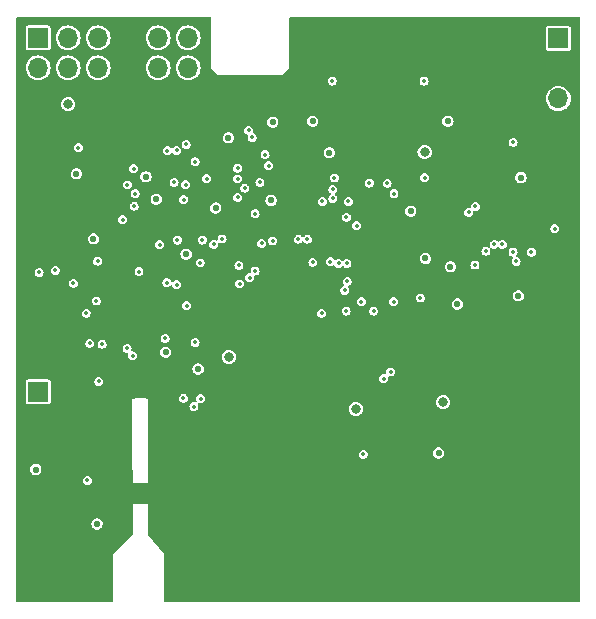
<source format=gbr>
%TF.GenerationSoftware,KiCad,Pcbnew,(6.0.4)*%
%TF.CreationDate,2023-05-19T00:46:40+09:00*%
%TF.ProjectId,RFB,5246422e-6b69-4636-9164-5f7063625858,rev?*%
%TF.SameCoordinates,Original*%
%TF.FileFunction,Copper,L5,Inr*%
%TF.FilePolarity,Positive*%
%FSLAX46Y46*%
G04 Gerber Fmt 4.6, Leading zero omitted, Abs format (unit mm)*
G04 Created by KiCad (PCBNEW (6.0.4)) date 2023-05-19 00:46:40*
%MOMM*%
%LPD*%
G01*
G04 APERTURE LIST*
%TA.AperFunction,ComponentPad*%
%ADD10C,0.970000*%
%TD*%
%TA.AperFunction,ComponentPad*%
%ADD11C,2.600000*%
%TD*%
%TA.AperFunction,ComponentPad*%
%ADD12R,1.700000X1.700000*%
%TD*%
%TA.AperFunction,ComponentPad*%
%ADD13O,1.700000X1.700000*%
%TD*%
%TA.AperFunction,ComponentPad*%
%ADD14C,0.500000*%
%TD*%
%TA.AperFunction,ViaPad*%
%ADD15C,0.350000*%
%TD*%
%TA.AperFunction,ViaPad*%
%ADD16C,0.550000*%
%TD*%
%TA.AperFunction,ViaPad*%
%ADD17C,0.800000*%
%TD*%
G04 APERTURE END LIST*
D10*
%TO.N,GND*%
%TO.C,J1*%
X75946000Y-101053400D03*
X68961000Y-101053400D03*
%TD*%
D11*
%TO.N,GND*%
%TO.C,H1*%
X77673200Y-95478600D03*
%TD*%
D10*
%TO.N,GND*%
%TO.C,J2*%
X63423800Y-101053400D03*
X56438800Y-101053400D03*
%TD*%
D12*
%TO.N,/3V3D*%
%TO.C,J9*%
X34950400Y-88138000D03*
D13*
%TO.N,GND*%
X34950400Y-90678000D03*
%TD*%
D11*
%TO.N,GND*%
%TO.C,H2*%
X73126600Y-60452000D03*
%TD*%
D14*
%TO.N,GND*%
%TO.C,U7*%
X59944700Y-78543600D03*
X58944700Y-79543600D03*
X58944700Y-78543600D03*
X57944700Y-78543600D03*
X57944700Y-79543600D03*
X58944700Y-80543600D03*
X59944700Y-80543600D03*
X57944700Y-80543600D03*
X59944700Y-79543600D03*
%TD*%
%TO.N,GND*%
%TO.C,U9*%
X73346593Y-77758610D03*
X74053700Y-77051503D03*
X72639486Y-78465717D03*
X74053700Y-78465717D03*
X73346593Y-79172824D03*
X74760807Y-77758610D03*
X74053700Y-79879931D03*
X74760807Y-79172824D03*
X75467914Y-78465717D03*
%TD*%
D12*
%TO.N,/3V6*%
%TO.C,J7*%
X34950400Y-58166000D03*
D13*
X34950400Y-60706000D03*
%TO.N,VCC*%
X37490400Y-58166000D03*
X37490400Y-60706000D03*
%TO.N,/12V*%
X40030400Y-58166000D03*
X40030400Y-60706000D03*
%TO.N,GND*%
X42570400Y-58166000D03*
X42570400Y-60706000D03*
%TO.N,/LNA_EN1*%
X45110400Y-58166000D03*
%TO.N,/LNA_EN2*%
X45110400Y-60706000D03*
%TO.N,/LNA_S1*%
X47650400Y-58166000D03*
%TO.N,/LNA_S2*%
X47650400Y-60706000D03*
%TD*%
D14*
%TO.N,GND*%
%TO.C,U8*%
X66594100Y-92342400D03*
X64594100Y-91342400D03*
X66594100Y-90342400D03*
X64594100Y-90342400D03*
X65594100Y-91342400D03*
X65594100Y-90342400D03*
X66594100Y-91342400D03*
X64594100Y-92342400D03*
X65594100Y-92342400D03*
%TD*%
D12*
%TO.N,/12V*%
%TO.C,J6*%
X78994000Y-58216800D03*
D13*
%TO.N,GND*%
X78994000Y-60756800D03*
%TO.N,/3V6*%
X78994000Y-63296800D03*
%TD*%
D14*
%TO.N,GND*%
%TO.C,IC3*%
X63736200Y-68417900D03*
X63736200Y-67142900D03*
X65011200Y-68417900D03*
X62461200Y-68417900D03*
X63736200Y-69692900D03*
X61186200Y-68417900D03*
X61186200Y-67142900D03*
X62461200Y-69692900D03*
X65011200Y-64592900D03*
X66286200Y-67142900D03*
X63736200Y-64592900D03*
X66286200Y-69692900D03*
X63736200Y-65867900D03*
X61186200Y-64592900D03*
X66286200Y-68417900D03*
X62461200Y-67142900D03*
X66286200Y-64592900D03*
X65011200Y-65867900D03*
X62461200Y-65867900D03*
X66286200Y-65867900D03*
X65011200Y-69692900D03*
X62461200Y-64592900D03*
X61186200Y-69692900D03*
X65011200Y-67142900D03*
X61186200Y-65867900D03*
%TD*%
D11*
%TO.N,GND*%
%TO.C,H3*%
X51765200Y-98018600D03*
%TD*%
D10*
%TO.N,GND*%
%TO.C,J3*%
X39941500Y-101053400D03*
X46926500Y-101053400D03*
%TD*%
D14*
%TO.N,GND*%
%TO.C,U4*%
X43422800Y-83203800D03*
X43452800Y-79203800D03*
X40722800Y-80473800D03*
X41992800Y-83203800D03*
X43452800Y-80473800D03*
X41992800Y-80473800D03*
X44722800Y-81933800D03*
X43452800Y-81933800D03*
X41992800Y-81933800D03*
X44722800Y-80473800D03*
X41992800Y-79203800D03*
X40722800Y-81933800D03*
%TD*%
%TO.N,GND*%
%TO.C,IC5*%
X42451200Y-96111600D03*
X43701200Y-96111600D03*
X43701200Y-97361600D03*
X42451200Y-97361600D03*
%TD*%
D15*
%TO.N,GND*%
X49428400Y-90398600D03*
X50038000Y-90043000D03*
X50647600Y-90398600D03*
X51866800Y-89687400D03*
X51257200Y-90043000D03*
X50038000Y-89331800D03*
X49428400Y-88976200D03*
X50038000Y-88620600D03*
X50038000Y-87909400D03*
X49428399Y-89687400D03*
X50647600Y-89687400D03*
X54838600Y-83261200D03*
X50571399Y-83261200D03*
X51282600Y-83261200D03*
X50571399Y-82143600D03*
X51282600Y-82143600D03*
X62743105Y-85780905D03*
X35763200Y-85928200D03*
X33883600Y-85928200D03*
X56769000Y-74498200D03*
%TO.N,/STM_GPA3*%
X49199800Y-70078600D03*
X50520600Y-75184000D03*
%TO.N,/STM_GPA8*%
X54152800Y-68046600D03*
%TO.N,/STM_GPB5*%
X48234600Y-68656200D03*
%TO.N,/STM_GPB12*%
X51841400Y-69189600D03*
%TO.N,/STM_GPA4*%
X51841400Y-70104000D03*
%TO.N,/STM_GPA5*%
X52425600Y-70891400D03*
%TO.N,/STM_GPA1*%
X51841400Y-71678800D03*
%TO.N,/STM_GPA0*%
X48844200Y-75285600D03*
%TO.N,/STM_GPA1*%
X49809400Y-75641200D03*
%TO.N,/STM_GPA0*%
X47269400Y-71856600D03*
%TO.N,/STM_GPB8*%
X47421800Y-70586600D03*
%TO.N,/STM_GPB4*%
X47472600Y-67183000D03*
%TO.N,GND*%
X43992800Y-72593200D03*
X41532816Y-71932800D03*
X42244016Y-71932800D03*
X47396400Y-79984600D03*
X48260000Y-79273400D03*
X44932600Y-69596000D03*
D16*
%TO.N,VCC*%
X44942463Y-71831200D03*
D15*
%TO.N,GND*%
X48234600Y-74498200D03*
X48437800Y-82143600D03*
X47015400Y-82143600D03*
X46304200Y-82143600D03*
X47726600Y-82143600D03*
X43027600Y-63500000D03*
X43988984Y-63500000D03*
X42062400Y-63500000D03*
X43455584Y-66675000D03*
X41529000Y-65049400D03*
X42490384Y-65049400D03*
X39319200Y-72872600D03*
X35737800Y-79679800D03*
X34315400Y-79679800D03*
X33604200Y-79679800D03*
X35737800Y-78968600D03*
X33604201Y-78968600D03*
X36449000Y-78968600D03*
X34315400Y-78968600D03*
X78130400Y-92024199D03*
X79400400Y-87426800D03*
X78841600Y-89890600D03*
X77419200Y-89890600D03*
X77419200Y-92735400D03*
X77419200Y-89179400D03*
X79552800Y-91313000D03*
X78841600Y-92735400D03*
X79552800Y-90601800D03*
X78130400Y-91313000D03*
X78841600Y-89179400D03*
X78181200Y-87426800D03*
X78130400Y-92735400D03*
X79552800Y-89179400D03*
X78841600Y-90601800D03*
X79552800Y-92024200D03*
X79552800Y-89890600D03*
X78841600Y-91313000D03*
X79552800Y-88468200D03*
X78790800Y-85648800D03*
X77419200Y-91313000D03*
X78841600Y-92024200D03*
X78790800Y-86360000D03*
X78181200Y-86004400D03*
X77419200Y-92024200D03*
X79400401Y-86004400D03*
X78181200Y-86715600D03*
X78130400Y-88468200D03*
X78130400Y-89179400D03*
X77419200Y-90601800D03*
X77419200Y-88468200D03*
X79552800Y-92735400D03*
X78130400Y-89890600D03*
X78790800Y-87071200D03*
X78130400Y-90601800D03*
X79400400Y-86715600D03*
X78841600Y-88468200D03*
X38658800Y-73787000D03*
%TO.N,/3V3D*%
X35026600Y-78028800D03*
%TO.N,Net-(R1-Pad1)*%
X36398200Y-77851000D03*
%TO.N,GND*%
X45770800Y-104063800D03*
X60807600Y-90398600D03*
X57724117Y-90744117D03*
X70891400Y-93726000D03*
X74549000Y-65684400D03*
X48945800Y-74498200D03*
X72847200Y-64846200D03*
X71424800Y-64846200D03*
X65968906Y-95153506D03*
X70378294Y-99435894D03*
X76123800Y-82575400D03*
X41097200Y-104063800D03*
X45161200Y-90678000D03*
X50088800Y-67513200D03*
X66217800Y-87985600D03*
X68173600Y-59639200D03*
X64449883Y-96281317D03*
X68910200Y-70129400D03*
X58729906Y-91749906D03*
X61341000Y-74498200D03*
X67360800Y-94081600D03*
X67843400Y-88392000D03*
X46736000Y-87655400D03*
X59801811Y-89392811D03*
X58572400Y-61061600D03*
X76123800Y-81864200D03*
X58572400Y-58928000D03*
X57581800Y-101930200D03*
X42697400Y-92735400D03*
D16*
X39903400Y-98374200D03*
D15*
X62306200Y-72390000D03*
X45872400Y-97078800D03*
X74980800Y-87198199D03*
X60452000Y-63042800D03*
X67005200Y-63042800D03*
X44450000Y-90373200D03*
X59283600Y-59639200D03*
X71846517Y-92364483D03*
X74803000Y-104774999D03*
X55778400Y-66319400D03*
X74803000Y-101930200D03*
X47726600Y-83261200D03*
X44450000Y-95351600D03*
X62006506Y-99385094D03*
D16*
X36042600Y-96494600D03*
D15*
X45161200Y-94234000D03*
X75514200Y-101930200D03*
X67843400Y-86969600D03*
X44450000Y-91795600D03*
X45872400Y-96367600D03*
X70881189Y-99938789D03*
X64185800Y-95631000D03*
X68529200Y-76428600D03*
X74803000Y-104063800D03*
X74863883Y-89347117D03*
X73939400Y-66040000D03*
X59283600Y-58928000D03*
D16*
X61290339Y-97706078D03*
D15*
X40386000Y-103352600D03*
X72567800Y-83794600D03*
X44399200Y-68351400D03*
X71328306Y-89453694D03*
X65341500Y-93929200D03*
X74980800Y-86487000D03*
X42697400Y-93446600D03*
X73939400Y-65328800D03*
X73837800Y-67589400D03*
X42697400Y-92024200D03*
X67884117Y-94604917D03*
X62306200Y-76631800D03*
X51993801Y-82143600D03*
X63444094Y-97287106D03*
X38887400Y-71932800D03*
X70205600Y-84785200D03*
X46482000Y-102641400D03*
X45770800Y-103352600D03*
X64592200Y-82931000D03*
X70205600Y-86207599D03*
D16*
X70243700Y-96875600D03*
D15*
X62992000Y-105486200D03*
X70104000Y-102641400D03*
X62280800Y-102641400D03*
X46228000Y-75819000D03*
X62773483Y-94554117D03*
X40386000Y-101930200D03*
X79227577Y-79192223D03*
X49047400Y-73406000D03*
X70535800Y-82702400D03*
X69392800Y-101930200D03*
X72572777Y-98582377D03*
X76123800Y-81153000D03*
X69596000Y-61061600D03*
X59090611Y-99252989D03*
X69392800Y-104063800D03*
X64617600Y-73456800D03*
X41097200Y-103352600D03*
X60223400Y-83261200D03*
X45161200Y-99212400D03*
D16*
X38887400Y-87172800D03*
D15*
X65354200Y-94640400D03*
X72852306Y-91358694D03*
X50469800Y-73406000D03*
X50368200Y-74498200D03*
X40843200Y-95758000D03*
X70205600Y-94081600D03*
X51181000Y-73406000D03*
X40386000Y-102641400D03*
X45161200Y-89966800D03*
X62270589Y-95057011D03*
X56870600Y-104774999D03*
X74803000Y-105486200D03*
X48336200Y-73406000D03*
X36550601Y-80797400D03*
X74803000Y-102641400D03*
X38176200Y-89306400D03*
X46863001Y-85354212D03*
X55905400Y-84328000D03*
X57581800Y-104774999D03*
X57150000Y-61061600D03*
X74549000Y-64262000D03*
X65323694Y-82377306D03*
X58851800Y-66827400D03*
X71064094Y-97073694D03*
X49758600Y-73406000D03*
X55727600Y-73406000D03*
X68173600Y-58216801D03*
X62992000Y-104774999D03*
X35814000Y-64871600D03*
X61503611Y-99887989D03*
X58318400Y-87833200D03*
X70205600Y-88341200D03*
X66217800Y-88696800D03*
X66548000Y-87122000D03*
X42697400Y-91312999D03*
X66471800Y-95656400D03*
X74549000Y-64973200D03*
X70104000Y-105486200D03*
D16*
X62852300Y-92354400D03*
D15*
X76987400Y-81026000D03*
X46360106Y-85857106D03*
X76758800Y-64668400D03*
D16*
X68541900Y-90449400D03*
D15*
X41097200Y-105486200D03*
X71729600Y-81153000D03*
X63946989Y-96784211D03*
X45161200Y-91389200D03*
X63362917Y-87340517D03*
X73797212Y-100822812D03*
X36550601Y-82753200D03*
X63240766Y-86278566D03*
X60223400Y-75463400D03*
X59283600Y-58216800D03*
X68940706Y-78379294D03*
X59283600Y-60350400D03*
X46482000Y-104063800D03*
X62280800Y-104063800D03*
X41097200Y-102641400D03*
X70322517Y-90459483D03*
X56870600Y-101930200D03*
X60096400Y-98247200D03*
X59512200Y-75463400D03*
X62992000Y-103352600D03*
X37769800Y-81711800D03*
X68884800Y-58928000D03*
X44450000Y-91084400D03*
X54127401Y-82143600D03*
X66929129Y-79385082D03*
X75514200Y-102641400D03*
X80035400Y-74498200D03*
X61569600Y-72618600D03*
X45770800Y-102641400D03*
D16*
X60388500Y-96799400D03*
D15*
X60690811Y-87792611D03*
X74980800Y-88620600D03*
D16*
X61379100Y-94107000D03*
D15*
X71500872Y-71170672D03*
X42773600Y-100126800D03*
X67691000Y-97815400D03*
X75514200Y-104063800D03*
X63865811Y-87843411D03*
X66192400Y-80467200D03*
X44450000Y-93929200D03*
X58851800Y-99974400D03*
X55905400Y-88595200D03*
X68437812Y-77876399D03*
X74360989Y-89850011D03*
X40284400Y-76022200D03*
X45161200Y-92811600D03*
X64465200Y-72593200D03*
X74447400Y-68656200D03*
X49860200Y-82143600D03*
X80035400Y-78054200D03*
X57861200Y-58928000D03*
X68351400Y-69697600D03*
X36550601Y-80086200D03*
X42697400Y-94157800D03*
X74803000Y-103352600D03*
X73858094Y-90352906D03*
X45770800Y-105486200D03*
X72136000Y-64846200D03*
X67843400Y-86258399D03*
X73355200Y-90855800D03*
X56870600Y-105486200D03*
X45161200Y-96367600D03*
X41275000Y-75158600D03*
X64688694Y-95128106D03*
X69596000Y-58216800D03*
X66192400Y-81178400D03*
X56215434Y-89235434D03*
X69392800Y-102641400D03*
X69392800Y-96113600D03*
X45872400Y-100634800D03*
X47365895Y-85857106D03*
D16*
X42961400Y-88453200D03*
D15*
X41554400Y-96469200D03*
X62992000Y-102641400D03*
X64368706Y-88346306D03*
X64465200Y-71882000D03*
X74447400Y-67945000D03*
X79756000Y-73812400D03*
X70825411Y-89956589D03*
X45872400Y-98501200D03*
X69596000Y-59639200D03*
X59207400Y-74498200D03*
X80035400Y-76631800D03*
X61595000Y-76631800D03*
X62357000Y-75463400D03*
X46304200Y-83261200D03*
X69596000Y-58928000D03*
X59334400Y-73406000D03*
X40821616Y-71932800D03*
D16*
X41783000Y-86080600D03*
D15*
X57581800Y-105486200D03*
X56438800Y-73406000D03*
X44450000Y-93218000D03*
X70104000Y-101930200D03*
X73075672Y-99085272D03*
X70104000Y-103352600D03*
X37261800Y-80797400D03*
X37312600Y-74650600D03*
D16*
X62191900Y-98602800D03*
X68440300Y-98653600D03*
D15*
X69911011Y-71130211D03*
X60452000Y-62331600D03*
X55905400Y-85039200D03*
X67005200Y-63754000D03*
X68732400Y-67132200D03*
X68884800Y-59639200D03*
X58801000Y-75463400D03*
X42697400Y-90601800D03*
D16*
X69339442Y-97764600D03*
D15*
X62204600Y-74777600D03*
X37261800Y-83464400D03*
X76123800Y-83286600D03*
X60553600Y-72847200D03*
X44450000Y-92506799D03*
X72567800Y-87350600D03*
X71831200Y-88950800D03*
X72567800Y-88061800D03*
X65826589Y-81874411D03*
X41148000Y-98704400D03*
X70104000Y-104063800D03*
X67934918Y-79385082D03*
X68783200Y-94081600D03*
X62280800Y-105486200D03*
X59055000Y-63020000D03*
X42087800Y-89535000D03*
X40386000Y-105486200D03*
X44399200Y-99415600D03*
X60045600Y-73406000D03*
X63881000Y-82931000D03*
X41656000Y-67818000D03*
X57150000Y-58216800D03*
X58572400Y-59639200D03*
X66979800Y-60785000D03*
X57912000Y-73406000D03*
X74980800Y-87909400D03*
X57581800Y-104063800D03*
X67934918Y-78379294D03*
X52705000Y-82143600D03*
X67432023Y-78882188D03*
X61645799Y-75463400D03*
X67843400Y-84836000D03*
X58796023Y-88387023D03*
X69392800Y-104774999D03*
X41097200Y-104774999D03*
X48615600Y-85191600D03*
X66182317Y-96306717D03*
X60477400Y-60782200D03*
X69596000Y-60350400D03*
X68884800Y-60350400D03*
X55905400Y-87884000D03*
D16*
X45501400Y-88453200D03*
D15*
X74549000Y-66395600D03*
X59298917Y-88889917D03*
X62458600Y-82931000D03*
X44450000Y-89662000D03*
X57861200Y-58216800D03*
X58587588Y-100822812D03*
X56718328Y-89738328D03*
X76047600Y-64668400D03*
X75514200Y-104774999D03*
X70413906Y-71633106D03*
X45770800Y-104774999D03*
X73837800Y-68300600D03*
X45872400Y-95656400D03*
X58572400Y-58216800D03*
X40817800Y-70002400D03*
X66045106Y-86619106D03*
X37261801Y-80086200D03*
X71566989Y-97576589D03*
X74980800Y-85064600D03*
X42087800Y-90957400D03*
X45161200Y-94945200D03*
X68884800Y-58216800D03*
X73578566Y-99588166D03*
X46482000Y-104774999D03*
X41097200Y-101930200D03*
X60934600Y-75463400D03*
X70307200Y-60350400D03*
X70205600Y-84074000D03*
X73939400Y-66751200D03*
X58227011Y-91247011D03*
X62280800Y-101930200D03*
X63068200Y-75463400D03*
X70307200Y-58216801D03*
X71729600Y-81864200D03*
X68437812Y-78882188D03*
X46863000Y-86360000D03*
X72567800Y-84505800D03*
X66685211Y-96809611D03*
X63530506Y-94711494D03*
X45872400Y-97789999D03*
X42087800Y-92379800D03*
X43764200Y-74498200D03*
X56870600Y-103352600D03*
X57150000Y-60350400D03*
X58496201Y-74498200D03*
X70307200Y-59639200D03*
X61777906Y-101325706D03*
X45770800Y-101930200D03*
X47015400Y-83261200D03*
X59593506Y-98750094D03*
X55346600Y-74498200D03*
X45161200Y-93522800D03*
X44450000Y-96062799D03*
X45161200Y-95656400D03*
X40821616Y-70971416D03*
X56870600Y-102641400D03*
X44450000Y-97282000D03*
X68387011Y-95107811D03*
X61193706Y-88295506D03*
X45872400Y-99923600D03*
X44399200Y-100126800D03*
X69443600Y-67640200D03*
X45161200Y-92100400D03*
X69392800Y-103352600D03*
X42697400Y-89890600D03*
X70104000Y-104774999D03*
X40690800Y-73736200D03*
D16*
X37973000Y-96977200D03*
D15*
X54127400Y-83261200D03*
X59232800Y-92252800D03*
X72349411Y-91861589D03*
X42087800Y-90246200D03*
X61696600Y-88798400D03*
X72567800Y-86639399D03*
X46482000Y-105486200D03*
X70713600Y-64846200D03*
X46482000Y-103352600D03*
X44450000Y-97993200D03*
X61442600Y-82931000D03*
X64114706Y-73959694D03*
X68173600Y-60350400D03*
X65542211Y-86116211D03*
X62941200Y-97790000D03*
X72069883Y-98079483D03*
X67106800Y-94742000D03*
X47269400Y-84632800D03*
X61767694Y-95559906D03*
X75514200Y-103352600D03*
X57150000Y-58928000D03*
X74447400Y-67233800D03*
X60452000Y-63754000D03*
X63169800Y-82931000D03*
X68427600Y-65278000D03*
X42087800Y-91668600D03*
X36068000Y-68986400D03*
X62280800Y-103352600D03*
X45872400Y-94945200D03*
X57221223Y-90241223D03*
X70205600Y-87630000D03*
X46482000Y-101930200D03*
X53416200Y-83261200D03*
X67843400Y-85547200D03*
X69875400Y-98933000D03*
X65997700Y-77749400D03*
X42087800Y-93091000D03*
X70891400Y-82092800D03*
X60629800Y-74498200D03*
X70916800Y-72136000D03*
X40821616Y-72894184D03*
X58572400Y-60350400D03*
X72003766Y-71673566D03*
X45161200Y-99923600D03*
X53416201Y-82143600D03*
X66649600Y-94081600D03*
X78724683Y-79695117D03*
X68173600Y-61061600D03*
X68884800Y-61061600D03*
X61275012Y-100822812D03*
X68173600Y-58928000D03*
X41554400Y-95046801D03*
X64871600Y-88849200D03*
X67005200Y-62331600D03*
X62809094Y-71887106D03*
X74980800Y-85775800D03*
X57581800Y-103352600D03*
X45161200Y-97078800D03*
X59283600Y-61061600D03*
X41554400Y-95758001D03*
X69413095Y-70632295D03*
X62814200Y-74320400D03*
X80035400Y-77343000D03*
X41859200Y-98704400D03*
X76758800Y-63957200D03*
X52704999Y-83261200D03*
X57581800Y-102641400D03*
X51993800Y-83261200D03*
X67188106Y-97312506D03*
X42270706Y-100629694D03*
X72567800Y-85217000D03*
X54635400Y-74498200D03*
X75514200Y-105486200D03*
X56870600Y-104063800D03*
X44881800Y-100711000D03*
X71729600Y-82575400D03*
X61264800Y-96062800D03*
X45872400Y-99212400D03*
X37236400Y-64871600D03*
X40843200Y-95046800D03*
D16*
X44231400Y-88453200D03*
D15*
X56057800Y-74498200D03*
X36550601Y-83464400D03*
X74300106Y-101325706D03*
X44450000Y-98704400D03*
X59918600Y-74498200D03*
X37261801Y-82753200D03*
X62992000Y-101930200D03*
X49657000Y-74498200D03*
X34645600Y-68986400D03*
X69494399Y-94081600D03*
X57150000Y-59639200D03*
X70205600Y-83362800D03*
X79730472Y-78689328D03*
X70307200Y-61061600D03*
X45161200Y-98501200D03*
X58084694Y-101325706D03*
X58623200Y-73406000D03*
X45339000Y-101269800D03*
D16*
X68186300Y-92329000D03*
D15*
X70205600Y-85496400D03*
X67843400Y-87680800D03*
X45847000Y-86360000D03*
X80035400Y-75920600D03*
X80035400Y-75209400D03*
X42697400Y-89179400D03*
X70307200Y-58928000D03*
X37490400Y-68986400D03*
X45161200Y-97789999D03*
X34391601Y-64871600D03*
X69392800Y-105486200D03*
X74980800Y-84353400D03*
X44450000Y-94640400D03*
X60304706Y-89895706D03*
D16*
X69672200Y-63169800D03*
D15*
X48437800Y-83261200D03*
X70942200Y-69138800D03*
X49860200Y-83261200D03*
X40386000Y-104774999D03*
X65039317Y-85613317D03*
X57861200Y-61061600D03*
X73939400Y-64617600D03*
X77718894Y-80700906D03*
X64033400Y-94208600D03*
X62992000Y-104063800D03*
X57861200Y-60350400D03*
X40386000Y-104063800D03*
X63957072Y-85445472D03*
X41767811Y-101132589D03*
X62280800Y-104774999D03*
X68889906Y-95610706D03*
X57861200Y-59639200D03*
X78221789Y-80198011D03*
X76047600Y-63957200D03*
X63611811Y-74462589D03*
X59055000Y-64925000D03*
X70606894Y-101325706D03*
X71109788Y-100822812D03*
X72567800Y-85928200D03*
X69992189Y-69661989D03*
%TO.N,/3V3D*%
X42087800Y-73558400D03*
X43154600Y-71348600D03*
X38354000Y-67462400D03*
X48133000Y-89382600D03*
X43027600Y-69240400D03*
D16*
X39624000Y-75184000D03*
X38176200Y-69672200D03*
D15*
X43078400Y-72415400D03*
%TO.N,/ADC_REFCLKN*%
X61048900Y-73355200D03*
%TO.N,/ADC_REFCLKP*%
X61912500Y-74066400D03*
%TO.N,Net-(Q1-Pad3)*%
X39116000Y-95631000D03*
%TO.N,/PLL_CE*%
X46456600Y-70408800D03*
X39979600Y-77063600D03*
%TO.N,Net-(C32-Pad1)*%
X46659800Y-79070200D03*
%TO.N,/PLL_RFMXN*%
X64190397Y-87020400D03*
%TO.N,/PLL_RFMXP*%
X64782700Y-86458738D03*
%TO.N,/PLL_RAMPCLK*%
X40360600Y-84099400D03*
X48666400Y-77216000D03*
%TO.N,/PLL_RAMPDIR*%
X39319200Y-84023200D03*
X45237400Y-75666600D03*
%TO.N,Net-(C30-Pad2)*%
X39014400Y-81483200D03*
%TO.N,/PLL_3V3A*%
X47523400Y-80848200D03*
X42474000Y-84449800D03*
D16*
X45745400Y-84785200D03*
D15*
X39878000Y-80441800D03*
X43484800Y-77952600D03*
X45847000Y-78892400D03*
D16*
%TO.N,/IF_VCM*%
X66497200Y-72847200D03*
D15*
X75158232Y-76301232D03*
X62306200Y-80492600D03*
X65049400Y-80492600D03*
X61112400Y-78793100D03*
X78689200Y-74320400D03*
X71927315Y-77399285D03*
X58200464Y-77163471D03*
X76708000Y-76301600D03*
%TO.N,/ADC/ADC_INBN*%
X73558400Y-75641200D03*
X71399400Y-72948800D03*
%TO.N,/ADC/ADC_INBP*%
X71958200Y-72440800D03*
X74244200Y-75641200D03*
%TO.N,/ADC/ADC_INAP*%
X60375800Y-77266800D03*
X56972200Y-75209400D03*
%TO.N,/ADC/ADC_INAN*%
X57734200Y-75209400D03*
X61087000Y-77266800D03*
%TO.N,/PA_EN*%
X51943000Y-77419200D03*
X40081200Y-87249000D03*
%TO.N,/ADC_RESET*%
X54787800Y-75361800D03*
X65074800Y-71348600D03*
%TO.N,Net-(R12-Pad2)*%
X72859900Y-76225400D03*
%TO.N,Net-(C57-Pad2)*%
X63360300Y-81300200D03*
X61023500Y-81300200D03*
%TO.N,Net-(R23-Pad2)*%
X59684700Y-77105200D03*
D16*
%TO.N,/1V8D*%
X58191400Y-65227200D03*
X69634100Y-65227200D03*
D15*
%TO.N,/ADC_1V8A*%
X60020200Y-70027800D03*
D16*
X59588400Y-67894200D03*
D17*
X67665600Y-67843400D03*
D15*
X64496701Y-70479001D03*
X62986200Y-70457600D03*
X67656950Y-69993750D03*
D17*
%TO.N,/MIX_5VA*%
X61836300Y-89585800D03*
X69243900Y-89010800D03*
D15*
X62471300Y-93421200D03*
D16*
X68846700Y-93319600D03*
D15*
%TO.N,/IFF_3V3A*%
X75414811Y-77086789D03*
D16*
X75590400Y-80010000D03*
D15*
X60903900Y-79543600D03*
D16*
X67729100Y-76837046D03*
D15*
X58940700Y-81483200D03*
D16*
%TO.N,/PA_8VA*%
X39934000Y-99334200D03*
%TO.N,/12V*%
X34747200Y-94716600D03*
X70434200Y-80695800D03*
%TO.N,/3V6*%
X75819000Y-70002400D03*
X69850000Y-77546200D03*
X48488600Y-86207600D03*
D15*
%TO.N,/LNA_EN1*%
X46659800Y-67691000D03*
%TO.N,/LNA_EN2*%
X45872400Y-67716400D03*
%TO.N,/CAN_R*%
X53060600Y-66598800D03*
%TO.N,/CAN_T*%
X52755800Y-65989200D03*
%TO.N,/MCU_REFCLK*%
X42494200Y-70612000D03*
%TO.N,/STM_NRST*%
X46736000Y-75285600D03*
X37922200Y-78943200D03*
%TO.N,VCC*%
X47244000Y-88671400D03*
X67310000Y-80187800D03*
D16*
X51054000Y-66624200D03*
D15*
X59842400Y-61823600D03*
X67614800Y-61823600D03*
D16*
X47472600Y-76479400D03*
D17*
X37490400Y-63779400D03*
D16*
X54813200Y-65303400D03*
X49987200Y-72567800D03*
D17*
X51079400Y-85191600D03*
D16*
X54660800Y-71932800D03*
D15*
X75158600Y-67005200D03*
D16*
X44069000Y-69926200D03*
D15*
%TO.N,/SPI_SCK*%
X53314600Y-77901800D03*
X53314600Y-73050400D03*
X59004200Y-72009000D03*
%TO.N,/SPI_MOSI*%
X54457600Y-68986400D03*
X52857400Y-78460600D03*
X59893200Y-70993000D03*
%TO.N,/SPI_CS_ADC*%
X59893200Y-71755000D03*
X53873400Y-75565000D03*
%TO.N,/ADC/ADC_SDO*%
X61214000Y-72009000D03*
%TO.N,/SPI_CS_PLL*%
X42951400Y-85090000D03*
X48234600Y-83947000D03*
%TO.N,/Generator/MUXOUT*%
X45694600Y-83616800D03*
%TO.N,/SPI_MISO*%
X53721000Y-70408800D03*
X51993800Y-78994000D03*
%TO.N,/Power/2V5_PG*%
X48691800Y-88722200D03*
%TD*%
%TA.AperFunction,Conductor*%
%TO.N,GND*%
G36*
X49565391Y-56378807D02*
G01*
X49601355Y-56428307D01*
X49606200Y-56458900D01*
X49606200Y-60731400D01*
X50190400Y-61315600D01*
X55626000Y-61315600D01*
X56210200Y-60731400D01*
X56210200Y-59086548D01*
X77943500Y-59086548D01*
X77955133Y-59145031D01*
X77999448Y-59211352D01*
X78065769Y-59255667D01*
X78075332Y-59257569D01*
X78075334Y-59257570D01*
X78098005Y-59262079D01*
X78124252Y-59267300D01*
X79863748Y-59267300D01*
X79889995Y-59262079D01*
X79912666Y-59257570D01*
X79912668Y-59257569D01*
X79922231Y-59255667D01*
X79988552Y-59211352D01*
X80032867Y-59145031D01*
X80044500Y-59086548D01*
X80044500Y-57347052D01*
X80032867Y-57288569D01*
X79988552Y-57222248D01*
X79922231Y-57177933D01*
X79912668Y-57176031D01*
X79912666Y-57176030D01*
X79889629Y-57171448D01*
X79863748Y-57166300D01*
X78124252Y-57166300D01*
X78098371Y-57171448D01*
X78075334Y-57176030D01*
X78075332Y-57176031D01*
X78065769Y-57177933D01*
X77999448Y-57222248D01*
X77955133Y-57288569D01*
X77943500Y-57347052D01*
X77943500Y-59086548D01*
X56210200Y-59086548D01*
X56210200Y-56458900D01*
X56229107Y-56400709D01*
X56278607Y-56364745D01*
X56309200Y-56359900D01*
X80751900Y-56359900D01*
X80810091Y-56378807D01*
X80846055Y-56428307D01*
X80850900Y-56458900D01*
X80850900Y-105847100D01*
X80831993Y-105905291D01*
X80782493Y-105941255D01*
X80751900Y-105946100D01*
X45692000Y-105946100D01*
X45633809Y-105927193D01*
X45597845Y-105877693D01*
X45593000Y-105847100D01*
X45593000Y-101879400D01*
X44243778Y-100230351D01*
X44221400Y-100167660D01*
X44221400Y-97614000D01*
X44213084Y-97613946D01*
X44213083Y-97613946D01*
X43996969Y-97612554D01*
X43942000Y-97612200D01*
X42951400Y-97612200D01*
X42951400Y-100161992D01*
X42932493Y-100220183D01*
X42922404Y-100231996D01*
X41275000Y-101879400D01*
X41275000Y-105847100D01*
X41256093Y-105905291D01*
X41206593Y-105941255D01*
X41176000Y-105946100D01*
X33192500Y-105946100D01*
X33134309Y-105927193D01*
X33098345Y-105877693D01*
X33093500Y-105847100D01*
X33093500Y-99328331D01*
X39453646Y-99328331D01*
X39471306Y-99463386D01*
X39474146Y-99469840D01*
X39474147Y-99469844D01*
X39523321Y-99581600D01*
X39526162Y-99588056D01*
X39569983Y-99640188D01*
X39609265Y-99686920D01*
X39609268Y-99686922D01*
X39613804Y-99692319D01*
X39619675Y-99696227D01*
X39619676Y-99696228D01*
X39636616Y-99707504D01*
X39727187Y-99767793D01*
X39733914Y-99769895D01*
X39733917Y-99769896D01*
X39850463Y-99806307D01*
X39850464Y-99806307D01*
X39857195Y-99808410D01*
X39927288Y-99809695D01*
X39986324Y-99810777D01*
X39986326Y-99810777D01*
X39993377Y-99810906D01*
X40000180Y-99809051D01*
X40000182Y-99809051D01*
X40072410Y-99789359D01*
X40124786Y-99775080D01*
X40240858Y-99703812D01*
X40332261Y-99602831D01*
X40391649Y-99480254D01*
X40393401Y-99469844D01*
X40413613Y-99349706D01*
X40413613Y-99349705D01*
X40414247Y-99345937D01*
X40414390Y-99334200D01*
X40413550Y-99328331D01*
X40396081Y-99206355D01*
X40395081Y-99199371D01*
X40338706Y-99075380D01*
X40249796Y-98972196D01*
X40135501Y-98898113D01*
X40005006Y-98859087D01*
X39924455Y-98858595D01*
X39875855Y-98858298D01*
X39875854Y-98858298D01*
X39868804Y-98858255D01*
X39862027Y-98860192D01*
X39862026Y-98860192D01*
X39744622Y-98893746D01*
X39744620Y-98893747D01*
X39737842Y-98895684D01*
X39622650Y-98968365D01*
X39532487Y-99070455D01*
X39474601Y-99193748D01*
X39453646Y-99328331D01*
X33093500Y-99328331D01*
X33093500Y-95631000D01*
X38735819Y-95631000D01*
X38754426Y-95748482D01*
X38808427Y-95854465D01*
X38892535Y-95938573D01*
X38899472Y-95942108D01*
X38899474Y-95942109D01*
X38991578Y-95989038D01*
X38998518Y-95992574D01*
X39006211Y-95993793D01*
X39006213Y-95993793D01*
X39108303Y-96009962D01*
X39116000Y-96011181D01*
X39123697Y-96009962D01*
X39225787Y-95993793D01*
X39225789Y-95993793D01*
X39233482Y-95992574D01*
X39240422Y-95989038D01*
X39332526Y-95942109D01*
X39332528Y-95942108D01*
X39339465Y-95938573D01*
X39423573Y-95854465D01*
X39477574Y-95748482D01*
X39496181Y-95631000D01*
X39477574Y-95513518D01*
X39423573Y-95407535D01*
X39339465Y-95323427D01*
X39332528Y-95319892D01*
X39332526Y-95319891D01*
X39240422Y-95272962D01*
X39240421Y-95272962D01*
X39233482Y-95269426D01*
X39225789Y-95268207D01*
X39225787Y-95268207D01*
X39123697Y-95252038D01*
X39116000Y-95250819D01*
X39108303Y-95252038D01*
X39006213Y-95268207D01*
X39006211Y-95268207D01*
X38998518Y-95269426D01*
X38991579Y-95272962D01*
X38991578Y-95272962D01*
X38899474Y-95319891D01*
X38899472Y-95319892D01*
X38892535Y-95323427D01*
X38808427Y-95407535D01*
X38754426Y-95513518D01*
X38735819Y-95631000D01*
X33093500Y-95631000D01*
X33093500Y-94710731D01*
X34266846Y-94710731D01*
X34284506Y-94845786D01*
X34287346Y-94852240D01*
X34287347Y-94852244D01*
X34312966Y-94910467D01*
X34339362Y-94970456D01*
X34383183Y-95022588D01*
X34422465Y-95069320D01*
X34422468Y-95069322D01*
X34427004Y-95074719D01*
X34432875Y-95078627D01*
X34432876Y-95078628D01*
X34449816Y-95089904D01*
X34540387Y-95150193D01*
X34547114Y-95152295D01*
X34547117Y-95152296D01*
X34663663Y-95188707D01*
X34663664Y-95188707D01*
X34670395Y-95190810D01*
X34740488Y-95192095D01*
X34799524Y-95193177D01*
X34799526Y-95193177D01*
X34806577Y-95193306D01*
X34813380Y-95191451D01*
X34813382Y-95191451D01*
X34885610Y-95171759D01*
X34937986Y-95157480D01*
X35054058Y-95086212D01*
X35145461Y-94985231D01*
X35204849Y-94862654D01*
X35206601Y-94852244D01*
X35226813Y-94732106D01*
X35226813Y-94732105D01*
X35227447Y-94728337D01*
X35227590Y-94716600D01*
X35226750Y-94710731D01*
X35220315Y-94665800D01*
X42875200Y-94665800D01*
X42877723Y-94673368D01*
X42877723Y-94673370D01*
X42946320Y-94879160D01*
X42951400Y-94910467D01*
X42951400Y-95859600D01*
X44272200Y-95859600D01*
X44272200Y-93421200D01*
X62091119Y-93421200D01*
X62109726Y-93538682D01*
X62113262Y-93545621D01*
X62113262Y-93545622D01*
X62131740Y-93581886D01*
X62163727Y-93644665D01*
X62247835Y-93728773D01*
X62254772Y-93732308D01*
X62254774Y-93732309D01*
X62313702Y-93762334D01*
X62353818Y-93782774D01*
X62361511Y-93783993D01*
X62361513Y-93783993D01*
X62463603Y-93800162D01*
X62471300Y-93801381D01*
X62478997Y-93800162D01*
X62581087Y-93783993D01*
X62581089Y-93783993D01*
X62588782Y-93782774D01*
X62628898Y-93762334D01*
X62687826Y-93732309D01*
X62687828Y-93732308D01*
X62694765Y-93728773D01*
X62778873Y-93644665D01*
X62810861Y-93581886D01*
X62829338Y-93545622D01*
X62829338Y-93545621D01*
X62832874Y-93538682D01*
X62851481Y-93421200D01*
X62837845Y-93335106D01*
X62834460Y-93313731D01*
X68366346Y-93313731D01*
X68384006Y-93448786D01*
X68386846Y-93455240D01*
X68386847Y-93455244D01*
X68436021Y-93567000D01*
X68438862Y-93573456D01*
X68482683Y-93625587D01*
X68521965Y-93672320D01*
X68521968Y-93672322D01*
X68526504Y-93677719D01*
X68532375Y-93681627D01*
X68532376Y-93681628D01*
X68549316Y-93692904D01*
X68639887Y-93753193D01*
X68646614Y-93755295D01*
X68646617Y-93755296D01*
X68763163Y-93791707D01*
X68763164Y-93791707D01*
X68769895Y-93793810D01*
X68839988Y-93795095D01*
X68899024Y-93796177D01*
X68899026Y-93796177D01*
X68906077Y-93796306D01*
X68912880Y-93794451D01*
X68912882Y-93794451D01*
X68985110Y-93774759D01*
X69037486Y-93760480D01*
X69153558Y-93689212D01*
X69244961Y-93588231D01*
X69304349Y-93465654D01*
X69306101Y-93455244D01*
X69326313Y-93335106D01*
X69326313Y-93335105D01*
X69326947Y-93331337D01*
X69327090Y-93319600D01*
X69326250Y-93313731D01*
X69310631Y-93204674D01*
X69307781Y-93184771D01*
X69251406Y-93060780D01*
X69162496Y-92957596D01*
X69048201Y-92883513D01*
X68917706Y-92844487D01*
X68837155Y-92843995D01*
X68788555Y-92843698D01*
X68788554Y-92843698D01*
X68781504Y-92843655D01*
X68774727Y-92845592D01*
X68774726Y-92845592D01*
X68657322Y-92879146D01*
X68657320Y-92879147D01*
X68650542Y-92881084D01*
X68535350Y-92953765D01*
X68445187Y-93055855D01*
X68387301Y-93179148D01*
X68366346Y-93313731D01*
X62834460Y-93313731D01*
X62834093Y-93311413D01*
X62834093Y-93311411D01*
X62832874Y-93303718D01*
X62778873Y-93197735D01*
X62694765Y-93113627D01*
X62687828Y-93110092D01*
X62687826Y-93110091D01*
X62595722Y-93063162D01*
X62595721Y-93063162D01*
X62588782Y-93059626D01*
X62581089Y-93058407D01*
X62581087Y-93058407D01*
X62478997Y-93042238D01*
X62471300Y-93041019D01*
X62463603Y-93042238D01*
X62361513Y-93058407D01*
X62361511Y-93058407D01*
X62353818Y-93059626D01*
X62346879Y-93063162D01*
X62346878Y-93063162D01*
X62254774Y-93110091D01*
X62254772Y-93110092D01*
X62247835Y-93113627D01*
X62163727Y-93197735D01*
X62109726Y-93303718D01*
X62108507Y-93311411D01*
X62108507Y-93311413D01*
X62104755Y-93335106D01*
X62091119Y-93421200D01*
X44272200Y-93421200D01*
X44272200Y-89382600D01*
X47752819Y-89382600D01*
X47754038Y-89390297D01*
X47760949Y-89433929D01*
X47771426Y-89500082D01*
X47774962Y-89507021D01*
X47774962Y-89507022D01*
X47820651Y-89596691D01*
X47825427Y-89606065D01*
X47909535Y-89690173D01*
X47916472Y-89693708D01*
X47916474Y-89693709D01*
X47999723Y-89736126D01*
X48015518Y-89744174D01*
X48023211Y-89745393D01*
X48023213Y-89745393D01*
X48125303Y-89761562D01*
X48133000Y-89762781D01*
X48140697Y-89761562D01*
X48242787Y-89745393D01*
X48242789Y-89745393D01*
X48250482Y-89744174D01*
X48266277Y-89736126D01*
X48349526Y-89693709D01*
X48349528Y-89693708D01*
X48356465Y-89690173D01*
X48440573Y-89606065D01*
X48445350Y-89596691D01*
X48450899Y-89585800D01*
X61230618Y-89585800D01*
X61251256Y-89742562D01*
X61311764Y-89888641D01*
X61408018Y-90014082D01*
X61533459Y-90110336D01*
X61679538Y-90170844D01*
X61836300Y-90191482D01*
X61993062Y-90170844D01*
X62139141Y-90110336D01*
X62264582Y-90014082D01*
X62360836Y-89888641D01*
X62421344Y-89742562D01*
X62441982Y-89585800D01*
X62421344Y-89429038D01*
X62360836Y-89282959D01*
X62264582Y-89157518D01*
X62139141Y-89061264D01*
X62017310Y-89010800D01*
X68638218Y-89010800D01*
X68658856Y-89167562D01*
X68667136Y-89187552D01*
X68719364Y-89313641D01*
X68815618Y-89439082D01*
X68941059Y-89535336D01*
X69087138Y-89595844D01*
X69243900Y-89616482D01*
X69400662Y-89595844D01*
X69546741Y-89535336D01*
X69672182Y-89439082D01*
X69768436Y-89313641D01*
X69820664Y-89187552D01*
X69828944Y-89167562D01*
X69849582Y-89010800D01*
X69828944Y-88854038D01*
X69768436Y-88707959D01*
X69672182Y-88582518D01*
X69546741Y-88486264D01*
X69400662Y-88425756D01*
X69243900Y-88405118D01*
X69087138Y-88425756D01*
X68941059Y-88486264D01*
X68815618Y-88582518D01*
X68719364Y-88707959D01*
X68658856Y-88854038D01*
X68638218Y-89010800D01*
X62017310Y-89010800D01*
X61993062Y-89000756D01*
X61836300Y-88980118D01*
X61679538Y-89000756D01*
X61533459Y-89061264D01*
X61408018Y-89157518D01*
X61311764Y-89282959D01*
X61251256Y-89429038D01*
X61230618Y-89585800D01*
X48450899Y-89585800D01*
X48491038Y-89507022D01*
X48491038Y-89507021D01*
X48494574Y-89500082D01*
X48505052Y-89433929D01*
X48511962Y-89390297D01*
X48513181Y-89382600D01*
X48494574Y-89265118D01*
X48491038Y-89258178D01*
X48491037Y-89258175D01*
X48475273Y-89227236D01*
X48465702Y-89166804D01*
X48493480Y-89112288D01*
X48547997Y-89084511D01*
X48578970Y-89084511D01*
X48684103Y-89101162D01*
X48691800Y-89102381D01*
X48699497Y-89101162D01*
X48801587Y-89084993D01*
X48801589Y-89084993D01*
X48809282Y-89083774D01*
X48826449Y-89075027D01*
X48908326Y-89033309D01*
X48908328Y-89033308D01*
X48915265Y-89029773D01*
X48999373Y-88945665D01*
X49022452Y-88900371D01*
X49049838Y-88846622D01*
X49049838Y-88846621D01*
X49053374Y-88839682D01*
X49071981Y-88722200D01*
X49070675Y-88713954D01*
X49054593Y-88612413D01*
X49054593Y-88612411D01*
X49053374Y-88604718D01*
X48999373Y-88498735D01*
X48915265Y-88414627D01*
X48908328Y-88411092D01*
X48908326Y-88411091D01*
X48816222Y-88364162D01*
X48816221Y-88364162D01*
X48809282Y-88360626D01*
X48801589Y-88359407D01*
X48801587Y-88359407D01*
X48699497Y-88343238D01*
X48691800Y-88342019D01*
X48684103Y-88343238D01*
X48582013Y-88359407D01*
X48582011Y-88359407D01*
X48574318Y-88360626D01*
X48567379Y-88364162D01*
X48567378Y-88364162D01*
X48475274Y-88411091D01*
X48475272Y-88411092D01*
X48468335Y-88414627D01*
X48384227Y-88498735D01*
X48330226Y-88604718D01*
X48329007Y-88612411D01*
X48329007Y-88612413D01*
X48312925Y-88713954D01*
X48311619Y-88722200D01*
X48330226Y-88839682D01*
X48333762Y-88846622D01*
X48333763Y-88846625D01*
X48349527Y-88877564D01*
X48359098Y-88937996D01*
X48331320Y-88992512D01*
X48276803Y-89020289D01*
X48245830Y-89020289D01*
X48140697Y-89003638D01*
X48133000Y-89002419D01*
X48125303Y-89003638D01*
X48023213Y-89019807D01*
X48023211Y-89019807D01*
X48015518Y-89021026D01*
X48008579Y-89024562D01*
X48008578Y-89024562D01*
X47916474Y-89071491D01*
X47916472Y-89071492D01*
X47909535Y-89075027D01*
X47825427Y-89159135D01*
X47821892Y-89166072D01*
X47821891Y-89166074D01*
X47790728Y-89227236D01*
X47771426Y-89265118D01*
X47752819Y-89382600D01*
X44272200Y-89382600D01*
X44272200Y-88671400D01*
X46863819Y-88671400D01*
X46882426Y-88788882D01*
X46885962Y-88795821D01*
X46885962Y-88795822D01*
X46927612Y-88877564D01*
X46936427Y-88894865D01*
X47020535Y-88978973D01*
X47027472Y-88982508D01*
X47027474Y-88982509D01*
X47119578Y-89029438D01*
X47126518Y-89032974D01*
X47134211Y-89034193D01*
X47134213Y-89034193D01*
X47236303Y-89050362D01*
X47244000Y-89051581D01*
X47251697Y-89050362D01*
X47353787Y-89034193D01*
X47353789Y-89034193D01*
X47361482Y-89032974D01*
X47368422Y-89029438D01*
X47460526Y-88982509D01*
X47460528Y-88982508D01*
X47467465Y-88978973D01*
X47551573Y-88894865D01*
X47560389Y-88877564D01*
X47602038Y-88795822D01*
X47602038Y-88795821D01*
X47605574Y-88788882D01*
X47624181Y-88671400D01*
X47620811Y-88650122D01*
X47606793Y-88561613D01*
X47606793Y-88561611D01*
X47605574Y-88553918D01*
X47602038Y-88546978D01*
X47555109Y-88454874D01*
X47555108Y-88454872D01*
X47551573Y-88447935D01*
X47467465Y-88363827D01*
X47460528Y-88360292D01*
X47460526Y-88360291D01*
X47368422Y-88313362D01*
X47368421Y-88313362D01*
X47361482Y-88309826D01*
X47353789Y-88308607D01*
X47353787Y-88308607D01*
X47251697Y-88292438D01*
X47244000Y-88291219D01*
X47236303Y-88292438D01*
X47134213Y-88308607D01*
X47134211Y-88308607D01*
X47126518Y-88309826D01*
X47119579Y-88313362D01*
X47119578Y-88313362D01*
X47027474Y-88360291D01*
X47027472Y-88360292D01*
X47020535Y-88363827D01*
X46936427Y-88447935D01*
X46932892Y-88454872D01*
X46932891Y-88454874D01*
X46885962Y-88546978D01*
X46882426Y-88553918D01*
X46881207Y-88561611D01*
X46881207Y-88561613D01*
X46867189Y-88650122D01*
X46863819Y-88671400D01*
X44272200Y-88671400D01*
X44272200Y-88646000D01*
X42875200Y-88646000D01*
X42875200Y-94665800D01*
X35220315Y-94665800D01*
X35209281Y-94588755D01*
X35208281Y-94581771D01*
X35151906Y-94457780D01*
X35062996Y-94354596D01*
X34948701Y-94280513D01*
X34818206Y-94241487D01*
X34737655Y-94240995D01*
X34689055Y-94240698D01*
X34689054Y-94240698D01*
X34682004Y-94240655D01*
X34675227Y-94242592D01*
X34675226Y-94242592D01*
X34557822Y-94276146D01*
X34557820Y-94276147D01*
X34551042Y-94278084D01*
X34435850Y-94350765D01*
X34345687Y-94452855D01*
X34287801Y-94576148D01*
X34266846Y-94710731D01*
X33093500Y-94710731D01*
X33093500Y-89007748D01*
X33899900Y-89007748D01*
X33911533Y-89066231D01*
X33955848Y-89132552D01*
X34022169Y-89176867D01*
X34031732Y-89178769D01*
X34031734Y-89178770D01*
X34054405Y-89183279D01*
X34080652Y-89188500D01*
X35820148Y-89188500D01*
X35846395Y-89183279D01*
X35869066Y-89178770D01*
X35869068Y-89178769D01*
X35878631Y-89176867D01*
X35944952Y-89132552D01*
X35989267Y-89066231D01*
X36000900Y-89007748D01*
X36000900Y-87268252D01*
X35997071Y-87249000D01*
X39701019Y-87249000D01*
X39702238Y-87256697D01*
X39704838Y-87273110D01*
X39719626Y-87366482D01*
X39723162Y-87373421D01*
X39723162Y-87373422D01*
X39727520Y-87381974D01*
X39773627Y-87472465D01*
X39857735Y-87556573D01*
X39864672Y-87560108D01*
X39864674Y-87560109D01*
X39956778Y-87607038D01*
X39963718Y-87610574D01*
X39971411Y-87611793D01*
X39971413Y-87611793D01*
X40073503Y-87627962D01*
X40081200Y-87629181D01*
X40088897Y-87627962D01*
X40190987Y-87611793D01*
X40190989Y-87611793D01*
X40198682Y-87610574D01*
X40205622Y-87607038D01*
X40297726Y-87560109D01*
X40297728Y-87560108D01*
X40304665Y-87556573D01*
X40388773Y-87472465D01*
X40434881Y-87381974D01*
X40439238Y-87373422D01*
X40439238Y-87373421D01*
X40442774Y-87366482D01*
X40457563Y-87273110D01*
X40460162Y-87256697D01*
X40461381Y-87249000D01*
X40459469Y-87236926D01*
X40443993Y-87139213D01*
X40443993Y-87139211D01*
X40442774Y-87131518D01*
X40426273Y-87099133D01*
X40392309Y-87032474D01*
X40392308Y-87032472D01*
X40388773Y-87025535D01*
X40383638Y-87020400D01*
X63810216Y-87020400D01*
X63811435Y-87028097D01*
X63820994Y-87088448D01*
X63828823Y-87137882D01*
X63832359Y-87144821D01*
X63832359Y-87144822D01*
X63870325Y-87219334D01*
X63882824Y-87243865D01*
X63966932Y-87327973D01*
X63973869Y-87331508D01*
X63973871Y-87331509D01*
X64065975Y-87378438D01*
X64072915Y-87381974D01*
X64080608Y-87383193D01*
X64080610Y-87383193D01*
X64182700Y-87399362D01*
X64190397Y-87400581D01*
X64198094Y-87399362D01*
X64300184Y-87383193D01*
X64300186Y-87383193D01*
X64307879Y-87381974D01*
X64314819Y-87378438D01*
X64406923Y-87331509D01*
X64406925Y-87331508D01*
X64413862Y-87327973D01*
X64497970Y-87243865D01*
X64510470Y-87219334D01*
X64548435Y-87144822D01*
X64548435Y-87144821D01*
X64551971Y-87137882D01*
X64559801Y-87088448D01*
X64569359Y-87028097D01*
X64570578Y-87020400D01*
X64569359Y-87012702D01*
X64556953Y-86934371D01*
X64566525Y-86873939D01*
X64609789Y-86830675D01*
X64670220Y-86821104D01*
X64782700Y-86838919D01*
X64790397Y-86837700D01*
X64892487Y-86821531D01*
X64892489Y-86821531D01*
X64900182Y-86820312D01*
X64907122Y-86816776D01*
X64999226Y-86769847D01*
X64999228Y-86769846D01*
X65006165Y-86766311D01*
X65090273Y-86682203D01*
X65100383Y-86662362D01*
X65140738Y-86583160D01*
X65140738Y-86583159D01*
X65144274Y-86576220D01*
X65146793Y-86560320D01*
X65161662Y-86466435D01*
X65162881Y-86458738D01*
X65144274Y-86341256D01*
X65090273Y-86235273D01*
X65006165Y-86151165D01*
X64999228Y-86147630D01*
X64999226Y-86147629D01*
X64907122Y-86100700D01*
X64907121Y-86100700D01*
X64900182Y-86097164D01*
X64892489Y-86095945D01*
X64892487Y-86095945D01*
X64790397Y-86079776D01*
X64782700Y-86078557D01*
X64775003Y-86079776D01*
X64672913Y-86095945D01*
X64672911Y-86095945D01*
X64665218Y-86097164D01*
X64658279Y-86100700D01*
X64658278Y-86100700D01*
X64566174Y-86147629D01*
X64566172Y-86147630D01*
X64559235Y-86151165D01*
X64475127Y-86235273D01*
X64421126Y-86341256D01*
X64402519Y-86458738D01*
X64403738Y-86466435D01*
X64403738Y-86466436D01*
X64416144Y-86544767D01*
X64406572Y-86605199D01*
X64363308Y-86648463D01*
X64302877Y-86658034D01*
X64190397Y-86640219D01*
X64182700Y-86641438D01*
X64080610Y-86657607D01*
X64080608Y-86657607D01*
X64072915Y-86658826D01*
X64065976Y-86662362D01*
X64065975Y-86662362D01*
X63973871Y-86709291D01*
X63973869Y-86709292D01*
X63966932Y-86712827D01*
X63882824Y-86796935D01*
X63879289Y-86803872D01*
X63879288Y-86803874D01*
X63834915Y-86890962D01*
X63828823Y-86902918D01*
X63810216Y-87020400D01*
X40383638Y-87020400D01*
X40304665Y-86941427D01*
X40297728Y-86937892D01*
X40297726Y-86937891D01*
X40205622Y-86890962D01*
X40205621Y-86890962D01*
X40198682Y-86887426D01*
X40190989Y-86886207D01*
X40190987Y-86886207D01*
X40088897Y-86870038D01*
X40081200Y-86868819D01*
X40073503Y-86870038D01*
X39971413Y-86886207D01*
X39971411Y-86886207D01*
X39963718Y-86887426D01*
X39956779Y-86890962D01*
X39956778Y-86890962D01*
X39864674Y-86937891D01*
X39864672Y-86937892D01*
X39857735Y-86941427D01*
X39773627Y-87025535D01*
X39770092Y-87032472D01*
X39770091Y-87032474D01*
X39736127Y-87099133D01*
X39719626Y-87131518D01*
X39718407Y-87139211D01*
X39718407Y-87139213D01*
X39702931Y-87236926D01*
X39701019Y-87249000D01*
X35997071Y-87249000D01*
X35989267Y-87209769D01*
X35944952Y-87143448D01*
X35878631Y-87099133D01*
X35869068Y-87097231D01*
X35869066Y-87097230D01*
X35846395Y-87092721D01*
X35820148Y-87087500D01*
X34080652Y-87087500D01*
X34054405Y-87092721D01*
X34031734Y-87097230D01*
X34031732Y-87097231D01*
X34022169Y-87099133D01*
X33955848Y-87143448D01*
X33911533Y-87209769D01*
X33899900Y-87268252D01*
X33899900Y-89007748D01*
X33093500Y-89007748D01*
X33093500Y-86201731D01*
X48008246Y-86201731D01*
X48025906Y-86336786D01*
X48028746Y-86343240D01*
X48028747Y-86343244D01*
X48076179Y-86451041D01*
X48080762Y-86461456D01*
X48124583Y-86513588D01*
X48163865Y-86560320D01*
X48163868Y-86560322D01*
X48168404Y-86565719D01*
X48174275Y-86569627D01*
X48174276Y-86569628D01*
X48191216Y-86580904D01*
X48281787Y-86641193D01*
X48288514Y-86643295D01*
X48288517Y-86643296D01*
X48405063Y-86679707D01*
X48405064Y-86679707D01*
X48411795Y-86681810D01*
X48481888Y-86683095D01*
X48540924Y-86684177D01*
X48540926Y-86684177D01*
X48547977Y-86684306D01*
X48554780Y-86682451D01*
X48554782Y-86682451D01*
X48645908Y-86657607D01*
X48679386Y-86648480D01*
X48795458Y-86577212D01*
X48886861Y-86476231D01*
X48946249Y-86353654D01*
X48948001Y-86343244D01*
X48968213Y-86223106D01*
X48968213Y-86223105D01*
X48968847Y-86219337D01*
X48968990Y-86207600D01*
X48968150Y-86201731D01*
X48950681Y-86079755D01*
X48949681Y-86072771D01*
X48893306Y-85948780D01*
X48804396Y-85845596D01*
X48690101Y-85771513D01*
X48559606Y-85732487D01*
X48479055Y-85731995D01*
X48430455Y-85731698D01*
X48430454Y-85731698D01*
X48423404Y-85731655D01*
X48416627Y-85733592D01*
X48416626Y-85733592D01*
X48299222Y-85767146D01*
X48299220Y-85767147D01*
X48292442Y-85769084D01*
X48177250Y-85841765D01*
X48087087Y-85943855D01*
X48029201Y-86067148D01*
X48008246Y-86201731D01*
X33093500Y-86201731D01*
X33093500Y-84023200D01*
X38939019Y-84023200D01*
X38940238Y-84030897D01*
X38951088Y-84099400D01*
X38957626Y-84140682D01*
X38961162Y-84147621D01*
X38961162Y-84147622D01*
X38996452Y-84216882D01*
X39011627Y-84246665D01*
X39095735Y-84330773D01*
X39102672Y-84334308D01*
X39102674Y-84334309D01*
X39194778Y-84381238D01*
X39201718Y-84384774D01*
X39209411Y-84385993D01*
X39209413Y-84385993D01*
X39311503Y-84402162D01*
X39319200Y-84403381D01*
X39326897Y-84402162D01*
X39428987Y-84385993D01*
X39428989Y-84385993D01*
X39436682Y-84384774D01*
X39443622Y-84381238D01*
X39535726Y-84334309D01*
X39535728Y-84334308D01*
X39542665Y-84330773D01*
X39626773Y-84246665D01*
X39641949Y-84216882D01*
X39677238Y-84147622D01*
X39677238Y-84147621D01*
X39680774Y-84140682D01*
X39687313Y-84099400D01*
X39980419Y-84099400D01*
X39981638Y-84107097D01*
X39985739Y-84132987D01*
X39999026Y-84216882D01*
X40002562Y-84223821D01*
X40002562Y-84223822D01*
X40047547Y-84312109D01*
X40053027Y-84322865D01*
X40137135Y-84406973D01*
X40144072Y-84410508D01*
X40144074Y-84410509D01*
X40236178Y-84457438D01*
X40243118Y-84460974D01*
X40250811Y-84462193D01*
X40250813Y-84462193D01*
X40352903Y-84478362D01*
X40360600Y-84479581D01*
X40368297Y-84478362D01*
X40470387Y-84462193D01*
X40470389Y-84462193D01*
X40478082Y-84460974D01*
X40485022Y-84457438D01*
X40500013Y-84449800D01*
X42093819Y-84449800D01*
X42095038Y-84457497D01*
X42106179Y-84527837D01*
X42112426Y-84567282D01*
X42115962Y-84574221D01*
X42115962Y-84574222D01*
X42159187Y-84659055D01*
X42166427Y-84673265D01*
X42250535Y-84757373D01*
X42257472Y-84760908D01*
X42257474Y-84760909D01*
X42335581Y-84800706D01*
X42356518Y-84811374D01*
X42364211Y-84812593D01*
X42364213Y-84812593D01*
X42466303Y-84828762D01*
X42474000Y-84829981D01*
X42481697Y-84828762D01*
X42481698Y-84828762D01*
X42487090Y-84827908D01*
X42547522Y-84837480D01*
X42590786Y-84880745D01*
X42600357Y-84941177D01*
X42594927Y-84957890D01*
X42595771Y-84958164D01*
X42593362Y-84965578D01*
X42589826Y-84972518D01*
X42588607Y-84980211D01*
X42588607Y-84980213D01*
X42576119Y-85059059D01*
X42571219Y-85090000D01*
X42572438Y-85097697D01*
X42588330Y-85198034D01*
X42589826Y-85207482D01*
X42593362Y-85214421D01*
X42593362Y-85214422D01*
X42617491Y-85261777D01*
X42643827Y-85313465D01*
X42727935Y-85397573D01*
X42734872Y-85401108D01*
X42734874Y-85401109D01*
X42826978Y-85448038D01*
X42833918Y-85451574D01*
X42841611Y-85452793D01*
X42841613Y-85452793D01*
X42943703Y-85468962D01*
X42951400Y-85470181D01*
X42959097Y-85468962D01*
X43061187Y-85452793D01*
X43061189Y-85452793D01*
X43068882Y-85451574D01*
X43075822Y-85448038D01*
X43167926Y-85401109D01*
X43167928Y-85401108D01*
X43174865Y-85397573D01*
X43258973Y-85313465D01*
X43285310Y-85261777D01*
X43309438Y-85214422D01*
X43309438Y-85214421D01*
X43312974Y-85207482D01*
X43314471Y-85198034D01*
X43330362Y-85097697D01*
X43331581Y-85090000D01*
X43326681Y-85059059D01*
X43314193Y-84980213D01*
X43314193Y-84980211D01*
X43312974Y-84972518D01*
X43286645Y-84920844D01*
X43262509Y-84873474D01*
X43262508Y-84873472D01*
X43258973Y-84866535D01*
X43174865Y-84782427D01*
X43168789Y-84779331D01*
X45265046Y-84779331D01*
X45282706Y-84914386D01*
X45285546Y-84920840D01*
X45285547Y-84920844D01*
X45333067Y-85028841D01*
X45337562Y-85039056D01*
X45373915Y-85082303D01*
X45420665Y-85137920D01*
X45420668Y-85137922D01*
X45425204Y-85143319D01*
X45431075Y-85147227D01*
X45431076Y-85147228D01*
X45448016Y-85158504D01*
X45538587Y-85218793D01*
X45545314Y-85220895D01*
X45545317Y-85220896D01*
X45661863Y-85257307D01*
X45661864Y-85257307D01*
X45668595Y-85259410D01*
X45738688Y-85260695D01*
X45797724Y-85261777D01*
X45797726Y-85261777D01*
X45804777Y-85261906D01*
X45811580Y-85260051D01*
X45811582Y-85260051D01*
X45883810Y-85240359D01*
X45936186Y-85226080D01*
X45992343Y-85191600D01*
X50473718Y-85191600D01*
X50494356Y-85348362D01*
X50554864Y-85494441D01*
X50651118Y-85619882D01*
X50776559Y-85716136D01*
X50922638Y-85776644D01*
X51079400Y-85797282D01*
X51236162Y-85776644D01*
X51382241Y-85716136D01*
X51507682Y-85619882D01*
X51603936Y-85494441D01*
X51664444Y-85348362D01*
X51685082Y-85191600D01*
X51664444Y-85034838D01*
X51603936Y-84888759D01*
X51507682Y-84763318D01*
X51382241Y-84667064D01*
X51236162Y-84606556D01*
X51079400Y-84585918D01*
X50922638Y-84606556D01*
X50776559Y-84667064D01*
X50651118Y-84763318D01*
X50554864Y-84888759D01*
X50494356Y-85034838D01*
X50473718Y-85191600D01*
X45992343Y-85191600D01*
X46052258Y-85154812D01*
X46143661Y-85053831D01*
X46203049Y-84931254D01*
X46204801Y-84920844D01*
X46225013Y-84800706D01*
X46225013Y-84800705D01*
X46225647Y-84796937D01*
X46225790Y-84785200D01*
X46224950Y-84779331D01*
X46209437Y-84671015D01*
X46206481Y-84650371D01*
X46150106Y-84526380D01*
X46061196Y-84423196D01*
X45946901Y-84349113D01*
X45816406Y-84310087D01*
X45735855Y-84309595D01*
X45687255Y-84309298D01*
X45687254Y-84309298D01*
X45680204Y-84309255D01*
X45673427Y-84311192D01*
X45673426Y-84311192D01*
X45556022Y-84344746D01*
X45556020Y-84344747D01*
X45549242Y-84346684D01*
X45434050Y-84419365D01*
X45343887Y-84521455D01*
X45286001Y-84644748D01*
X45265046Y-84779331D01*
X43168789Y-84779331D01*
X43167928Y-84778892D01*
X43167926Y-84778891D01*
X43075822Y-84731962D01*
X43075821Y-84731962D01*
X43068882Y-84728426D01*
X43061189Y-84727207D01*
X43061187Y-84727207D01*
X42959097Y-84711038D01*
X42951400Y-84709819D01*
X42943703Y-84711038D01*
X42943702Y-84711038D01*
X42938310Y-84711892D01*
X42877878Y-84702320D01*
X42834614Y-84659055D01*
X42825043Y-84598623D01*
X42830473Y-84581910D01*
X42829629Y-84581636D01*
X42832038Y-84574222D01*
X42835574Y-84567282D01*
X42841822Y-84527837D01*
X42852962Y-84457497D01*
X42854181Y-84449800D01*
X42852962Y-84442103D01*
X42836793Y-84340013D01*
X42836793Y-84340011D01*
X42835574Y-84332318D01*
X42831981Y-84325267D01*
X42785109Y-84233274D01*
X42785108Y-84233272D01*
X42781573Y-84226335D01*
X42697465Y-84142227D01*
X42690528Y-84138692D01*
X42690526Y-84138691D01*
X42598422Y-84091762D01*
X42598421Y-84091762D01*
X42591482Y-84088226D01*
X42583789Y-84087007D01*
X42583787Y-84087007D01*
X42481697Y-84070838D01*
X42474000Y-84069619D01*
X42466303Y-84070838D01*
X42364213Y-84087007D01*
X42364211Y-84087007D01*
X42356518Y-84088226D01*
X42349579Y-84091762D01*
X42349578Y-84091762D01*
X42257474Y-84138691D01*
X42257472Y-84138692D01*
X42250535Y-84142227D01*
X42166427Y-84226335D01*
X42162892Y-84233272D01*
X42162891Y-84233274D01*
X42116019Y-84325267D01*
X42112426Y-84332318D01*
X42111207Y-84340011D01*
X42111207Y-84340013D01*
X42095038Y-84442103D01*
X42093819Y-84449800D01*
X40500013Y-84449800D01*
X40577126Y-84410509D01*
X40577128Y-84410508D01*
X40584065Y-84406973D01*
X40668173Y-84322865D01*
X40673654Y-84312109D01*
X40718638Y-84223822D01*
X40718638Y-84223821D01*
X40722174Y-84216882D01*
X40735462Y-84132987D01*
X40739562Y-84107097D01*
X40740781Y-84099400D01*
X40734032Y-84056787D01*
X40723393Y-83989613D01*
X40723393Y-83989611D01*
X40722174Y-83981918D01*
X40708304Y-83954697D01*
X40671709Y-83882874D01*
X40671708Y-83882872D01*
X40668173Y-83875935D01*
X40584065Y-83791827D01*
X40577128Y-83788292D01*
X40577126Y-83788291D01*
X40485022Y-83741362D01*
X40485021Y-83741362D01*
X40478082Y-83737826D01*
X40470389Y-83736607D01*
X40470387Y-83736607D01*
X40368297Y-83720438D01*
X40360600Y-83719219D01*
X40352903Y-83720438D01*
X40250813Y-83736607D01*
X40250811Y-83736607D01*
X40243118Y-83737826D01*
X40236179Y-83741362D01*
X40236178Y-83741362D01*
X40144074Y-83788291D01*
X40144072Y-83788292D01*
X40137135Y-83791827D01*
X40053027Y-83875935D01*
X40049492Y-83882872D01*
X40049491Y-83882874D01*
X40012896Y-83954697D01*
X39999026Y-83981918D01*
X39997807Y-83989611D01*
X39997807Y-83989613D01*
X39987168Y-84056787D01*
X39980419Y-84099400D01*
X39687313Y-84099400D01*
X39698162Y-84030897D01*
X39699381Y-84023200D01*
X39695035Y-83995762D01*
X39681993Y-83913413D01*
X39681993Y-83913411D01*
X39680774Y-83905718D01*
X39677238Y-83898778D01*
X39630309Y-83806674D01*
X39630308Y-83806672D01*
X39626773Y-83799735D01*
X39542665Y-83715627D01*
X39535728Y-83712092D01*
X39535726Y-83712091D01*
X39443622Y-83665162D01*
X39443621Y-83665162D01*
X39436682Y-83661626D01*
X39428989Y-83660407D01*
X39428987Y-83660407D01*
X39326897Y-83644238D01*
X39319200Y-83643019D01*
X39311503Y-83644238D01*
X39209413Y-83660407D01*
X39209411Y-83660407D01*
X39201718Y-83661626D01*
X39194779Y-83665162D01*
X39194778Y-83665162D01*
X39102674Y-83712091D01*
X39102672Y-83712092D01*
X39095735Y-83715627D01*
X39011627Y-83799735D01*
X39008092Y-83806672D01*
X39008091Y-83806674D01*
X38961162Y-83898778D01*
X38957626Y-83905718D01*
X38956407Y-83913411D01*
X38956407Y-83913413D01*
X38943365Y-83995762D01*
X38939019Y-84023200D01*
X33093500Y-84023200D01*
X33093500Y-83616800D01*
X45314419Y-83616800D01*
X45315638Y-83624497D01*
X45321519Y-83661626D01*
X45333026Y-83734282D01*
X45336562Y-83741221D01*
X45336562Y-83741222D01*
X45369912Y-83806674D01*
X45387027Y-83840265D01*
X45471135Y-83924373D01*
X45478072Y-83927908D01*
X45478074Y-83927909D01*
X45530649Y-83954697D01*
X45577118Y-83978374D01*
X45584811Y-83979593D01*
X45584813Y-83979593D01*
X45686903Y-83995762D01*
X45694600Y-83996981D01*
X45702297Y-83995762D01*
X45804387Y-83979593D01*
X45804389Y-83979593D01*
X45812082Y-83978374D01*
X45858551Y-83954697D01*
X45873657Y-83947000D01*
X47854419Y-83947000D01*
X47855638Y-83954697D01*
X47866488Y-84023200D01*
X47873026Y-84064482D01*
X47876562Y-84071421D01*
X47876562Y-84071422D01*
X47911852Y-84140682D01*
X47927027Y-84170465D01*
X48011135Y-84254573D01*
X48018072Y-84258108D01*
X48018074Y-84258109D01*
X48110178Y-84305038D01*
X48117118Y-84308574D01*
X48124811Y-84309793D01*
X48124813Y-84309793D01*
X48226903Y-84325962D01*
X48234600Y-84327181D01*
X48242297Y-84325962D01*
X48344387Y-84309793D01*
X48344389Y-84309793D01*
X48352082Y-84308574D01*
X48359022Y-84305038D01*
X48451126Y-84258109D01*
X48451128Y-84258108D01*
X48458065Y-84254573D01*
X48542173Y-84170465D01*
X48557349Y-84140682D01*
X48592638Y-84071422D01*
X48592638Y-84071421D01*
X48596174Y-84064482D01*
X48602713Y-84023200D01*
X48613562Y-83954697D01*
X48614781Y-83947000D01*
X48610325Y-83918867D01*
X48597393Y-83837213D01*
X48597393Y-83837211D01*
X48596174Y-83829518D01*
X48592638Y-83822578D01*
X48545709Y-83730474D01*
X48545708Y-83730472D01*
X48542173Y-83723535D01*
X48458065Y-83639427D01*
X48451128Y-83635892D01*
X48451126Y-83635891D01*
X48359022Y-83588962D01*
X48359021Y-83588962D01*
X48352082Y-83585426D01*
X48344389Y-83584207D01*
X48344387Y-83584207D01*
X48242297Y-83568038D01*
X48234600Y-83566819D01*
X48226903Y-83568038D01*
X48124813Y-83584207D01*
X48124811Y-83584207D01*
X48117118Y-83585426D01*
X48110179Y-83588962D01*
X48110178Y-83588962D01*
X48018074Y-83635891D01*
X48018072Y-83635892D01*
X48011135Y-83639427D01*
X47927027Y-83723535D01*
X47923492Y-83730472D01*
X47923491Y-83730474D01*
X47876562Y-83822578D01*
X47873026Y-83829518D01*
X47871807Y-83837211D01*
X47871807Y-83837213D01*
X47858875Y-83918867D01*
X47854419Y-83947000D01*
X45873657Y-83947000D01*
X45911126Y-83927909D01*
X45911128Y-83927908D01*
X45918065Y-83924373D01*
X46002173Y-83840265D01*
X46019289Y-83806674D01*
X46052638Y-83741222D01*
X46052638Y-83741221D01*
X46056174Y-83734282D01*
X46067682Y-83661626D01*
X46073562Y-83624497D01*
X46074781Y-83616800D01*
X46056174Y-83499318D01*
X46002173Y-83393335D01*
X45918065Y-83309227D01*
X45911128Y-83305692D01*
X45911126Y-83305691D01*
X45819022Y-83258762D01*
X45819021Y-83258762D01*
X45812082Y-83255226D01*
X45804389Y-83254007D01*
X45804387Y-83254007D01*
X45702297Y-83237838D01*
X45694600Y-83236619D01*
X45686903Y-83237838D01*
X45584813Y-83254007D01*
X45584811Y-83254007D01*
X45577118Y-83255226D01*
X45570179Y-83258762D01*
X45570178Y-83258762D01*
X45478074Y-83305691D01*
X45478072Y-83305692D01*
X45471135Y-83309227D01*
X45387027Y-83393335D01*
X45333026Y-83499318D01*
X45314419Y-83616800D01*
X33093500Y-83616800D01*
X33093500Y-81483200D01*
X38634219Y-81483200D01*
X38652826Y-81600682D01*
X38656362Y-81607621D01*
X38656362Y-81607622D01*
X38693435Y-81680381D01*
X38706827Y-81706665D01*
X38790935Y-81790773D01*
X38797872Y-81794308D01*
X38797874Y-81794309D01*
X38889978Y-81841238D01*
X38896918Y-81844774D01*
X38904611Y-81845993D01*
X38904613Y-81845993D01*
X39006703Y-81862162D01*
X39014400Y-81863381D01*
X39022097Y-81862162D01*
X39124187Y-81845993D01*
X39124189Y-81845993D01*
X39131882Y-81844774D01*
X39138822Y-81841238D01*
X39230926Y-81794309D01*
X39230928Y-81794308D01*
X39237865Y-81790773D01*
X39321973Y-81706665D01*
X39335366Y-81680381D01*
X39372438Y-81607622D01*
X39372438Y-81607621D01*
X39375974Y-81600682D01*
X39394581Y-81483200D01*
X58560519Y-81483200D01*
X58579126Y-81600682D01*
X58582662Y-81607621D01*
X58582662Y-81607622D01*
X58619735Y-81680381D01*
X58633127Y-81706665D01*
X58717235Y-81790773D01*
X58724172Y-81794308D01*
X58724174Y-81794309D01*
X58816278Y-81841238D01*
X58823218Y-81844774D01*
X58830911Y-81845993D01*
X58830913Y-81845993D01*
X58933003Y-81862162D01*
X58940700Y-81863381D01*
X58948397Y-81862162D01*
X59050487Y-81845993D01*
X59050489Y-81845993D01*
X59058182Y-81844774D01*
X59065122Y-81841238D01*
X59157226Y-81794309D01*
X59157228Y-81794308D01*
X59164165Y-81790773D01*
X59248273Y-81706665D01*
X59261666Y-81680381D01*
X59298738Y-81607622D01*
X59298738Y-81607621D01*
X59302274Y-81600682D01*
X59320881Y-81483200D01*
X59310504Y-81417682D01*
X59303493Y-81373413D01*
X59303493Y-81373411D01*
X59302274Y-81365718D01*
X59268891Y-81300200D01*
X60643319Y-81300200D01*
X60644538Y-81307897D01*
X60654915Y-81373413D01*
X60661926Y-81417682D01*
X60715927Y-81523665D01*
X60800035Y-81607773D01*
X60806972Y-81611308D01*
X60806974Y-81611309D01*
X60899078Y-81658238D01*
X60906018Y-81661774D01*
X60913711Y-81662993D01*
X60913713Y-81662993D01*
X61015803Y-81679162D01*
X61023500Y-81680381D01*
X61031197Y-81679162D01*
X61133287Y-81662993D01*
X61133289Y-81662993D01*
X61140982Y-81661774D01*
X61147922Y-81658238D01*
X61240026Y-81611309D01*
X61240028Y-81611308D01*
X61246965Y-81607773D01*
X61331073Y-81523665D01*
X61385074Y-81417682D01*
X61392086Y-81373413D01*
X61402462Y-81307897D01*
X61403681Y-81300200D01*
X62980119Y-81300200D01*
X62981338Y-81307897D01*
X62991715Y-81373413D01*
X62998726Y-81417682D01*
X63052727Y-81523665D01*
X63136835Y-81607773D01*
X63143772Y-81611308D01*
X63143774Y-81611309D01*
X63235878Y-81658238D01*
X63242818Y-81661774D01*
X63250511Y-81662993D01*
X63250513Y-81662993D01*
X63352603Y-81679162D01*
X63360300Y-81680381D01*
X63367997Y-81679162D01*
X63470087Y-81662993D01*
X63470089Y-81662993D01*
X63477782Y-81661774D01*
X63484722Y-81658238D01*
X63576826Y-81611309D01*
X63576828Y-81611308D01*
X63583765Y-81607773D01*
X63667873Y-81523665D01*
X63721874Y-81417682D01*
X63728886Y-81373413D01*
X63739262Y-81307897D01*
X63740481Y-81300200D01*
X63721874Y-81182718D01*
X63715399Y-81170010D01*
X63671409Y-81083674D01*
X63671408Y-81083672D01*
X63667873Y-81076735D01*
X63583765Y-80992627D01*
X63576828Y-80989092D01*
X63576826Y-80989091D01*
X63484722Y-80942162D01*
X63484721Y-80942162D01*
X63477782Y-80938626D01*
X63470089Y-80937407D01*
X63470087Y-80937407D01*
X63367997Y-80921238D01*
X63360300Y-80920019D01*
X63352603Y-80921238D01*
X63250513Y-80937407D01*
X63250511Y-80937407D01*
X63242818Y-80938626D01*
X63235879Y-80942162D01*
X63235878Y-80942162D01*
X63143774Y-80989091D01*
X63143772Y-80989092D01*
X63136835Y-80992627D01*
X63052727Y-81076735D01*
X63049192Y-81083672D01*
X63049191Y-81083674D01*
X63005201Y-81170010D01*
X62998726Y-81182718D01*
X62980119Y-81300200D01*
X61403681Y-81300200D01*
X61385074Y-81182718D01*
X61378599Y-81170010D01*
X61334609Y-81083674D01*
X61334608Y-81083672D01*
X61331073Y-81076735D01*
X61246965Y-80992627D01*
X61240028Y-80989092D01*
X61240026Y-80989091D01*
X61147922Y-80942162D01*
X61147921Y-80942162D01*
X61140982Y-80938626D01*
X61133289Y-80937407D01*
X61133287Y-80937407D01*
X61031197Y-80921238D01*
X61023500Y-80920019D01*
X61015803Y-80921238D01*
X60913713Y-80937407D01*
X60913711Y-80937407D01*
X60906018Y-80938626D01*
X60899079Y-80942162D01*
X60899078Y-80942162D01*
X60806974Y-80989091D01*
X60806972Y-80989092D01*
X60800035Y-80992627D01*
X60715927Y-81076735D01*
X60712392Y-81083672D01*
X60712391Y-81083674D01*
X60668401Y-81170010D01*
X60661926Y-81182718D01*
X60643319Y-81300200D01*
X59268891Y-81300200D01*
X59248273Y-81259735D01*
X59164165Y-81175627D01*
X59157228Y-81172092D01*
X59157226Y-81172091D01*
X59065122Y-81125162D01*
X59065121Y-81125162D01*
X59058182Y-81121626D01*
X59050489Y-81120407D01*
X59050487Y-81120407D01*
X58948397Y-81104238D01*
X58940700Y-81103019D01*
X58933003Y-81104238D01*
X58830913Y-81120407D01*
X58830911Y-81120407D01*
X58823218Y-81121626D01*
X58816279Y-81125162D01*
X58816278Y-81125162D01*
X58724174Y-81172091D01*
X58724172Y-81172092D01*
X58717235Y-81175627D01*
X58633127Y-81259735D01*
X58579126Y-81365718D01*
X58577907Y-81373411D01*
X58577907Y-81373413D01*
X58570896Y-81417682D01*
X58560519Y-81483200D01*
X39394581Y-81483200D01*
X39384204Y-81417682D01*
X39377193Y-81373413D01*
X39377193Y-81373411D01*
X39375974Y-81365718D01*
X39321973Y-81259735D01*
X39237865Y-81175627D01*
X39230928Y-81172092D01*
X39230926Y-81172091D01*
X39138822Y-81125162D01*
X39138821Y-81125162D01*
X39131882Y-81121626D01*
X39124189Y-81120407D01*
X39124187Y-81120407D01*
X39022097Y-81104238D01*
X39014400Y-81103019D01*
X39006703Y-81104238D01*
X38904613Y-81120407D01*
X38904611Y-81120407D01*
X38896918Y-81121626D01*
X38889979Y-81125162D01*
X38889978Y-81125162D01*
X38797874Y-81172091D01*
X38797872Y-81172092D01*
X38790935Y-81175627D01*
X38706827Y-81259735D01*
X38652826Y-81365718D01*
X38651607Y-81373411D01*
X38651607Y-81373413D01*
X38644596Y-81417682D01*
X38634219Y-81483200D01*
X33093500Y-81483200D01*
X33093500Y-80848200D01*
X47143219Y-80848200D01*
X47161826Y-80965682D01*
X47165362Y-80972621D01*
X47165362Y-80972622D01*
X47209976Y-81060181D01*
X47215827Y-81071665D01*
X47299935Y-81155773D01*
X47306872Y-81159308D01*
X47306874Y-81159309D01*
X47398978Y-81206238D01*
X47405918Y-81209774D01*
X47413611Y-81210993D01*
X47413613Y-81210993D01*
X47515703Y-81227162D01*
X47523400Y-81228381D01*
X47531097Y-81227162D01*
X47633187Y-81210993D01*
X47633189Y-81210993D01*
X47640882Y-81209774D01*
X47647822Y-81206238D01*
X47739926Y-81159309D01*
X47739928Y-81159308D01*
X47746865Y-81155773D01*
X47830973Y-81071665D01*
X47836825Y-81060181D01*
X47881438Y-80972622D01*
X47881438Y-80972621D01*
X47884974Y-80965682D01*
X47903581Y-80848200D01*
X47898796Y-80817989D01*
X47886193Y-80738413D01*
X47886193Y-80738411D01*
X47884974Y-80730718D01*
X47871216Y-80703717D01*
X47834509Y-80631674D01*
X47834508Y-80631672D01*
X47830973Y-80624735D01*
X47746865Y-80540627D01*
X47739928Y-80537092D01*
X47739926Y-80537091D01*
X47652607Y-80492600D01*
X61926019Y-80492600D01*
X61927238Y-80500297D01*
X61935831Y-80554549D01*
X61944626Y-80610082D01*
X61948162Y-80617021D01*
X61948162Y-80617022D01*
X61994282Y-80707537D01*
X61998627Y-80716065D01*
X62082735Y-80800173D01*
X62089672Y-80803708D01*
X62089674Y-80803709D01*
X62176993Y-80848200D01*
X62188718Y-80854174D01*
X62196411Y-80855393D01*
X62196413Y-80855393D01*
X62298503Y-80871562D01*
X62306200Y-80872781D01*
X62313897Y-80871562D01*
X62415987Y-80855393D01*
X62415989Y-80855393D01*
X62423682Y-80854174D01*
X62435407Y-80848200D01*
X62522726Y-80803709D01*
X62522728Y-80803708D01*
X62529665Y-80800173D01*
X62613773Y-80716065D01*
X62618119Y-80707537D01*
X62664238Y-80617022D01*
X62664238Y-80617021D01*
X62667774Y-80610082D01*
X62676570Y-80554549D01*
X62685162Y-80500297D01*
X62686381Y-80492600D01*
X64669219Y-80492600D01*
X64670438Y-80500297D01*
X64679031Y-80554549D01*
X64687826Y-80610082D01*
X64691362Y-80617021D01*
X64691362Y-80617022D01*
X64737482Y-80707537D01*
X64741827Y-80716065D01*
X64825935Y-80800173D01*
X64832872Y-80803708D01*
X64832874Y-80803709D01*
X64920193Y-80848200D01*
X64931918Y-80854174D01*
X64939611Y-80855393D01*
X64939613Y-80855393D01*
X65041703Y-80871562D01*
X65049400Y-80872781D01*
X65057097Y-80871562D01*
X65159187Y-80855393D01*
X65159189Y-80855393D01*
X65166882Y-80854174D01*
X65178607Y-80848200D01*
X65265926Y-80803709D01*
X65265928Y-80803708D01*
X65272865Y-80800173D01*
X65356973Y-80716065D01*
X65361319Y-80707537D01*
X65370290Y-80689931D01*
X69953846Y-80689931D01*
X69971506Y-80824986D01*
X69974346Y-80831440D01*
X69974347Y-80831444D01*
X70023521Y-80943200D01*
X70026362Y-80949656D01*
X70045667Y-80972622D01*
X70109465Y-81048520D01*
X70109468Y-81048522D01*
X70114004Y-81053919D01*
X70119875Y-81057827D01*
X70119876Y-81057828D01*
X70136816Y-81069104D01*
X70227387Y-81129393D01*
X70234114Y-81131495D01*
X70234117Y-81131496D01*
X70350663Y-81167907D01*
X70350664Y-81167907D01*
X70357395Y-81170010D01*
X70427488Y-81171295D01*
X70486524Y-81172377D01*
X70486526Y-81172377D01*
X70493577Y-81172506D01*
X70500380Y-81170651D01*
X70500382Y-81170651D01*
X70575149Y-81150267D01*
X70624986Y-81136680D01*
X70741058Y-81065412D01*
X70806940Y-80992627D01*
X70827729Y-80969659D01*
X70827729Y-80969658D01*
X70832461Y-80964431D01*
X70891849Y-80841854D01*
X70893601Y-80831444D01*
X70913813Y-80711306D01*
X70913813Y-80711305D01*
X70914447Y-80707537D01*
X70914590Y-80695800D01*
X70913750Y-80689931D01*
X70896281Y-80567955D01*
X70895281Y-80560971D01*
X70838906Y-80436980D01*
X70749996Y-80333796D01*
X70635701Y-80259713D01*
X70505206Y-80220687D01*
X70424655Y-80220195D01*
X70376055Y-80219898D01*
X70376054Y-80219898D01*
X70369004Y-80219855D01*
X70362227Y-80221792D01*
X70362226Y-80221792D01*
X70244822Y-80255346D01*
X70244820Y-80255347D01*
X70238042Y-80257284D01*
X70122850Y-80329965D01*
X70032687Y-80432055D01*
X69974801Y-80555348D01*
X69953846Y-80689931D01*
X65370290Y-80689931D01*
X65407438Y-80617022D01*
X65407438Y-80617021D01*
X65410974Y-80610082D01*
X65419770Y-80554549D01*
X65428362Y-80500297D01*
X65429581Y-80492600D01*
X65410974Y-80375118D01*
X65390660Y-80335250D01*
X65360509Y-80276074D01*
X65360508Y-80276072D01*
X65356973Y-80269135D01*
X65275638Y-80187800D01*
X66929819Y-80187800D01*
X66931038Y-80195497D01*
X66941817Y-80263551D01*
X66948426Y-80305282D01*
X66951962Y-80312221D01*
X66951962Y-80312222D01*
X66983634Y-80374381D01*
X67002427Y-80411265D01*
X67086535Y-80495373D01*
X67093472Y-80498908D01*
X67093474Y-80498909D01*
X67168411Y-80537091D01*
X67192518Y-80549374D01*
X67200211Y-80550593D01*
X67200213Y-80550593D01*
X67302303Y-80566762D01*
X67310000Y-80567981D01*
X67317697Y-80566762D01*
X67419787Y-80550593D01*
X67419789Y-80550593D01*
X67427482Y-80549374D01*
X67451589Y-80537091D01*
X67526526Y-80498909D01*
X67526528Y-80498908D01*
X67533465Y-80495373D01*
X67617573Y-80411265D01*
X67636367Y-80374381D01*
X67668038Y-80312222D01*
X67668038Y-80312221D01*
X67671574Y-80305282D01*
X67678184Y-80263551D01*
X67688962Y-80195497D01*
X67690181Y-80187800D01*
X67682568Y-80139733D01*
X67672793Y-80078013D01*
X67672793Y-80078011D01*
X67671574Y-80070318D01*
X67646821Y-80021737D01*
X67637850Y-80004131D01*
X75110046Y-80004131D01*
X75127706Y-80139186D01*
X75130546Y-80145640D01*
X75130547Y-80145644D01*
X75179670Y-80257284D01*
X75182562Y-80263856D01*
X75210916Y-80297587D01*
X75265665Y-80362720D01*
X75265668Y-80362722D01*
X75270204Y-80368119D01*
X75276075Y-80372027D01*
X75276076Y-80372028D01*
X75292278Y-80382813D01*
X75383587Y-80443593D01*
X75390314Y-80445695D01*
X75390317Y-80445696D01*
X75506863Y-80482107D01*
X75506864Y-80482107D01*
X75513595Y-80484210D01*
X75583688Y-80485495D01*
X75642724Y-80486577D01*
X75642726Y-80486577D01*
X75649777Y-80486706D01*
X75656580Y-80484851D01*
X75656582Y-80484851D01*
X75728810Y-80465159D01*
X75781186Y-80450880D01*
X75897258Y-80379612D01*
X75907608Y-80368178D01*
X75983929Y-80283859D01*
X75983929Y-80283858D01*
X75988661Y-80278631D01*
X76048049Y-80156054D01*
X76049801Y-80145644D01*
X76070013Y-80025506D01*
X76070013Y-80025505D01*
X76070647Y-80021737D01*
X76070790Y-80010000D01*
X76069950Y-80004131D01*
X76055271Y-79901638D01*
X76051481Y-79875171D01*
X76004832Y-79772571D01*
X75998026Y-79757602D01*
X75998026Y-79757601D01*
X75995106Y-79751180D01*
X75906196Y-79647996D01*
X75791901Y-79573913D01*
X75661406Y-79534887D01*
X75580855Y-79534395D01*
X75532255Y-79534098D01*
X75532254Y-79534098D01*
X75525204Y-79534055D01*
X75518427Y-79535992D01*
X75518426Y-79535992D01*
X75401022Y-79569546D01*
X75401020Y-79569547D01*
X75394242Y-79571484D01*
X75279050Y-79644165D01*
X75188887Y-79746255D01*
X75131001Y-79869548D01*
X75110046Y-80004131D01*
X67637850Y-80004131D01*
X67621109Y-79971274D01*
X67621108Y-79971272D01*
X67617573Y-79964335D01*
X67533465Y-79880227D01*
X67526528Y-79876692D01*
X67526526Y-79876691D01*
X67434422Y-79829762D01*
X67434421Y-79829762D01*
X67427482Y-79826226D01*
X67419789Y-79825007D01*
X67419787Y-79825007D01*
X67317697Y-79808838D01*
X67310000Y-79807619D01*
X67302303Y-79808838D01*
X67200213Y-79825007D01*
X67200211Y-79825007D01*
X67192518Y-79826226D01*
X67185579Y-79829762D01*
X67185578Y-79829762D01*
X67093474Y-79876691D01*
X67093472Y-79876692D01*
X67086535Y-79880227D01*
X67002427Y-79964335D01*
X66998892Y-79971272D01*
X66998891Y-79971274D01*
X66973179Y-80021737D01*
X66948426Y-80070318D01*
X66947207Y-80078011D01*
X66947207Y-80078013D01*
X66937432Y-80139733D01*
X66929819Y-80187800D01*
X65275638Y-80187800D01*
X65272865Y-80185027D01*
X65265928Y-80181492D01*
X65265926Y-80181491D01*
X65173822Y-80134562D01*
X65173821Y-80134562D01*
X65166882Y-80131026D01*
X65159189Y-80129807D01*
X65159187Y-80129807D01*
X65057097Y-80113638D01*
X65049400Y-80112419D01*
X65041703Y-80113638D01*
X64939613Y-80129807D01*
X64939611Y-80129807D01*
X64931918Y-80131026D01*
X64924979Y-80134562D01*
X64924978Y-80134562D01*
X64832874Y-80181491D01*
X64832872Y-80181492D01*
X64825935Y-80185027D01*
X64741827Y-80269135D01*
X64738292Y-80276072D01*
X64738291Y-80276074D01*
X64708140Y-80335250D01*
X64687826Y-80375118D01*
X64669219Y-80492600D01*
X62686381Y-80492600D01*
X62667774Y-80375118D01*
X62647460Y-80335250D01*
X62617309Y-80276074D01*
X62617308Y-80276072D01*
X62613773Y-80269135D01*
X62529665Y-80185027D01*
X62522728Y-80181492D01*
X62522726Y-80181491D01*
X62430622Y-80134562D01*
X62430621Y-80134562D01*
X62423682Y-80131026D01*
X62415989Y-80129807D01*
X62415987Y-80129807D01*
X62313897Y-80113638D01*
X62306200Y-80112419D01*
X62298503Y-80113638D01*
X62196413Y-80129807D01*
X62196411Y-80129807D01*
X62188718Y-80131026D01*
X62181779Y-80134562D01*
X62181778Y-80134562D01*
X62089674Y-80181491D01*
X62089672Y-80181492D01*
X62082735Y-80185027D01*
X61998627Y-80269135D01*
X61995092Y-80276072D01*
X61995091Y-80276074D01*
X61964940Y-80335250D01*
X61944626Y-80375118D01*
X61926019Y-80492600D01*
X47652607Y-80492600D01*
X47647822Y-80490162D01*
X47647821Y-80490162D01*
X47640882Y-80486626D01*
X47633189Y-80485407D01*
X47633187Y-80485407D01*
X47531097Y-80469238D01*
X47523400Y-80468019D01*
X47515703Y-80469238D01*
X47413613Y-80485407D01*
X47413611Y-80485407D01*
X47405918Y-80486626D01*
X47398979Y-80490162D01*
X47398978Y-80490162D01*
X47306874Y-80537091D01*
X47306872Y-80537092D01*
X47299935Y-80540627D01*
X47215827Y-80624735D01*
X47212292Y-80631672D01*
X47212291Y-80631674D01*
X47175584Y-80703717D01*
X47161826Y-80730718D01*
X47160607Y-80738411D01*
X47160607Y-80738413D01*
X47148004Y-80817989D01*
X47143219Y-80848200D01*
X33093500Y-80848200D01*
X33093500Y-80441800D01*
X39497819Y-80441800D01*
X39499038Y-80449497D01*
X39514297Y-80545838D01*
X39516426Y-80559282D01*
X39519962Y-80566221D01*
X39519962Y-80566222D01*
X39553312Y-80631674D01*
X39570427Y-80665265D01*
X39654535Y-80749373D01*
X39661472Y-80752908D01*
X39661474Y-80752909D01*
X39753578Y-80799838D01*
X39760518Y-80803374D01*
X39768211Y-80804593D01*
X39768213Y-80804593D01*
X39870303Y-80820762D01*
X39878000Y-80821981D01*
X39885697Y-80820762D01*
X39987787Y-80804593D01*
X39987789Y-80804593D01*
X39995482Y-80803374D01*
X40002422Y-80799838D01*
X40094526Y-80752909D01*
X40094528Y-80752908D01*
X40101465Y-80749373D01*
X40185573Y-80665265D01*
X40202689Y-80631674D01*
X40236038Y-80566222D01*
X40236038Y-80566221D01*
X40239574Y-80559282D01*
X40241704Y-80545838D01*
X40256962Y-80449497D01*
X40258181Y-80441800D01*
X40247503Y-80374381D01*
X40240793Y-80332013D01*
X40240793Y-80332011D01*
X40239574Y-80324318D01*
X40218959Y-80283859D01*
X40189109Y-80225274D01*
X40189108Y-80225272D01*
X40185573Y-80218335D01*
X40101465Y-80134227D01*
X40094528Y-80130692D01*
X40094526Y-80130691D01*
X40002422Y-80083762D01*
X40002421Y-80083762D01*
X39995482Y-80080226D01*
X39987789Y-80079007D01*
X39987787Y-80079007D01*
X39885697Y-80062838D01*
X39878000Y-80061619D01*
X39870303Y-80062838D01*
X39768213Y-80079007D01*
X39768211Y-80079007D01*
X39760518Y-80080226D01*
X39753579Y-80083762D01*
X39753578Y-80083762D01*
X39661474Y-80130691D01*
X39661472Y-80130692D01*
X39654535Y-80134227D01*
X39570427Y-80218335D01*
X39566892Y-80225272D01*
X39566891Y-80225274D01*
X39537041Y-80283859D01*
X39516426Y-80324318D01*
X39515207Y-80332011D01*
X39515207Y-80332013D01*
X39508497Y-80374381D01*
X39497819Y-80441800D01*
X33093500Y-80441800D01*
X33093500Y-79543600D01*
X60523719Y-79543600D01*
X60524938Y-79551297D01*
X60540484Y-79649450D01*
X60542326Y-79661082D01*
X60545862Y-79668021D01*
X60545862Y-79668022D01*
X60588976Y-79752637D01*
X60596327Y-79767065D01*
X60680435Y-79851173D01*
X60687372Y-79854708D01*
X60687374Y-79854709D01*
X60779478Y-79901638D01*
X60786418Y-79905174D01*
X60794111Y-79906393D01*
X60794113Y-79906393D01*
X60896203Y-79922562D01*
X60903900Y-79923781D01*
X60911597Y-79922562D01*
X61013687Y-79906393D01*
X61013689Y-79906393D01*
X61021382Y-79905174D01*
X61028322Y-79901638D01*
X61120426Y-79854709D01*
X61120428Y-79854708D01*
X61127365Y-79851173D01*
X61211473Y-79767065D01*
X61218825Y-79752637D01*
X61261938Y-79668022D01*
X61261938Y-79668021D01*
X61265474Y-79661082D01*
X61267317Y-79649450D01*
X61282862Y-79551297D01*
X61284081Y-79543600D01*
X61265474Y-79426118D01*
X61229530Y-79355574D01*
X61215009Y-79327074D01*
X61215008Y-79327072D01*
X61211473Y-79320135D01*
X61204372Y-79313034D01*
X61203348Y-79311024D01*
X61201384Y-79308321D01*
X61201812Y-79308010D01*
X61176595Y-79258517D01*
X61186166Y-79198085D01*
X61229431Y-79154820D01*
X61229723Y-79154699D01*
X61229882Y-79154674D01*
X61301031Y-79118422D01*
X61328926Y-79104209D01*
X61328928Y-79104208D01*
X61335865Y-79100673D01*
X61419973Y-79016565D01*
X61431471Y-78994000D01*
X61470438Y-78917522D01*
X61470438Y-78917521D01*
X61473974Y-78910582D01*
X61478151Y-78884213D01*
X61491362Y-78800797D01*
X61492581Y-78793100D01*
X61488627Y-78768133D01*
X61475193Y-78683313D01*
X61475193Y-78683311D01*
X61473974Y-78675618D01*
X61470438Y-78668678D01*
X61423509Y-78576574D01*
X61423508Y-78576572D01*
X61419973Y-78569635D01*
X61335865Y-78485527D01*
X61328928Y-78481992D01*
X61328926Y-78481991D01*
X61236822Y-78435062D01*
X61236821Y-78435062D01*
X61229882Y-78431526D01*
X61222189Y-78430307D01*
X61222187Y-78430307D01*
X61120097Y-78414138D01*
X61112400Y-78412919D01*
X61104703Y-78414138D01*
X61002613Y-78430307D01*
X61002611Y-78430307D01*
X60994918Y-78431526D01*
X60987979Y-78435062D01*
X60987978Y-78435062D01*
X60895874Y-78481991D01*
X60895872Y-78481992D01*
X60888935Y-78485527D01*
X60804827Y-78569635D01*
X60801292Y-78576572D01*
X60801291Y-78576574D01*
X60754362Y-78668678D01*
X60750826Y-78675618D01*
X60749607Y-78683311D01*
X60749607Y-78683313D01*
X60736173Y-78768133D01*
X60732219Y-78793100D01*
X60733438Y-78800797D01*
X60746650Y-78884213D01*
X60750826Y-78910582D01*
X60754362Y-78917521D01*
X60754362Y-78917522D01*
X60793330Y-78994000D01*
X60804827Y-79016565D01*
X60811928Y-79023666D01*
X60812952Y-79025676D01*
X60814916Y-79028379D01*
X60814488Y-79028690D01*
X60839705Y-79078183D01*
X60830134Y-79138615D01*
X60786869Y-79181880D01*
X60786577Y-79182001D01*
X60786418Y-79182026D01*
X60785996Y-79182241D01*
X60687374Y-79232491D01*
X60687372Y-79232492D01*
X60680435Y-79236027D01*
X60596327Y-79320135D01*
X60592792Y-79327072D01*
X60592791Y-79327074D01*
X60578270Y-79355574D01*
X60542326Y-79426118D01*
X60523719Y-79543600D01*
X33093500Y-79543600D01*
X33093500Y-78943200D01*
X37542019Y-78943200D01*
X37543238Y-78950897D01*
X37555082Y-79025676D01*
X37560626Y-79060682D01*
X37564162Y-79067621D01*
X37564162Y-79067622D01*
X37608592Y-79154820D01*
X37614627Y-79166665D01*
X37698735Y-79250773D01*
X37705672Y-79254308D01*
X37705674Y-79254309D01*
X37793721Y-79299171D01*
X37804718Y-79304774D01*
X37812411Y-79305993D01*
X37812413Y-79305993D01*
X37914503Y-79322162D01*
X37922200Y-79323381D01*
X37929897Y-79322162D01*
X38031987Y-79305993D01*
X38031989Y-79305993D01*
X38039682Y-79304774D01*
X38050679Y-79299171D01*
X38138726Y-79254309D01*
X38138728Y-79254308D01*
X38145665Y-79250773D01*
X38229773Y-79166665D01*
X38235809Y-79154820D01*
X38280238Y-79067622D01*
X38280238Y-79067621D01*
X38283774Y-79060682D01*
X38289319Y-79025676D01*
X38301162Y-78950897D01*
X38302381Y-78943200D01*
X38294335Y-78892400D01*
X45466819Y-78892400D01*
X45468038Y-78900097D01*
X45484130Y-79001697D01*
X45485426Y-79009882D01*
X45488962Y-79016821D01*
X45488962Y-79016822D01*
X45528881Y-79095167D01*
X45539427Y-79115865D01*
X45623535Y-79199973D01*
X45630472Y-79203508D01*
X45630474Y-79203509D01*
X45722578Y-79250438D01*
X45729518Y-79253974D01*
X45737211Y-79255193D01*
X45737213Y-79255193D01*
X45839303Y-79271362D01*
X45847000Y-79272581D01*
X45854697Y-79271362D01*
X45956787Y-79255193D01*
X45956789Y-79255193D01*
X45964482Y-79253974D01*
X45971422Y-79250438D01*
X46063526Y-79203509D01*
X46063528Y-79203508D01*
X46070465Y-79199973D01*
X46132116Y-79138322D01*
X46186633Y-79110545D01*
X46247065Y-79120116D01*
X46290330Y-79163381D01*
X46296274Y-79177733D01*
X46297008Y-79179992D01*
X46298226Y-79187682D01*
X46301761Y-79194620D01*
X46332625Y-79255193D01*
X46352227Y-79293665D01*
X46436335Y-79377773D01*
X46443272Y-79381308D01*
X46443274Y-79381309D01*
X46517597Y-79419178D01*
X46542318Y-79431774D01*
X46550011Y-79432993D01*
X46550013Y-79432993D01*
X46652103Y-79449162D01*
X46659800Y-79450381D01*
X46667497Y-79449162D01*
X46769587Y-79432993D01*
X46769589Y-79432993D01*
X46777282Y-79431774D01*
X46802003Y-79419178D01*
X46876326Y-79381309D01*
X46876328Y-79381308D01*
X46883265Y-79377773D01*
X46967373Y-79293665D01*
X46986976Y-79255193D01*
X47017838Y-79194622D01*
X47017839Y-79194620D01*
X47021374Y-79187682D01*
X47031877Y-79121371D01*
X47038762Y-79077897D01*
X47039981Y-79070200D01*
X47029209Y-79002187D01*
X47027912Y-78994000D01*
X51613619Y-78994000D01*
X51614838Y-79001697D01*
X51625688Y-79070200D01*
X51632226Y-79111482D01*
X51635762Y-79118421D01*
X51635762Y-79118422D01*
X51671052Y-79187682D01*
X51686227Y-79217465D01*
X51770335Y-79301573D01*
X51777272Y-79305108D01*
X51777274Y-79305109D01*
X51869378Y-79352038D01*
X51876318Y-79355574D01*
X51884011Y-79356793D01*
X51884013Y-79356793D01*
X51986103Y-79372962D01*
X51993800Y-79374181D01*
X52001497Y-79372962D01*
X52103587Y-79356793D01*
X52103589Y-79356793D01*
X52111282Y-79355574D01*
X52118222Y-79352038D01*
X52210326Y-79305109D01*
X52210328Y-79305108D01*
X52217265Y-79301573D01*
X52301373Y-79217465D01*
X52316549Y-79187682D01*
X52351838Y-79118422D01*
X52351838Y-79118421D01*
X52355374Y-79111482D01*
X52361913Y-79070200D01*
X52372762Y-79001697D01*
X52373981Y-78994000D01*
X52372762Y-78986303D01*
X52356593Y-78884213D01*
X52356593Y-78884211D01*
X52355374Y-78876518D01*
X52351838Y-78869578D01*
X52304909Y-78777474D01*
X52304908Y-78777472D01*
X52301373Y-78770535D01*
X52217265Y-78686427D01*
X52210328Y-78682892D01*
X52210326Y-78682891D01*
X52118222Y-78635962D01*
X52118221Y-78635962D01*
X52111282Y-78632426D01*
X52103589Y-78631207D01*
X52103587Y-78631207D01*
X52001497Y-78615038D01*
X51993800Y-78613819D01*
X51986103Y-78615038D01*
X51884013Y-78631207D01*
X51884011Y-78631207D01*
X51876318Y-78632426D01*
X51869379Y-78635962D01*
X51869378Y-78635962D01*
X51777274Y-78682891D01*
X51777272Y-78682892D01*
X51770335Y-78686427D01*
X51686227Y-78770535D01*
X51682692Y-78777472D01*
X51682691Y-78777474D01*
X51635762Y-78869578D01*
X51632226Y-78876518D01*
X51631007Y-78884211D01*
X51631007Y-78884213D01*
X51614838Y-78986303D01*
X51613619Y-78994000D01*
X47027912Y-78994000D01*
X47022593Y-78960413D01*
X47022593Y-78960411D01*
X47021374Y-78952718D01*
X46995984Y-78902887D01*
X46970909Y-78853674D01*
X46970908Y-78853672D01*
X46967373Y-78846735D01*
X46883265Y-78762627D01*
X46876328Y-78759092D01*
X46876326Y-78759091D01*
X46784222Y-78712162D01*
X46784221Y-78712162D01*
X46777282Y-78708626D01*
X46769589Y-78707407D01*
X46769587Y-78707407D01*
X46667497Y-78691238D01*
X46659800Y-78690019D01*
X46652103Y-78691238D01*
X46550013Y-78707407D01*
X46550011Y-78707407D01*
X46542318Y-78708626D01*
X46535379Y-78712162D01*
X46535378Y-78712162D01*
X46443274Y-78759091D01*
X46443272Y-78759092D01*
X46436335Y-78762627D01*
X46374684Y-78824278D01*
X46320167Y-78852055D01*
X46259735Y-78842484D01*
X46216470Y-78799219D01*
X46210526Y-78784867D01*
X46209792Y-78782608D01*
X46208574Y-78774918D01*
X46202332Y-78762667D01*
X46158109Y-78675874D01*
X46158108Y-78675872D01*
X46154573Y-78668935D01*
X46070465Y-78584827D01*
X46063528Y-78581292D01*
X46063526Y-78581291D01*
X45971422Y-78534362D01*
X45971421Y-78534362D01*
X45964482Y-78530826D01*
X45956789Y-78529607D01*
X45956787Y-78529607D01*
X45854697Y-78513438D01*
X45847000Y-78512219D01*
X45839303Y-78513438D01*
X45737213Y-78529607D01*
X45737211Y-78529607D01*
X45729518Y-78530826D01*
X45722579Y-78534362D01*
X45722578Y-78534362D01*
X45630474Y-78581291D01*
X45630472Y-78581292D01*
X45623535Y-78584827D01*
X45539427Y-78668935D01*
X45535892Y-78675872D01*
X45535891Y-78675874D01*
X45491668Y-78762667D01*
X45485426Y-78774918D01*
X45484207Y-78782611D01*
X45484207Y-78782613D01*
X45469334Y-78876518D01*
X45466819Y-78892400D01*
X38294335Y-78892400D01*
X38288202Y-78853674D01*
X38284993Y-78833413D01*
X38284993Y-78833411D01*
X38283774Y-78825718D01*
X38267154Y-78793100D01*
X38233309Y-78726674D01*
X38233308Y-78726672D01*
X38229773Y-78719735D01*
X38145665Y-78635627D01*
X38138728Y-78632092D01*
X38138726Y-78632091D01*
X38046622Y-78585162D01*
X38046621Y-78585162D01*
X38039682Y-78581626D01*
X38031989Y-78580407D01*
X38031987Y-78580407D01*
X37929897Y-78564238D01*
X37922200Y-78563019D01*
X37914503Y-78564238D01*
X37812413Y-78580407D01*
X37812411Y-78580407D01*
X37804718Y-78581626D01*
X37797779Y-78585162D01*
X37797778Y-78585162D01*
X37705674Y-78632091D01*
X37705672Y-78632092D01*
X37698735Y-78635627D01*
X37614627Y-78719735D01*
X37611092Y-78726672D01*
X37611091Y-78726674D01*
X37577246Y-78793100D01*
X37560626Y-78825718D01*
X37559407Y-78833411D01*
X37559407Y-78833413D01*
X37556198Y-78853674D01*
X37542019Y-78943200D01*
X33093500Y-78943200D01*
X33093500Y-78460600D01*
X52477219Y-78460600D01*
X52478438Y-78468297D01*
X52488902Y-78534362D01*
X52495826Y-78578082D01*
X52499362Y-78585021D01*
X52499362Y-78585022D01*
X52525147Y-78635627D01*
X52549827Y-78684065D01*
X52633935Y-78768173D01*
X52640872Y-78771708D01*
X52640874Y-78771709D01*
X52694866Y-78799219D01*
X52739918Y-78822174D01*
X52747611Y-78823393D01*
X52747613Y-78823393D01*
X52849703Y-78839562D01*
X52857400Y-78840781D01*
X52865097Y-78839562D01*
X52967187Y-78823393D01*
X52967189Y-78823393D01*
X52974882Y-78822174D01*
X53019934Y-78799219D01*
X53073926Y-78771709D01*
X53073928Y-78771708D01*
X53080865Y-78768173D01*
X53164973Y-78684065D01*
X53189654Y-78635627D01*
X53215438Y-78585022D01*
X53215438Y-78585021D01*
X53218974Y-78578082D01*
X53225899Y-78534362D01*
X53236362Y-78468297D01*
X53237581Y-78460600D01*
X53236362Y-78452902D01*
X53227231Y-78395248D01*
X53236803Y-78334816D01*
X53280068Y-78291552D01*
X53314795Y-78283215D01*
X53314600Y-78281981D01*
X53424387Y-78264593D01*
X53424389Y-78264593D01*
X53432082Y-78263374D01*
X53443079Y-78257771D01*
X53531126Y-78212909D01*
X53531128Y-78212908D01*
X53538065Y-78209373D01*
X53622173Y-78125265D01*
X53635543Y-78099026D01*
X53672638Y-78026222D01*
X53672638Y-78026221D01*
X53676174Y-78019282D01*
X53681859Y-77983391D01*
X53693562Y-77909497D01*
X53694781Y-77901800D01*
X53676174Y-77784318D01*
X53664221Y-77760859D01*
X53625709Y-77685274D01*
X53625708Y-77685272D01*
X53622173Y-77678335D01*
X53538065Y-77594227D01*
X53531128Y-77590692D01*
X53531126Y-77590691D01*
X53439022Y-77543762D01*
X53439021Y-77543762D01*
X53432082Y-77540226D01*
X53424389Y-77539007D01*
X53424387Y-77539007D01*
X53322297Y-77522838D01*
X53314600Y-77521619D01*
X53306903Y-77522838D01*
X53204813Y-77539007D01*
X53204811Y-77539007D01*
X53197118Y-77540226D01*
X53190179Y-77543762D01*
X53190178Y-77543762D01*
X53098074Y-77590691D01*
X53098072Y-77590692D01*
X53091135Y-77594227D01*
X53007027Y-77678335D01*
X53003492Y-77685272D01*
X53003491Y-77685274D01*
X52964979Y-77760859D01*
X52953026Y-77784318D01*
X52934419Y-77901800D01*
X52935638Y-77909497D01*
X52935638Y-77909498D01*
X52944769Y-77967152D01*
X52935197Y-78027584D01*
X52891932Y-78070848D01*
X52857205Y-78079185D01*
X52857400Y-78080419D01*
X52747613Y-78097807D01*
X52747611Y-78097807D01*
X52739918Y-78099026D01*
X52732979Y-78102562D01*
X52732978Y-78102562D01*
X52640874Y-78149491D01*
X52640872Y-78149492D01*
X52633935Y-78153027D01*
X52549827Y-78237135D01*
X52546292Y-78244072D01*
X52546291Y-78244074D01*
X52502068Y-78330867D01*
X52495826Y-78343118D01*
X52494607Y-78350811D01*
X52494607Y-78350813D01*
X52484771Y-78412919D01*
X52477219Y-78460600D01*
X33093500Y-78460600D01*
X33093500Y-78028800D01*
X34646419Y-78028800D01*
X34647638Y-78036497D01*
X34658102Y-78102562D01*
X34665026Y-78146282D01*
X34668562Y-78153221D01*
X34668562Y-78153222D01*
X34699425Y-78213793D01*
X34719027Y-78252265D01*
X34803135Y-78336373D01*
X34810072Y-78339908D01*
X34810074Y-78339909D01*
X34902178Y-78386838D01*
X34909118Y-78390374D01*
X34916811Y-78391593D01*
X34916813Y-78391593D01*
X35018903Y-78407762D01*
X35026600Y-78408981D01*
X35034297Y-78407762D01*
X35136387Y-78391593D01*
X35136389Y-78391593D01*
X35144082Y-78390374D01*
X35151022Y-78386838D01*
X35243126Y-78339909D01*
X35243128Y-78339908D01*
X35250065Y-78336373D01*
X35334173Y-78252265D01*
X35353776Y-78213793D01*
X35384638Y-78153222D01*
X35384638Y-78153221D01*
X35388174Y-78146282D01*
X35395099Y-78102562D01*
X35405562Y-78036497D01*
X35406781Y-78028800D01*
X35396009Y-77960787D01*
X35389393Y-77919013D01*
X35389393Y-77919011D01*
X35388174Y-77911318D01*
X35379403Y-77894103D01*
X35357441Y-77851000D01*
X36018019Y-77851000D01*
X36019238Y-77858697D01*
X36035330Y-77960297D01*
X36036626Y-77968482D01*
X36040162Y-77975421D01*
X36040162Y-77975422D01*
X36067360Y-78028800D01*
X36090627Y-78074465D01*
X36174735Y-78158573D01*
X36181672Y-78162108D01*
X36181674Y-78162109D01*
X36273778Y-78209038D01*
X36280718Y-78212574D01*
X36288411Y-78213793D01*
X36288413Y-78213793D01*
X36390503Y-78229962D01*
X36398200Y-78231181D01*
X36405897Y-78229962D01*
X36507987Y-78213793D01*
X36507989Y-78213793D01*
X36515682Y-78212574D01*
X36522622Y-78209038D01*
X36614726Y-78162109D01*
X36614728Y-78162108D01*
X36621665Y-78158573D01*
X36705773Y-78074465D01*
X36729041Y-78028800D01*
X36756238Y-77975422D01*
X36756238Y-77975421D01*
X36759774Y-77968482D01*
X36761071Y-77960297D01*
X36762290Y-77952600D01*
X43104619Y-77952600D01*
X43105838Y-77960297D01*
X43116688Y-78028800D01*
X43123226Y-78070082D01*
X43126762Y-78077021D01*
X43126762Y-78077022D01*
X43165489Y-78153027D01*
X43177227Y-78176065D01*
X43261335Y-78260173D01*
X43268272Y-78263708D01*
X43268274Y-78263709D01*
X43360378Y-78310638D01*
X43367318Y-78314174D01*
X43375011Y-78315393D01*
X43375013Y-78315393D01*
X43477103Y-78331562D01*
X43484800Y-78332781D01*
X43492497Y-78331562D01*
X43594587Y-78315393D01*
X43594589Y-78315393D01*
X43602282Y-78314174D01*
X43609222Y-78310638D01*
X43701326Y-78263709D01*
X43701328Y-78263708D01*
X43708265Y-78260173D01*
X43792373Y-78176065D01*
X43804112Y-78153027D01*
X43842838Y-78077022D01*
X43842838Y-78077021D01*
X43846374Y-78070082D01*
X43852913Y-78028800D01*
X43863762Y-77960297D01*
X43864981Y-77952600D01*
X43859739Y-77919504D01*
X43847593Y-77842813D01*
X43847593Y-77842811D01*
X43846374Y-77835118D01*
X43836037Y-77814831D01*
X43795909Y-77736074D01*
X43795908Y-77736072D01*
X43792373Y-77729135D01*
X43708265Y-77645027D01*
X43701328Y-77641492D01*
X43701326Y-77641491D01*
X43609222Y-77594562D01*
X43609221Y-77594562D01*
X43602282Y-77591026D01*
X43594589Y-77589807D01*
X43594587Y-77589807D01*
X43492497Y-77573638D01*
X43484800Y-77572419D01*
X43477103Y-77573638D01*
X43375013Y-77589807D01*
X43375011Y-77589807D01*
X43367318Y-77591026D01*
X43360379Y-77594562D01*
X43360378Y-77594562D01*
X43268274Y-77641491D01*
X43268272Y-77641492D01*
X43261335Y-77645027D01*
X43177227Y-77729135D01*
X43173692Y-77736072D01*
X43173691Y-77736074D01*
X43133563Y-77814831D01*
X43123226Y-77835118D01*
X43122007Y-77842811D01*
X43122007Y-77842813D01*
X43109861Y-77919504D01*
X43104619Y-77952600D01*
X36762290Y-77952600D01*
X36777162Y-77858697D01*
X36778381Y-77851000D01*
X36775866Y-77835118D01*
X36760993Y-77741213D01*
X36760993Y-77741211D01*
X36759774Y-77733518D01*
X36753532Y-77721267D01*
X36709309Y-77634474D01*
X36709308Y-77634472D01*
X36705773Y-77627535D01*
X36621665Y-77543427D01*
X36614728Y-77539892D01*
X36614726Y-77539891D01*
X36522622Y-77492962D01*
X36522621Y-77492962D01*
X36515682Y-77489426D01*
X36507989Y-77488207D01*
X36507987Y-77488207D01*
X36405897Y-77472038D01*
X36398200Y-77470819D01*
X36390503Y-77472038D01*
X36288413Y-77488207D01*
X36288411Y-77488207D01*
X36280718Y-77489426D01*
X36273779Y-77492962D01*
X36273778Y-77492962D01*
X36181674Y-77539891D01*
X36181672Y-77539892D01*
X36174735Y-77543427D01*
X36090627Y-77627535D01*
X36087092Y-77634472D01*
X36087091Y-77634474D01*
X36042868Y-77721267D01*
X36036626Y-77733518D01*
X36035407Y-77741211D01*
X36035407Y-77741213D01*
X36020534Y-77835118D01*
X36018019Y-77851000D01*
X35357441Y-77851000D01*
X35337709Y-77812274D01*
X35337708Y-77812272D01*
X35334173Y-77805335D01*
X35250065Y-77721227D01*
X35243128Y-77717692D01*
X35243126Y-77717691D01*
X35151022Y-77670762D01*
X35151021Y-77670762D01*
X35144082Y-77667226D01*
X35136389Y-77666007D01*
X35136387Y-77666007D01*
X35034297Y-77649838D01*
X35026600Y-77648619D01*
X35018903Y-77649838D01*
X34916813Y-77666007D01*
X34916811Y-77666007D01*
X34909118Y-77667226D01*
X34902179Y-77670762D01*
X34902178Y-77670762D01*
X34810074Y-77717691D01*
X34810072Y-77717692D01*
X34803135Y-77721227D01*
X34719027Y-77805335D01*
X34715492Y-77812272D01*
X34715491Y-77812274D01*
X34673797Y-77894103D01*
X34665026Y-77911318D01*
X34663807Y-77919011D01*
X34663807Y-77919013D01*
X34657191Y-77960787D01*
X34646419Y-78028800D01*
X33093500Y-78028800D01*
X33093500Y-77063600D01*
X39599419Y-77063600D01*
X39600638Y-77071297D01*
X39616321Y-77170314D01*
X39618026Y-77181082D01*
X39621562Y-77188021D01*
X39621562Y-77188022D01*
X39666986Y-77277171D01*
X39672027Y-77287065D01*
X39756135Y-77371173D01*
X39763072Y-77374708D01*
X39763074Y-77374709D01*
X39844719Y-77416309D01*
X39862118Y-77425174D01*
X39869811Y-77426393D01*
X39869813Y-77426393D01*
X39971903Y-77442562D01*
X39979600Y-77443781D01*
X39987297Y-77442562D01*
X40089387Y-77426393D01*
X40089389Y-77426393D01*
X40097082Y-77425174D01*
X40114481Y-77416309D01*
X40196126Y-77374709D01*
X40196128Y-77374708D01*
X40203065Y-77371173D01*
X40287173Y-77287065D01*
X40292215Y-77277171D01*
X40323383Y-77216000D01*
X48286219Y-77216000D01*
X48287438Y-77223697D01*
X48301681Y-77313623D01*
X48304826Y-77333482D01*
X48308362Y-77340421D01*
X48308362Y-77340422D01*
X48349744Y-77421638D01*
X48358827Y-77439465D01*
X48442935Y-77523573D01*
X48449872Y-77527108D01*
X48449874Y-77527109D01*
X48538801Y-77572419D01*
X48548918Y-77577574D01*
X48556611Y-77578793D01*
X48556613Y-77578793D01*
X48658703Y-77594962D01*
X48666400Y-77596181D01*
X48674097Y-77594962D01*
X48776187Y-77578793D01*
X48776189Y-77578793D01*
X48783882Y-77577574D01*
X48793999Y-77572419D01*
X48882926Y-77527109D01*
X48882928Y-77527108D01*
X48889865Y-77523573D01*
X48973973Y-77439465D01*
X48983057Y-77421638D01*
X48984299Y-77419200D01*
X51562819Y-77419200D01*
X51564038Y-77426897D01*
X51578478Y-77518067D01*
X51581426Y-77536682D01*
X51584962Y-77543621D01*
X51584962Y-77543622D01*
X51626344Y-77624838D01*
X51635427Y-77642665D01*
X51719535Y-77726773D01*
X51726472Y-77730308D01*
X51726474Y-77730309D01*
X51788825Y-77762078D01*
X51825518Y-77780774D01*
X51833211Y-77781993D01*
X51833213Y-77781993D01*
X51935303Y-77798162D01*
X51943000Y-77799381D01*
X51950697Y-77798162D01*
X52052787Y-77781993D01*
X52052789Y-77781993D01*
X52060482Y-77780774D01*
X52097175Y-77762078D01*
X52159526Y-77730309D01*
X52159528Y-77730308D01*
X52166465Y-77726773D01*
X52250573Y-77642665D01*
X52259657Y-77624838D01*
X52301038Y-77543622D01*
X52301038Y-77543621D01*
X52304574Y-77536682D01*
X52307523Y-77518067D01*
X52321962Y-77426897D01*
X52323181Y-77419200D01*
X52321246Y-77406982D01*
X52305793Y-77309413D01*
X52305793Y-77309411D01*
X52304574Y-77301718D01*
X52297530Y-77287893D01*
X52254109Y-77202674D01*
X52254108Y-77202672D01*
X52250573Y-77195735D01*
X52218309Y-77163471D01*
X57820283Y-77163471D01*
X57821502Y-77171168D01*
X57837590Y-77272742D01*
X57838890Y-77280953D01*
X57842426Y-77287892D01*
X57842426Y-77287893D01*
X57853820Y-77310254D01*
X57892891Y-77386936D01*
X57976999Y-77471044D01*
X57983936Y-77474579D01*
X57983938Y-77474580D01*
X58066735Y-77516767D01*
X58082982Y-77525045D01*
X58090675Y-77526264D01*
X58090677Y-77526264D01*
X58192767Y-77542433D01*
X58200464Y-77543652D01*
X58208161Y-77542433D01*
X58310251Y-77526264D01*
X58310253Y-77526264D01*
X58317946Y-77525045D01*
X58334193Y-77516767D01*
X58416990Y-77474580D01*
X58416992Y-77474579D01*
X58423929Y-77471044D01*
X58508037Y-77386936D01*
X58547109Y-77310254D01*
X58558502Y-77287893D01*
X58558502Y-77287892D01*
X58562038Y-77280953D01*
X58563339Y-77272742D01*
X58579426Y-77171168D01*
X58580645Y-77163471D01*
X58571874Y-77108091D01*
X58571416Y-77105200D01*
X59304519Y-77105200D01*
X59305738Y-77112897D01*
X59320849Y-77208303D01*
X59323126Y-77222682D01*
X59326662Y-77229621D01*
X59326662Y-77229622D01*
X59370552Y-77315760D01*
X59377127Y-77328665D01*
X59461235Y-77412773D01*
X59468172Y-77416308D01*
X59468174Y-77416309D01*
X59536297Y-77451019D01*
X59567218Y-77466774D01*
X59574911Y-77467993D01*
X59574913Y-77467993D01*
X59677003Y-77484162D01*
X59684700Y-77485381D01*
X59692397Y-77484162D01*
X59794487Y-77467993D01*
X59794489Y-77467993D01*
X59802182Y-77466774D01*
X59908165Y-77412773D01*
X59908619Y-77413663D01*
X59960024Y-77396963D01*
X60018214Y-77415873D01*
X60048230Y-77451019D01*
X60058319Y-77470819D01*
X60068227Y-77490265D01*
X60152335Y-77574373D01*
X60159272Y-77577908D01*
X60159274Y-77577909D01*
X60245865Y-77622029D01*
X60258318Y-77628374D01*
X60266011Y-77629593D01*
X60266013Y-77629593D01*
X60368103Y-77645762D01*
X60375800Y-77646981D01*
X60383497Y-77645762D01*
X60485587Y-77629593D01*
X60485589Y-77629593D01*
X60493282Y-77628374D01*
X60505735Y-77622029D01*
X60592326Y-77577909D01*
X60592328Y-77577908D01*
X60599265Y-77574373D01*
X60661396Y-77512242D01*
X60715913Y-77484465D01*
X60776345Y-77494036D01*
X60801404Y-77512242D01*
X60863535Y-77574373D01*
X60870472Y-77577908D01*
X60870474Y-77577909D01*
X60957065Y-77622029D01*
X60969518Y-77628374D01*
X60977211Y-77629593D01*
X60977213Y-77629593D01*
X61079303Y-77645762D01*
X61087000Y-77646981D01*
X61094697Y-77645762D01*
X61196787Y-77629593D01*
X61196789Y-77629593D01*
X61204482Y-77628374D01*
X61216935Y-77622029D01*
X61303526Y-77577909D01*
X61303528Y-77577908D01*
X61310465Y-77574373D01*
X61344507Y-77540331D01*
X69369646Y-77540331D01*
X69370561Y-77547329D01*
X69376737Y-77594562D01*
X69387306Y-77675386D01*
X69390146Y-77681840D01*
X69390147Y-77681844D01*
X69434214Y-77781993D01*
X69442162Y-77800056D01*
X69465801Y-77828178D01*
X69525265Y-77898920D01*
X69525268Y-77898922D01*
X69529804Y-77904319D01*
X69535675Y-77908227D01*
X69535676Y-77908228D01*
X69551878Y-77919013D01*
X69643187Y-77979793D01*
X69649914Y-77981895D01*
X69649917Y-77981896D01*
X69766463Y-78018307D01*
X69766464Y-78018307D01*
X69773195Y-78020410D01*
X69843288Y-78021695D01*
X69902324Y-78022777D01*
X69902326Y-78022777D01*
X69909377Y-78022906D01*
X69916180Y-78021051D01*
X69916182Y-78021051D01*
X69988410Y-78001359D01*
X70040786Y-77987080D01*
X70156858Y-77915812D01*
X70167208Y-77904378D01*
X70243529Y-77820059D01*
X70243529Y-77820058D01*
X70248261Y-77814831D01*
X70307649Y-77692254D01*
X70308824Y-77685274D01*
X70329613Y-77561706D01*
X70329613Y-77561705D01*
X70330247Y-77557937D01*
X70330390Y-77546200D01*
X70329550Y-77540331D01*
X70315104Y-77439465D01*
X70311081Y-77411371D01*
X70305586Y-77399285D01*
X71547134Y-77399285D01*
X71548353Y-77406982D01*
X71562416Y-77495771D01*
X71565741Y-77516767D01*
X71569277Y-77523706D01*
X71569277Y-77523707D01*
X71605380Y-77594562D01*
X71619742Y-77622750D01*
X71703850Y-77706858D01*
X71710787Y-77710393D01*
X71710789Y-77710394D01*
X71802893Y-77757323D01*
X71809833Y-77760859D01*
X71817526Y-77762078D01*
X71817528Y-77762078D01*
X71919618Y-77778247D01*
X71927315Y-77779466D01*
X71935012Y-77778247D01*
X72037102Y-77762078D01*
X72037104Y-77762078D01*
X72044797Y-77760859D01*
X72051737Y-77757323D01*
X72143841Y-77710394D01*
X72143843Y-77710393D01*
X72150780Y-77706858D01*
X72234888Y-77622750D01*
X72249251Y-77594562D01*
X72285353Y-77523707D01*
X72285353Y-77523706D01*
X72288889Y-77516767D01*
X72292215Y-77495771D01*
X72306277Y-77406982D01*
X72307496Y-77399285D01*
X72293929Y-77313623D01*
X72290108Y-77289498D01*
X72290108Y-77289496D01*
X72288889Y-77281803D01*
X72285353Y-77274863D01*
X72238424Y-77182759D01*
X72238423Y-77182757D01*
X72234888Y-77175820D01*
X72150780Y-77091712D01*
X72143843Y-77088177D01*
X72143841Y-77088176D01*
X72051737Y-77041247D01*
X72051736Y-77041247D01*
X72044797Y-77037711D01*
X72037104Y-77036492D01*
X72037102Y-77036492D01*
X71935012Y-77020323D01*
X71927315Y-77019104D01*
X71919618Y-77020323D01*
X71817528Y-77036492D01*
X71817526Y-77036492D01*
X71809833Y-77037711D01*
X71802894Y-77041247D01*
X71802893Y-77041247D01*
X71710789Y-77088176D01*
X71710787Y-77088177D01*
X71703850Y-77091712D01*
X71619742Y-77175820D01*
X71616207Y-77182757D01*
X71616206Y-77182759D01*
X71569277Y-77274863D01*
X71565741Y-77281803D01*
X71564522Y-77289496D01*
X71564522Y-77289498D01*
X71560701Y-77313623D01*
X71547134Y-77399285D01*
X70305586Y-77399285D01*
X70254706Y-77287380D01*
X70165796Y-77184196D01*
X70051501Y-77110113D01*
X69921006Y-77071087D01*
X69840455Y-77070595D01*
X69791855Y-77070298D01*
X69791854Y-77070298D01*
X69784804Y-77070255D01*
X69778027Y-77072192D01*
X69778026Y-77072192D01*
X69660622Y-77105746D01*
X69660620Y-77105747D01*
X69653842Y-77107684D01*
X69538650Y-77180365D01*
X69448487Y-77282455D01*
X69390601Y-77405748D01*
X69369646Y-77540331D01*
X61344507Y-77540331D01*
X61394573Y-77490265D01*
X61404482Y-77470819D01*
X61445038Y-77391222D01*
X61445038Y-77391221D01*
X61448574Y-77384282D01*
X61451523Y-77365667D01*
X61465962Y-77274497D01*
X61467181Y-77266800D01*
X61458377Y-77211211D01*
X61449793Y-77157013D01*
X61449793Y-77157011D01*
X61448574Y-77149318D01*
X61430017Y-77112897D01*
X61398109Y-77050274D01*
X61398108Y-77050272D01*
X61394573Y-77043335D01*
X61310465Y-76959227D01*
X61303528Y-76955692D01*
X61303526Y-76955691D01*
X61211422Y-76908762D01*
X61211421Y-76908762D01*
X61204482Y-76905226D01*
X61196789Y-76904007D01*
X61196787Y-76904007D01*
X61094697Y-76887838D01*
X61087000Y-76886619D01*
X61079303Y-76887838D01*
X60977213Y-76904007D01*
X60977211Y-76904007D01*
X60969518Y-76905226D01*
X60962579Y-76908762D01*
X60962578Y-76908762D01*
X60870474Y-76955691D01*
X60870472Y-76955692D01*
X60863535Y-76959227D01*
X60801404Y-77021358D01*
X60746887Y-77049135D01*
X60686455Y-77039564D01*
X60661396Y-77021358D01*
X60599265Y-76959227D01*
X60592328Y-76955692D01*
X60592326Y-76955691D01*
X60500222Y-76908762D01*
X60500221Y-76908762D01*
X60493282Y-76905226D01*
X60485589Y-76904007D01*
X60485587Y-76904007D01*
X60383497Y-76887838D01*
X60375800Y-76886619D01*
X60368103Y-76887838D01*
X60266013Y-76904007D01*
X60266011Y-76904007D01*
X60258318Y-76905226D01*
X60251379Y-76908762D01*
X60251378Y-76908762D01*
X60238947Y-76915096D01*
X60152335Y-76959227D01*
X60151881Y-76958337D01*
X60100476Y-76975037D01*
X60042286Y-76956127D01*
X60012270Y-76920981D01*
X59995810Y-76888676D01*
X59995809Y-76888674D01*
X59992273Y-76881735D01*
X59941715Y-76831177D01*
X67248746Y-76831177D01*
X67249661Y-76838175D01*
X67264772Y-76953739D01*
X67266406Y-76966232D01*
X67269246Y-76972686D01*
X67269247Y-76972690D01*
X67313029Y-77072192D01*
X67321262Y-77090902D01*
X67360510Y-77137593D01*
X67404365Y-77189766D01*
X67404368Y-77189768D01*
X67408904Y-77195165D01*
X67414775Y-77199073D01*
X67414776Y-77199074D01*
X67438682Y-77214987D01*
X67522287Y-77270639D01*
X67529014Y-77272741D01*
X67529017Y-77272742D01*
X67645563Y-77309153D01*
X67645564Y-77309153D01*
X67652295Y-77311256D01*
X67722388Y-77312541D01*
X67781424Y-77313623D01*
X67781426Y-77313623D01*
X67788477Y-77313752D01*
X67795280Y-77311897D01*
X67795282Y-77311897D01*
X67886364Y-77287065D01*
X67919886Y-77277926D01*
X68035958Y-77206658D01*
X68052827Y-77188022D01*
X68122629Y-77110905D01*
X68122629Y-77110904D01*
X68127361Y-77105677D01*
X68186749Y-76983100D01*
X68188501Y-76972690D01*
X68208713Y-76852552D01*
X68208713Y-76852551D01*
X68209347Y-76848783D01*
X68209490Y-76837046D01*
X68208650Y-76831177D01*
X68193981Y-76728751D01*
X68190181Y-76702217D01*
X68145206Y-76603299D01*
X68136726Y-76584648D01*
X68136726Y-76584647D01*
X68133806Y-76578226D01*
X68044896Y-76475042D01*
X67930601Y-76400959D01*
X67800106Y-76361933D01*
X67719555Y-76361441D01*
X67670955Y-76361144D01*
X67670954Y-76361144D01*
X67663904Y-76361101D01*
X67657127Y-76363038D01*
X67657126Y-76363038D01*
X67539722Y-76396592D01*
X67539720Y-76396593D01*
X67532942Y-76398530D01*
X67417750Y-76471211D01*
X67327587Y-76573301D01*
X67269701Y-76696594D01*
X67248746Y-76831177D01*
X59941715Y-76831177D01*
X59908165Y-76797627D01*
X59901228Y-76794092D01*
X59901226Y-76794091D01*
X59809122Y-76747162D01*
X59809121Y-76747162D01*
X59802182Y-76743626D01*
X59794489Y-76742407D01*
X59794487Y-76742407D01*
X59692397Y-76726238D01*
X59684700Y-76725019D01*
X59677003Y-76726238D01*
X59574913Y-76742407D01*
X59574911Y-76742407D01*
X59567218Y-76743626D01*
X59560279Y-76747162D01*
X59560278Y-76747162D01*
X59468174Y-76794091D01*
X59468172Y-76794092D01*
X59461235Y-76797627D01*
X59377127Y-76881735D01*
X59373592Y-76888672D01*
X59373591Y-76888674D01*
X59338096Y-76958337D01*
X59323126Y-76987718D01*
X59321907Y-76995411D01*
X59321907Y-76995413D01*
X59306676Y-77091578D01*
X59304519Y-77105200D01*
X58571416Y-77105200D01*
X58563257Y-77053684D01*
X58563257Y-77053682D01*
X58562038Y-77045989D01*
X58548961Y-77020323D01*
X58511573Y-76946945D01*
X58511572Y-76946943D01*
X58508037Y-76940006D01*
X58423929Y-76855898D01*
X58416992Y-76852363D01*
X58416990Y-76852362D01*
X58324886Y-76805433D01*
X58324885Y-76805433D01*
X58317946Y-76801897D01*
X58310253Y-76800678D01*
X58310251Y-76800678D01*
X58208161Y-76784509D01*
X58200464Y-76783290D01*
X58192767Y-76784509D01*
X58090677Y-76800678D01*
X58090675Y-76800678D01*
X58082982Y-76801897D01*
X58076043Y-76805433D01*
X58076042Y-76805433D01*
X57983938Y-76852362D01*
X57983936Y-76852363D01*
X57976999Y-76855898D01*
X57892891Y-76940006D01*
X57889356Y-76946943D01*
X57889355Y-76946945D01*
X57851967Y-77020323D01*
X57838890Y-77045989D01*
X57837671Y-77053682D01*
X57837671Y-77053684D01*
X57829054Y-77108091D01*
X57820283Y-77163471D01*
X52218309Y-77163471D01*
X52166465Y-77111627D01*
X52159528Y-77108092D01*
X52159526Y-77108091D01*
X52067422Y-77061162D01*
X52067421Y-77061162D01*
X52060482Y-77057626D01*
X52052789Y-77056407D01*
X52052787Y-77056407D01*
X51950697Y-77040238D01*
X51943000Y-77039019D01*
X51935303Y-77040238D01*
X51833213Y-77056407D01*
X51833211Y-77056407D01*
X51825518Y-77057626D01*
X51818579Y-77061162D01*
X51818578Y-77061162D01*
X51726474Y-77108091D01*
X51726472Y-77108092D01*
X51719535Y-77111627D01*
X51635427Y-77195735D01*
X51631892Y-77202672D01*
X51631891Y-77202674D01*
X51588470Y-77287893D01*
X51581426Y-77301718D01*
X51580207Y-77309411D01*
X51580207Y-77309413D01*
X51564754Y-77406982D01*
X51562819Y-77419200D01*
X48984299Y-77419200D01*
X49024438Y-77340422D01*
X49024438Y-77340421D01*
X49027974Y-77333482D01*
X49031120Y-77313623D01*
X49045362Y-77223697D01*
X49046581Y-77216000D01*
X49039832Y-77173387D01*
X49029193Y-77106213D01*
X49029193Y-77106211D01*
X49027974Y-77098518D01*
X49024438Y-77091578D01*
X48977509Y-76999474D01*
X48977508Y-76999472D01*
X48973973Y-76992535D01*
X48889865Y-76908427D01*
X48882928Y-76904892D01*
X48882926Y-76904891D01*
X48790822Y-76857962D01*
X48790821Y-76857962D01*
X48783882Y-76854426D01*
X48776189Y-76853207D01*
X48776187Y-76853207D01*
X48674097Y-76837038D01*
X48666400Y-76835819D01*
X48658703Y-76837038D01*
X48556613Y-76853207D01*
X48556611Y-76853207D01*
X48548918Y-76854426D01*
X48541979Y-76857962D01*
X48541978Y-76857962D01*
X48449874Y-76904891D01*
X48449872Y-76904892D01*
X48442935Y-76908427D01*
X48358827Y-76992535D01*
X48355292Y-76999472D01*
X48355291Y-76999474D01*
X48308362Y-77091578D01*
X48304826Y-77098518D01*
X48303607Y-77106211D01*
X48303607Y-77106213D01*
X48292968Y-77173387D01*
X48286219Y-77216000D01*
X40323383Y-77216000D01*
X40337638Y-77188022D01*
X40337638Y-77188021D01*
X40341174Y-77181082D01*
X40342880Y-77170314D01*
X40358562Y-77071297D01*
X40359781Y-77063600D01*
X40358562Y-77055903D01*
X40342393Y-76953813D01*
X40342393Y-76953811D01*
X40341174Y-76946118D01*
X40322140Y-76908762D01*
X40290709Y-76847074D01*
X40290708Y-76847072D01*
X40287173Y-76840135D01*
X40203065Y-76756027D01*
X40196128Y-76752492D01*
X40196126Y-76752491D01*
X40104022Y-76705562D01*
X40104021Y-76705562D01*
X40097082Y-76702026D01*
X40089389Y-76700807D01*
X40089387Y-76700807D01*
X39987297Y-76684638D01*
X39979600Y-76683419D01*
X39971903Y-76684638D01*
X39869813Y-76700807D01*
X39869811Y-76700807D01*
X39862118Y-76702026D01*
X39855179Y-76705562D01*
X39855178Y-76705562D01*
X39763074Y-76752491D01*
X39763072Y-76752492D01*
X39756135Y-76756027D01*
X39672027Y-76840135D01*
X39668492Y-76847072D01*
X39668491Y-76847074D01*
X39637060Y-76908762D01*
X39618026Y-76946118D01*
X39616807Y-76953811D01*
X39616807Y-76953813D01*
X39600638Y-77055903D01*
X39599419Y-77063600D01*
X33093500Y-77063600D01*
X33093500Y-76473531D01*
X46992246Y-76473531D01*
X46993161Y-76480529D01*
X47004601Y-76568017D01*
X47009906Y-76608586D01*
X47012746Y-76615040D01*
X47012747Y-76615044D01*
X47061224Y-76725215D01*
X47064762Y-76733256D01*
X47100423Y-76775680D01*
X47147865Y-76832120D01*
X47147868Y-76832122D01*
X47152404Y-76837519D01*
X47158275Y-76841427D01*
X47158276Y-76841428D01*
X47174702Y-76852362D01*
X47265787Y-76912993D01*
X47272514Y-76915095D01*
X47272517Y-76915096D01*
X47389063Y-76951507D01*
X47389064Y-76951507D01*
X47395795Y-76953610D01*
X47465888Y-76954895D01*
X47524924Y-76955977D01*
X47524926Y-76955977D01*
X47531977Y-76956106D01*
X47538780Y-76954251D01*
X47538782Y-76954251D01*
X47611227Y-76934500D01*
X47663386Y-76920280D01*
X47779458Y-76849012D01*
X47790600Y-76836703D01*
X47866129Y-76753259D01*
X47866129Y-76753258D01*
X47870861Y-76748031D01*
X47930249Y-76625454D01*
X47932001Y-76615044D01*
X47952213Y-76494906D01*
X47952213Y-76494905D01*
X47952847Y-76491137D01*
X47952990Y-76479400D01*
X47952150Y-76473531D01*
X47941467Y-76398938D01*
X47933681Y-76344571D01*
X47879498Y-76225400D01*
X72479719Y-76225400D01*
X72480938Y-76233097D01*
X72491788Y-76301600D01*
X72498326Y-76342882D01*
X72501862Y-76349821D01*
X72501862Y-76349822D01*
X72537152Y-76419082D01*
X72552327Y-76448865D01*
X72636435Y-76532973D01*
X72643372Y-76536508D01*
X72643374Y-76536509D01*
X72735478Y-76583438D01*
X72742418Y-76586974D01*
X72750111Y-76588193D01*
X72750113Y-76588193D01*
X72852203Y-76604362D01*
X72859900Y-76605581D01*
X72867597Y-76604362D01*
X72969687Y-76588193D01*
X72969689Y-76588193D01*
X72977382Y-76586974D01*
X72984322Y-76583438D01*
X73076426Y-76536509D01*
X73076428Y-76536508D01*
X73083365Y-76532973D01*
X73167473Y-76448865D01*
X73182649Y-76419082D01*
X73217938Y-76349822D01*
X73217938Y-76349821D01*
X73221474Y-76342882D01*
X73228013Y-76301600D01*
X73228071Y-76301232D01*
X74778051Y-76301232D01*
X74779270Y-76308929D01*
X74784648Y-76342882D01*
X74796658Y-76418714D01*
X74800194Y-76425653D01*
X74800194Y-76425654D01*
X74835480Y-76494906D01*
X74850659Y-76524697D01*
X74934767Y-76608805D01*
X74941704Y-76612340D01*
X74941706Y-76612341D01*
X75033810Y-76659270D01*
X75040750Y-76662806D01*
X75048443Y-76664025D01*
X75048445Y-76664025D01*
X75070058Y-76667448D01*
X75079341Y-76668918D01*
X75133858Y-76696695D01*
X75161636Y-76751211D01*
X75152065Y-76811643D01*
X75133859Y-76836703D01*
X75107238Y-76863324D01*
X75103703Y-76870261D01*
X75103702Y-76870263D01*
X75059950Y-76956132D01*
X75053237Y-76969307D01*
X75052018Y-76977000D01*
X75052018Y-76977002D01*
X75042003Y-77040238D01*
X75034630Y-77086789D01*
X75035849Y-77094486D01*
X75050940Y-77189766D01*
X75053237Y-77204271D01*
X75056773Y-77211210D01*
X75056773Y-77211211D01*
X75102889Y-77301718D01*
X75107238Y-77310254D01*
X75191346Y-77394362D01*
X75198283Y-77397897D01*
X75198285Y-77397898D01*
X75285944Y-77442562D01*
X75297329Y-77448363D01*
X75305022Y-77449582D01*
X75305024Y-77449582D01*
X75407114Y-77465751D01*
X75414811Y-77466970D01*
X75422508Y-77465751D01*
X75524598Y-77449582D01*
X75524600Y-77449582D01*
X75532293Y-77448363D01*
X75543678Y-77442562D01*
X75631337Y-77397898D01*
X75631339Y-77397897D01*
X75638276Y-77394362D01*
X75722384Y-77310254D01*
X75726734Y-77301718D01*
X75772849Y-77211211D01*
X75772849Y-77211210D01*
X75776385Y-77204271D01*
X75778683Y-77189766D01*
X75793773Y-77094486D01*
X75794992Y-77086789D01*
X75787619Y-77040238D01*
X75777604Y-76977002D01*
X75777604Y-76977000D01*
X75776385Y-76969307D01*
X75769672Y-76956132D01*
X75725920Y-76870263D01*
X75725919Y-76870261D01*
X75722384Y-76863324D01*
X75638276Y-76779216D01*
X75631339Y-76775681D01*
X75631337Y-76775680D01*
X75539233Y-76728751D01*
X75539232Y-76728751D01*
X75532293Y-76725215D01*
X75524600Y-76723996D01*
X75524598Y-76723996D01*
X75502985Y-76720573D01*
X75493702Y-76719103D01*
X75439185Y-76691326D01*
X75411407Y-76636810D01*
X75420978Y-76576378D01*
X75439184Y-76551318D01*
X75465805Y-76524697D01*
X75480985Y-76494906D01*
X75516270Y-76425654D01*
X75516270Y-76425653D01*
X75519806Y-76418714D01*
X75531817Y-76342882D01*
X75537194Y-76308929D01*
X75538355Y-76301600D01*
X76327819Y-76301600D01*
X76329038Y-76309297D01*
X76344164Y-76404797D01*
X76346426Y-76419082D01*
X76349962Y-76426021D01*
X76349962Y-76426022D01*
X76396704Y-76517758D01*
X76400427Y-76525065D01*
X76484535Y-76609173D01*
X76491472Y-76612708D01*
X76491474Y-76612709D01*
X76582856Y-76659270D01*
X76590518Y-76663174D01*
X76598211Y-76664393D01*
X76598213Y-76664393D01*
X76700303Y-76680562D01*
X76708000Y-76681781D01*
X76715697Y-76680562D01*
X76817787Y-76664393D01*
X76817789Y-76664393D01*
X76825482Y-76663174D01*
X76833144Y-76659270D01*
X76924526Y-76612709D01*
X76924528Y-76612708D01*
X76931465Y-76609173D01*
X77015573Y-76525065D01*
X77019297Y-76517758D01*
X77066038Y-76426022D01*
X77066038Y-76426021D01*
X77069574Y-76419082D01*
X77071837Y-76404797D01*
X77086962Y-76309297D01*
X77088181Y-76301600D01*
X77086904Y-76293535D01*
X77070793Y-76191813D01*
X77070793Y-76191811D01*
X77069574Y-76184118D01*
X77065850Y-76176810D01*
X77019109Y-76085074D01*
X77019108Y-76085072D01*
X77015573Y-76078135D01*
X76931465Y-75994027D01*
X76924528Y-75990492D01*
X76924526Y-75990491D01*
X76832422Y-75943562D01*
X76832421Y-75943562D01*
X76825482Y-75940026D01*
X76817789Y-75938807D01*
X76817787Y-75938807D01*
X76715697Y-75922638D01*
X76708000Y-75921419D01*
X76700303Y-75922638D01*
X76598213Y-75938807D01*
X76598211Y-75938807D01*
X76590518Y-75940026D01*
X76583579Y-75943562D01*
X76583578Y-75943562D01*
X76491474Y-75990491D01*
X76491472Y-75990492D01*
X76484535Y-75994027D01*
X76400427Y-76078135D01*
X76396892Y-76085072D01*
X76396891Y-76085074D01*
X76350150Y-76176810D01*
X76346426Y-76184118D01*
X76345207Y-76191811D01*
X76345207Y-76191813D01*
X76329096Y-76293535D01*
X76327819Y-76301600D01*
X75538355Y-76301600D01*
X75538413Y-76301232D01*
X75527622Y-76233097D01*
X75521025Y-76191445D01*
X75521025Y-76191443D01*
X75519806Y-76183750D01*
X75485997Y-76117396D01*
X75469341Y-76084706D01*
X75469340Y-76084704D01*
X75465805Y-76077767D01*
X75381697Y-75993659D01*
X75374760Y-75990124D01*
X75374758Y-75990123D01*
X75282654Y-75943194D01*
X75282653Y-75943194D01*
X75275714Y-75939658D01*
X75268021Y-75938439D01*
X75268019Y-75938439D01*
X75165929Y-75922270D01*
X75158232Y-75921051D01*
X75150535Y-75922270D01*
X75048445Y-75938439D01*
X75048443Y-75938439D01*
X75040750Y-75939658D01*
X75033811Y-75943194D01*
X75033810Y-75943194D01*
X74941706Y-75990123D01*
X74941704Y-75990124D01*
X74934767Y-75993659D01*
X74850659Y-76077767D01*
X74847124Y-76084704D01*
X74847123Y-76084706D01*
X74830467Y-76117396D01*
X74796658Y-76183750D01*
X74795439Y-76191443D01*
X74795439Y-76191445D01*
X74788842Y-76233097D01*
X74778051Y-76301232D01*
X73228071Y-76301232D01*
X73238862Y-76233097D01*
X73240081Y-76225400D01*
X73237701Y-76210371D01*
X73222693Y-76115613D01*
X73222693Y-76115611D01*
X73221474Y-76107918D01*
X73217938Y-76100978D01*
X73217937Y-76100974D01*
X73210494Y-76086367D01*
X73200923Y-76025935D01*
X73228701Y-75971419D01*
X73283218Y-75943642D01*
X73343649Y-75953213D01*
X73440918Y-76002774D01*
X73448611Y-76003993D01*
X73448613Y-76003993D01*
X73550703Y-76020162D01*
X73558400Y-76021381D01*
X73566097Y-76020162D01*
X73668187Y-76003993D01*
X73668189Y-76003993D01*
X73675882Y-76002774D01*
X73742821Y-75968667D01*
X73774926Y-75952309D01*
X73774928Y-75952308D01*
X73781865Y-75948773D01*
X73831296Y-75899342D01*
X73885813Y-75871565D01*
X73946245Y-75881136D01*
X73971304Y-75899342D01*
X74020735Y-75948773D01*
X74027672Y-75952308D01*
X74027674Y-75952309D01*
X74059779Y-75968667D01*
X74126718Y-76002774D01*
X74134411Y-76003993D01*
X74134413Y-76003993D01*
X74236503Y-76020162D01*
X74244200Y-76021381D01*
X74251897Y-76020162D01*
X74353987Y-76003993D01*
X74353989Y-76003993D01*
X74361682Y-76002774D01*
X74428621Y-75968667D01*
X74460726Y-75952309D01*
X74460728Y-75952308D01*
X74467665Y-75948773D01*
X74551773Y-75864665D01*
X74561682Y-75845219D01*
X74602238Y-75765622D01*
X74602238Y-75765621D01*
X74605774Y-75758682D01*
X74619062Y-75674787D01*
X74623162Y-75648897D01*
X74624381Y-75641200D01*
X74619556Y-75610733D01*
X74606993Y-75531413D01*
X74606993Y-75531411D01*
X74605774Y-75523718D01*
X74589730Y-75492229D01*
X74555309Y-75424674D01*
X74555308Y-75424672D01*
X74551773Y-75417735D01*
X74467665Y-75333627D01*
X74460728Y-75330092D01*
X74460726Y-75330091D01*
X74368622Y-75283162D01*
X74368621Y-75283162D01*
X74361682Y-75279626D01*
X74353989Y-75278407D01*
X74353987Y-75278407D01*
X74251897Y-75262238D01*
X74244200Y-75261019D01*
X74236503Y-75262238D01*
X74134413Y-75278407D01*
X74134411Y-75278407D01*
X74126718Y-75279626D01*
X74119779Y-75283162D01*
X74119778Y-75283162D01*
X74027674Y-75330091D01*
X74027672Y-75330092D01*
X74020735Y-75333627D01*
X73971304Y-75383058D01*
X73916787Y-75410835D01*
X73856355Y-75401264D01*
X73831296Y-75383058D01*
X73781865Y-75333627D01*
X73774928Y-75330092D01*
X73774926Y-75330091D01*
X73682822Y-75283162D01*
X73682821Y-75283162D01*
X73675882Y-75279626D01*
X73668189Y-75278407D01*
X73668187Y-75278407D01*
X73566097Y-75262238D01*
X73558400Y-75261019D01*
X73550703Y-75262238D01*
X73448613Y-75278407D01*
X73448611Y-75278407D01*
X73440918Y-75279626D01*
X73433979Y-75283162D01*
X73433978Y-75283162D01*
X73341874Y-75330091D01*
X73341872Y-75330092D01*
X73334935Y-75333627D01*
X73250827Y-75417735D01*
X73247292Y-75424672D01*
X73247291Y-75424674D01*
X73212870Y-75492229D01*
X73196826Y-75523718D01*
X73195607Y-75531411D01*
X73195607Y-75531413D01*
X73183044Y-75610733D01*
X73178219Y-75641200D01*
X73179438Y-75648897D01*
X73183539Y-75674787D01*
X73196826Y-75758682D01*
X73200361Y-75765620D01*
X73200363Y-75765626D01*
X73207806Y-75780233D01*
X73217377Y-75840665D01*
X73189599Y-75895181D01*
X73135082Y-75922958D01*
X73074651Y-75913387D01*
X72984322Y-75867362D01*
X72984321Y-75867362D01*
X72977382Y-75863826D01*
X72969689Y-75862607D01*
X72969687Y-75862607D01*
X72867597Y-75846438D01*
X72859900Y-75845219D01*
X72852203Y-75846438D01*
X72750113Y-75862607D01*
X72750111Y-75862607D01*
X72742418Y-75863826D01*
X72735479Y-75867362D01*
X72735478Y-75867362D01*
X72643374Y-75914291D01*
X72643372Y-75914292D01*
X72636435Y-75917827D01*
X72552327Y-76001935D01*
X72548792Y-76008872D01*
X72548791Y-76008874D01*
X72509307Y-76086367D01*
X72498326Y-76107918D01*
X72497107Y-76115611D01*
X72497107Y-76115613D01*
X72482099Y-76210371D01*
X72479719Y-76225400D01*
X47879498Y-76225400D01*
X47877306Y-76220580D01*
X47788396Y-76117396D01*
X47674101Y-76043313D01*
X47543606Y-76004287D01*
X47463055Y-76003795D01*
X47414455Y-76003498D01*
X47414454Y-76003498D01*
X47407404Y-76003455D01*
X47400627Y-76005392D01*
X47400626Y-76005392D01*
X47283222Y-76038946D01*
X47283220Y-76038947D01*
X47276442Y-76040884D01*
X47161250Y-76113565D01*
X47071087Y-76215655D01*
X47013201Y-76338948D01*
X46992246Y-76473531D01*
X33093500Y-76473531D01*
X33093500Y-75666600D01*
X44857219Y-75666600D01*
X44858438Y-75674297D01*
X44860834Y-75689422D01*
X44875826Y-75784082D01*
X44879362Y-75791021D01*
X44879362Y-75791022D01*
X44920401Y-75871565D01*
X44929827Y-75890065D01*
X45013935Y-75974173D01*
X45020872Y-75977708D01*
X45020874Y-75977709D01*
X45106586Y-76021381D01*
X45119918Y-76028174D01*
X45127611Y-76029393D01*
X45127613Y-76029393D01*
X45229703Y-76045562D01*
X45237400Y-76046781D01*
X45245097Y-76045562D01*
X45347187Y-76029393D01*
X45347189Y-76029393D01*
X45354882Y-76028174D01*
X45368214Y-76021381D01*
X45453926Y-75977709D01*
X45453928Y-75977708D01*
X45460865Y-75974173D01*
X45544973Y-75890065D01*
X45554400Y-75871565D01*
X45595438Y-75791022D01*
X45595438Y-75791021D01*
X45598974Y-75784082D01*
X45613967Y-75689422D01*
X45616362Y-75674297D01*
X45617581Y-75666600D01*
X45605190Y-75588362D01*
X45600193Y-75556813D01*
X45600193Y-75556811D01*
X45598974Y-75549118D01*
X45584397Y-75520509D01*
X45548509Y-75450074D01*
X45548508Y-75450072D01*
X45544973Y-75443135D01*
X45460865Y-75359027D01*
X45453928Y-75355492D01*
X45453926Y-75355491D01*
X45361822Y-75308562D01*
X45361821Y-75308562D01*
X45354882Y-75305026D01*
X45347189Y-75303807D01*
X45347187Y-75303807D01*
X45245097Y-75287638D01*
X45237400Y-75286419D01*
X45229703Y-75287638D01*
X45127613Y-75303807D01*
X45127611Y-75303807D01*
X45119918Y-75305026D01*
X45112979Y-75308562D01*
X45112978Y-75308562D01*
X45020874Y-75355491D01*
X45020872Y-75355492D01*
X45013935Y-75359027D01*
X44929827Y-75443135D01*
X44926292Y-75450072D01*
X44926291Y-75450074D01*
X44890403Y-75520509D01*
X44875826Y-75549118D01*
X44874607Y-75556811D01*
X44874607Y-75556813D01*
X44869610Y-75588362D01*
X44857219Y-75666600D01*
X33093500Y-75666600D01*
X33093500Y-75178131D01*
X39143646Y-75178131D01*
X39144561Y-75185129D01*
X39156692Y-75277903D01*
X39161306Y-75313186D01*
X39164146Y-75319640D01*
X39164147Y-75319644D01*
X39213321Y-75431400D01*
X39216162Y-75437856D01*
X39256818Y-75486222D01*
X39299265Y-75536720D01*
X39299268Y-75536722D01*
X39303804Y-75542119D01*
X39309675Y-75546027D01*
X39309676Y-75546028D01*
X39326616Y-75557304D01*
X39417187Y-75617593D01*
X39423914Y-75619695D01*
X39423917Y-75619696D01*
X39540463Y-75656107D01*
X39540464Y-75656107D01*
X39547195Y-75658210D01*
X39617288Y-75659495D01*
X39676324Y-75660577D01*
X39676326Y-75660577D01*
X39683377Y-75660706D01*
X39690180Y-75658851D01*
X39690182Y-75658851D01*
X39762410Y-75639159D01*
X39814786Y-75624880D01*
X39930858Y-75553612D01*
X39941208Y-75542178D01*
X40017529Y-75457859D01*
X40017529Y-75457858D01*
X40022261Y-75452631D01*
X40081649Y-75330054D01*
X40083401Y-75319644D01*
X40089129Y-75285600D01*
X46355819Y-75285600D01*
X46357038Y-75293297D01*
X46371255Y-75383058D01*
X46374426Y-75403082D01*
X46377962Y-75410021D01*
X46377962Y-75410022D01*
X46419849Y-75492229D01*
X46428427Y-75509065D01*
X46512535Y-75593173D01*
X46519472Y-75596708D01*
X46519474Y-75596709D01*
X46578402Y-75626734D01*
X46618518Y-75647174D01*
X46626211Y-75648393D01*
X46626213Y-75648393D01*
X46728303Y-75664562D01*
X46736000Y-75665781D01*
X46743697Y-75664562D01*
X46845787Y-75648393D01*
X46845789Y-75648393D01*
X46853482Y-75647174D01*
X46893598Y-75626734D01*
X46952526Y-75596709D01*
X46952528Y-75596708D01*
X46959465Y-75593173D01*
X47043573Y-75509065D01*
X47052152Y-75492229D01*
X47094038Y-75410022D01*
X47094038Y-75410021D01*
X47097574Y-75403082D01*
X47100746Y-75383058D01*
X47114962Y-75293297D01*
X47116181Y-75285600D01*
X48464019Y-75285600D01*
X48465238Y-75293297D01*
X48479455Y-75383058D01*
X48482626Y-75403082D01*
X48486162Y-75410021D01*
X48486162Y-75410022D01*
X48528049Y-75492229D01*
X48536627Y-75509065D01*
X48620735Y-75593173D01*
X48627672Y-75596708D01*
X48627674Y-75596709D01*
X48686602Y-75626734D01*
X48726718Y-75647174D01*
X48734411Y-75648393D01*
X48734413Y-75648393D01*
X48836503Y-75664562D01*
X48844200Y-75665781D01*
X48851897Y-75664562D01*
X48953987Y-75648393D01*
X48953989Y-75648393D01*
X48961682Y-75647174D01*
X48973407Y-75641200D01*
X49429219Y-75641200D01*
X49430438Y-75648897D01*
X49434539Y-75674787D01*
X49447826Y-75758682D01*
X49451362Y-75765621D01*
X49451362Y-75765622D01*
X49491919Y-75845219D01*
X49501827Y-75864665D01*
X49585935Y-75948773D01*
X49592872Y-75952308D01*
X49592874Y-75952309D01*
X49624979Y-75968667D01*
X49691918Y-76002774D01*
X49699611Y-76003993D01*
X49699613Y-76003993D01*
X49801703Y-76020162D01*
X49809400Y-76021381D01*
X49817097Y-76020162D01*
X49919187Y-76003993D01*
X49919189Y-76003993D01*
X49926882Y-76002774D01*
X49993821Y-75968667D01*
X50025926Y-75952309D01*
X50025928Y-75952308D01*
X50032865Y-75948773D01*
X50116973Y-75864665D01*
X50126882Y-75845219D01*
X50167438Y-75765622D01*
X50167438Y-75765621D01*
X50170974Y-75758682D01*
X50184262Y-75674787D01*
X50188362Y-75648897D01*
X50189581Y-75641200D01*
X50184755Y-75610731D01*
X50191998Y-75565000D01*
X53493219Y-75565000D01*
X53494438Y-75572697D01*
X53510530Y-75674297D01*
X53511826Y-75682482D01*
X53515362Y-75689421D01*
X53515362Y-75689422D01*
X53561633Y-75780233D01*
X53565827Y-75788465D01*
X53649935Y-75872573D01*
X53656872Y-75876108D01*
X53656874Y-75876109D01*
X53695071Y-75895571D01*
X53755918Y-75926574D01*
X53763611Y-75927793D01*
X53763613Y-75927793D01*
X53865703Y-75943962D01*
X53873400Y-75945181D01*
X53881097Y-75943962D01*
X53983187Y-75927793D01*
X53983189Y-75927793D01*
X53990882Y-75926574D01*
X54051729Y-75895571D01*
X54089926Y-75876109D01*
X54089928Y-75876108D01*
X54096865Y-75872573D01*
X54180973Y-75788465D01*
X54185168Y-75780233D01*
X54231438Y-75689422D01*
X54231438Y-75689421D01*
X54234974Y-75682482D01*
X54236271Y-75674297D01*
X54252362Y-75572697D01*
X54253581Y-75565000D01*
X54252362Y-75557303D01*
X54252362Y-75550420D01*
X54271269Y-75492229D01*
X54301128Y-75470535D01*
X54279245Y-75470535D01*
X54259604Y-75456265D01*
X54360072Y-75456265D01*
X54381955Y-75456265D01*
X54431455Y-75492229D01*
X54439572Y-75505475D01*
X54471144Y-75567438D01*
X54480227Y-75585265D01*
X54564335Y-75669373D01*
X54571272Y-75672908D01*
X54571274Y-75672909D01*
X54603683Y-75689422D01*
X54670318Y-75723374D01*
X54678011Y-75724593D01*
X54678013Y-75724593D01*
X54780103Y-75740762D01*
X54787800Y-75741981D01*
X54795497Y-75740762D01*
X54897587Y-75724593D01*
X54897589Y-75724593D01*
X54905282Y-75723374D01*
X54971917Y-75689422D01*
X55004326Y-75672909D01*
X55004328Y-75672908D01*
X55011265Y-75669373D01*
X55095373Y-75585265D01*
X55104457Y-75567438D01*
X55145838Y-75486222D01*
X55145838Y-75486221D01*
X55149374Y-75479282D01*
X55150760Y-75470535D01*
X55166762Y-75369497D01*
X55167981Y-75361800D01*
X55161070Y-75318164D01*
X55150593Y-75252013D01*
X55150593Y-75252011D01*
X55149374Y-75244318D01*
X55134164Y-75214467D01*
X55131582Y-75209400D01*
X56592019Y-75209400D01*
X56593238Y-75217097D01*
X56607349Y-75306189D01*
X56610626Y-75326882D01*
X56614162Y-75333821D01*
X56614162Y-75333822D01*
X56654491Y-75412971D01*
X56664627Y-75432865D01*
X56748735Y-75516973D01*
X56755672Y-75520508D01*
X56755674Y-75520509D01*
X56841386Y-75564181D01*
X56854718Y-75570974D01*
X56862411Y-75572193D01*
X56862413Y-75572193D01*
X56964503Y-75588362D01*
X56972200Y-75589581D01*
X56979897Y-75588362D01*
X57081987Y-75572193D01*
X57081989Y-75572193D01*
X57089682Y-75570974D01*
X57103014Y-75564181D01*
X57188726Y-75520509D01*
X57188728Y-75520508D01*
X57195665Y-75516973D01*
X57279773Y-75432865D01*
X57281081Y-75434173D01*
X57322611Y-75404002D01*
X57383796Y-75404005D01*
X57425319Y-75434173D01*
X57426627Y-75432865D01*
X57510735Y-75516973D01*
X57517672Y-75520508D01*
X57517674Y-75520509D01*
X57603386Y-75564181D01*
X57616718Y-75570974D01*
X57624411Y-75572193D01*
X57624413Y-75572193D01*
X57726503Y-75588362D01*
X57734200Y-75589581D01*
X57741897Y-75588362D01*
X57843987Y-75572193D01*
X57843989Y-75572193D01*
X57851682Y-75570974D01*
X57865014Y-75564181D01*
X57950726Y-75520509D01*
X57950728Y-75520508D01*
X57957665Y-75516973D01*
X58041773Y-75432865D01*
X58051910Y-75412971D01*
X58092238Y-75333822D01*
X58092238Y-75333821D01*
X58095774Y-75326882D01*
X58099052Y-75306189D01*
X58113162Y-75217097D01*
X58114381Y-75209400D01*
X58109139Y-75176303D01*
X58096993Y-75099613D01*
X58096993Y-75099611D01*
X58095774Y-75091918D01*
X58086753Y-75074213D01*
X58045309Y-74992874D01*
X58045308Y-74992872D01*
X58041773Y-74985935D01*
X57957665Y-74901827D01*
X57950728Y-74898292D01*
X57950726Y-74898291D01*
X57858622Y-74851362D01*
X57858621Y-74851362D01*
X57851682Y-74847826D01*
X57843989Y-74846607D01*
X57843987Y-74846607D01*
X57741897Y-74830438D01*
X57734200Y-74829219D01*
X57726503Y-74830438D01*
X57624413Y-74846607D01*
X57624411Y-74846607D01*
X57616718Y-74847826D01*
X57609779Y-74851362D01*
X57609778Y-74851362D01*
X57517674Y-74898291D01*
X57517672Y-74898292D01*
X57510735Y-74901827D01*
X57426627Y-74985935D01*
X57425319Y-74984627D01*
X57383789Y-75014798D01*
X57322604Y-75014795D01*
X57281081Y-74984627D01*
X57279773Y-74985935D01*
X57195665Y-74901827D01*
X57188728Y-74898292D01*
X57188726Y-74898291D01*
X57096622Y-74851362D01*
X57096621Y-74851362D01*
X57089682Y-74847826D01*
X57081989Y-74846607D01*
X57081987Y-74846607D01*
X56979897Y-74830438D01*
X56972200Y-74829219D01*
X56964503Y-74830438D01*
X56862413Y-74846607D01*
X56862411Y-74846607D01*
X56854718Y-74847826D01*
X56847779Y-74851362D01*
X56847778Y-74851362D01*
X56755674Y-74898291D01*
X56755672Y-74898292D01*
X56748735Y-74901827D01*
X56664627Y-74985935D01*
X56661092Y-74992872D01*
X56661091Y-74992874D01*
X56619647Y-75074213D01*
X56610626Y-75091918D01*
X56609407Y-75099611D01*
X56609407Y-75099613D01*
X56597261Y-75176303D01*
X56592019Y-75209400D01*
X55131582Y-75209400D01*
X55098909Y-75145274D01*
X55098908Y-75145272D01*
X55095373Y-75138335D01*
X55011265Y-75054227D01*
X55004328Y-75050692D01*
X55004326Y-75050691D01*
X54912222Y-75003762D01*
X54912221Y-75003762D01*
X54905282Y-75000226D01*
X54897589Y-74999007D01*
X54897587Y-74999007D01*
X54795497Y-74982838D01*
X54787800Y-74981619D01*
X54780103Y-74982838D01*
X54678013Y-74999007D01*
X54678011Y-74999007D01*
X54670318Y-75000226D01*
X54663379Y-75003762D01*
X54663378Y-75003762D01*
X54571274Y-75050691D01*
X54571272Y-75050692D01*
X54564335Y-75054227D01*
X54480227Y-75138335D01*
X54476692Y-75145272D01*
X54476691Y-75145274D01*
X54441436Y-75214467D01*
X54426226Y-75244318D01*
X54425007Y-75252011D01*
X54425007Y-75252013D01*
X54414530Y-75318164D01*
X54407619Y-75361800D01*
X54408838Y-75369497D01*
X54408838Y-75376380D01*
X54389931Y-75434571D01*
X54360072Y-75456265D01*
X54259604Y-75456265D01*
X54229745Y-75434571D01*
X54221628Y-75421325D01*
X54184509Y-75348474D01*
X54184508Y-75348472D01*
X54180973Y-75341535D01*
X54096865Y-75257427D01*
X54089928Y-75253892D01*
X54089926Y-75253891D01*
X53997822Y-75206962D01*
X53997821Y-75206962D01*
X53990882Y-75203426D01*
X53983189Y-75202207D01*
X53983187Y-75202207D01*
X53881097Y-75186038D01*
X53873400Y-75184819D01*
X53865703Y-75186038D01*
X53763613Y-75202207D01*
X53763611Y-75202207D01*
X53755918Y-75203426D01*
X53748979Y-75206962D01*
X53748978Y-75206962D01*
X53656874Y-75253891D01*
X53656872Y-75253892D01*
X53649935Y-75257427D01*
X53565827Y-75341535D01*
X53562292Y-75348472D01*
X53562291Y-75348474D01*
X53518423Y-75434571D01*
X53511826Y-75447518D01*
X53510607Y-75455211D01*
X53510607Y-75455213D01*
X53496296Y-75545574D01*
X53493219Y-75565000D01*
X50191998Y-75565000D01*
X50194326Y-75550301D01*
X50237590Y-75507036D01*
X50298022Y-75497464D01*
X50327481Y-75507035D01*
X50403118Y-75545574D01*
X50410811Y-75546793D01*
X50410813Y-75546793D01*
X50512903Y-75562962D01*
X50520600Y-75564181D01*
X50528297Y-75562962D01*
X50630387Y-75546793D01*
X50630389Y-75546793D01*
X50638082Y-75545574D01*
X50694215Y-75516973D01*
X50737126Y-75495109D01*
X50737128Y-75495108D01*
X50744065Y-75491573D01*
X50828173Y-75407465D01*
X50851441Y-75361800D01*
X50878638Y-75308422D01*
X50878638Y-75308421D01*
X50882174Y-75301482D01*
X50883471Y-75293297D01*
X50899562Y-75191697D01*
X50899562Y-75191695D01*
X50900781Y-75184000D01*
X50898266Y-75168118D01*
X50883393Y-75074213D01*
X50883393Y-75074211D01*
X50882174Y-75066518D01*
X50876894Y-75056155D01*
X50831709Y-74967474D01*
X50831708Y-74967472D01*
X50828173Y-74960535D01*
X50744065Y-74876427D01*
X50737128Y-74872892D01*
X50737126Y-74872891D01*
X50645022Y-74825962D01*
X50645021Y-74825962D01*
X50638082Y-74822426D01*
X50630389Y-74821207D01*
X50630387Y-74821207D01*
X50528297Y-74805038D01*
X50520600Y-74803819D01*
X50512903Y-74805038D01*
X50410813Y-74821207D01*
X50410811Y-74821207D01*
X50403118Y-74822426D01*
X50396179Y-74825962D01*
X50396178Y-74825962D01*
X50304074Y-74872891D01*
X50304072Y-74872892D01*
X50297135Y-74876427D01*
X50213027Y-74960535D01*
X50209492Y-74967472D01*
X50209491Y-74967474D01*
X50164306Y-75056155D01*
X50159026Y-75066518D01*
X50157807Y-75074211D01*
X50157807Y-75074213D01*
X50142934Y-75168118D01*
X50140419Y-75184000D01*
X50145245Y-75214469D01*
X50135674Y-75274899D01*
X50092410Y-75318164D01*
X50031978Y-75327736D01*
X50002519Y-75318165D01*
X49933822Y-75283162D01*
X49933821Y-75283162D01*
X49926882Y-75279626D01*
X49919189Y-75278407D01*
X49919187Y-75278407D01*
X49817097Y-75262238D01*
X49809400Y-75261019D01*
X49801703Y-75262238D01*
X49699613Y-75278407D01*
X49699611Y-75278407D01*
X49691918Y-75279626D01*
X49684979Y-75283162D01*
X49684978Y-75283162D01*
X49592874Y-75330091D01*
X49592872Y-75330092D01*
X49585935Y-75333627D01*
X49501827Y-75417735D01*
X49498292Y-75424672D01*
X49498291Y-75424674D01*
X49463870Y-75492229D01*
X49447826Y-75523718D01*
X49446607Y-75531411D01*
X49446607Y-75531413D01*
X49434044Y-75610733D01*
X49429219Y-75641200D01*
X48973407Y-75641200D01*
X49001798Y-75626734D01*
X49060726Y-75596709D01*
X49060728Y-75596708D01*
X49067665Y-75593173D01*
X49151773Y-75509065D01*
X49160352Y-75492229D01*
X49202238Y-75410022D01*
X49202238Y-75410021D01*
X49205774Y-75403082D01*
X49208946Y-75383058D01*
X49223162Y-75293297D01*
X49224381Y-75285600D01*
X49219359Y-75253891D01*
X49206993Y-75175813D01*
X49206993Y-75175811D01*
X49205774Y-75168118D01*
X49202238Y-75161178D01*
X49155309Y-75069074D01*
X49155308Y-75069072D01*
X49151773Y-75062135D01*
X49067665Y-74978027D01*
X49060728Y-74974492D01*
X49060726Y-74974491D01*
X48968622Y-74927562D01*
X48968621Y-74927562D01*
X48961682Y-74924026D01*
X48953989Y-74922807D01*
X48953987Y-74922807D01*
X48851897Y-74906638D01*
X48844200Y-74905419D01*
X48836503Y-74906638D01*
X48734413Y-74922807D01*
X48734411Y-74922807D01*
X48726718Y-74924026D01*
X48719779Y-74927562D01*
X48719778Y-74927562D01*
X48627674Y-74974491D01*
X48627672Y-74974492D01*
X48620735Y-74978027D01*
X48536627Y-75062135D01*
X48533092Y-75069072D01*
X48533091Y-75069074D01*
X48486162Y-75161178D01*
X48482626Y-75168118D01*
X48481407Y-75175811D01*
X48481407Y-75175813D01*
X48469041Y-75253891D01*
X48464019Y-75285600D01*
X47116181Y-75285600D01*
X47111159Y-75253891D01*
X47098793Y-75175813D01*
X47098793Y-75175811D01*
X47097574Y-75168118D01*
X47094038Y-75161178D01*
X47047109Y-75069074D01*
X47047108Y-75069072D01*
X47043573Y-75062135D01*
X46959465Y-74978027D01*
X46952528Y-74974492D01*
X46952526Y-74974491D01*
X46860422Y-74927562D01*
X46860421Y-74927562D01*
X46853482Y-74924026D01*
X46845789Y-74922807D01*
X46845787Y-74922807D01*
X46743697Y-74906638D01*
X46736000Y-74905419D01*
X46728303Y-74906638D01*
X46626213Y-74922807D01*
X46626211Y-74922807D01*
X46618518Y-74924026D01*
X46611579Y-74927562D01*
X46611578Y-74927562D01*
X46519474Y-74974491D01*
X46519472Y-74974492D01*
X46512535Y-74978027D01*
X46428427Y-75062135D01*
X46424892Y-75069072D01*
X46424891Y-75069074D01*
X46377962Y-75161178D01*
X46374426Y-75168118D01*
X46373207Y-75175811D01*
X46373207Y-75175813D01*
X46360841Y-75253891D01*
X46355819Y-75285600D01*
X40089129Y-75285600D01*
X40103613Y-75199506D01*
X40103613Y-75199505D01*
X40104247Y-75195737D01*
X40104297Y-75191697D01*
X40104343Y-75187827D01*
X40104390Y-75184000D01*
X40103550Y-75178131D01*
X40087565Y-75066518D01*
X40085081Y-75049171D01*
X40044781Y-74960535D01*
X40031626Y-74931602D01*
X40031626Y-74931601D01*
X40028706Y-74925180D01*
X39939796Y-74821996D01*
X39825501Y-74747913D01*
X39695006Y-74708887D01*
X39614455Y-74708395D01*
X39565855Y-74708098D01*
X39565854Y-74708098D01*
X39558804Y-74708055D01*
X39552027Y-74709992D01*
X39552026Y-74709992D01*
X39434622Y-74743546D01*
X39434620Y-74743547D01*
X39427842Y-74745484D01*
X39312650Y-74818165D01*
X39222487Y-74920255D01*
X39164601Y-75043548D01*
X39143646Y-75178131D01*
X33093500Y-75178131D01*
X33093500Y-74066400D01*
X61532319Y-74066400D01*
X61550926Y-74183882D01*
X61604927Y-74289865D01*
X61689035Y-74373973D01*
X61695972Y-74377508D01*
X61695974Y-74377509D01*
X61788078Y-74424438D01*
X61795018Y-74427974D01*
X61802711Y-74429193D01*
X61802713Y-74429193D01*
X61904803Y-74445362D01*
X61912500Y-74446581D01*
X61920197Y-74445362D01*
X62022287Y-74429193D01*
X62022289Y-74429193D01*
X62029982Y-74427974D01*
X62036922Y-74424438D01*
X62129026Y-74377509D01*
X62129028Y-74377508D01*
X62135965Y-74373973D01*
X62189538Y-74320400D01*
X78309019Y-74320400D01*
X78310238Y-74328097D01*
X78325497Y-74424438D01*
X78327626Y-74437882D01*
X78381627Y-74543865D01*
X78465735Y-74627973D01*
X78472672Y-74631508D01*
X78472674Y-74631509D01*
X78564778Y-74678438D01*
X78571718Y-74681974D01*
X78579411Y-74683193D01*
X78579413Y-74683193D01*
X78681503Y-74699362D01*
X78689200Y-74700581D01*
X78696897Y-74699362D01*
X78798987Y-74683193D01*
X78798989Y-74683193D01*
X78806682Y-74681974D01*
X78813622Y-74678438D01*
X78905726Y-74631509D01*
X78905728Y-74631508D01*
X78912665Y-74627973D01*
X78996773Y-74543865D01*
X79050774Y-74437882D01*
X79052904Y-74424438D01*
X79068162Y-74328097D01*
X79069381Y-74320400D01*
X79050774Y-74202918D01*
X78996773Y-74096935D01*
X78912665Y-74012827D01*
X78905728Y-74009292D01*
X78905726Y-74009291D01*
X78813622Y-73962362D01*
X78813621Y-73962362D01*
X78806682Y-73958826D01*
X78798989Y-73957607D01*
X78798987Y-73957607D01*
X78696897Y-73941438D01*
X78689200Y-73940219D01*
X78681503Y-73941438D01*
X78579413Y-73957607D01*
X78579411Y-73957607D01*
X78571718Y-73958826D01*
X78564779Y-73962362D01*
X78564778Y-73962362D01*
X78472674Y-74009291D01*
X78472672Y-74009292D01*
X78465735Y-74012827D01*
X78381627Y-74096935D01*
X78327626Y-74202918D01*
X78309019Y-74320400D01*
X62189538Y-74320400D01*
X62220073Y-74289865D01*
X62274074Y-74183882D01*
X62292681Y-74066400D01*
X62283636Y-74009291D01*
X62275293Y-73956613D01*
X62275293Y-73956611D01*
X62274074Y-73948918D01*
X62268186Y-73937362D01*
X62223609Y-73849874D01*
X62223608Y-73849872D01*
X62220073Y-73842935D01*
X62135965Y-73758827D01*
X62129028Y-73755292D01*
X62129026Y-73755291D01*
X62036922Y-73708362D01*
X62036921Y-73708362D01*
X62029982Y-73704826D01*
X62022289Y-73703607D01*
X62022287Y-73703607D01*
X61920197Y-73687438D01*
X61912500Y-73686219D01*
X61904803Y-73687438D01*
X61802713Y-73703607D01*
X61802711Y-73703607D01*
X61795018Y-73704826D01*
X61788079Y-73708362D01*
X61788078Y-73708362D01*
X61695974Y-73755291D01*
X61695972Y-73755292D01*
X61689035Y-73758827D01*
X61604927Y-73842935D01*
X61601392Y-73849872D01*
X61601391Y-73849874D01*
X61556814Y-73937362D01*
X61550926Y-73948918D01*
X61549707Y-73956611D01*
X61549707Y-73956613D01*
X61541364Y-74009291D01*
X61532319Y-74066400D01*
X33093500Y-74066400D01*
X33093500Y-73558400D01*
X41707619Y-73558400D01*
X41708838Y-73566097D01*
X41723278Y-73657267D01*
X41726226Y-73675882D01*
X41729762Y-73682821D01*
X41729762Y-73682822D01*
X41768489Y-73758827D01*
X41780227Y-73781865D01*
X41864335Y-73865973D01*
X41871272Y-73869508D01*
X41871274Y-73869509D01*
X41963378Y-73916438D01*
X41970318Y-73919974D01*
X41978011Y-73921193D01*
X41978013Y-73921193D01*
X42080103Y-73937362D01*
X42087800Y-73938581D01*
X42095497Y-73937362D01*
X42197587Y-73921193D01*
X42197589Y-73921193D01*
X42205282Y-73919974D01*
X42212222Y-73916438D01*
X42304326Y-73869509D01*
X42304328Y-73869508D01*
X42311265Y-73865973D01*
X42395373Y-73781865D01*
X42407112Y-73758827D01*
X42445838Y-73682822D01*
X42445838Y-73682821D01*
X42449374Y-73675882D01*
X42452323Y-73657267D01*
X42466762Y-73566097D01*
X42467981Y-73558400D01*
X42449374Y-73440918D01*
X42443486Y-73429362D01*
X42398909Y-73341874D01*
X42398908Y-73341872D01*
X42395373Y-73334935D01*
X42311265Y-73250827D01*
X42304328Y-73247292D01*
X42304326Y-73247291D01*
X42212222Y-73200362D01*
X42212221Y-73200362D01*
X42205282Y-73196826D01*
X42197589Y-73195607D01*
X42197587Y-73195607D01*
X42095497Y-73179438D01*
X42087800Y-73178219D01*
X42080103Y-73179438D01*
X41978013Y-73195607D01*
X41978011Y-73195607D01*
X41970318Y-73196826D01*
X41963379Y-73200362D01*
X41963378Y-73200362D01*
X41871274Y-73247291D01*
X41871272Y-73247292D01*
X41864335Y-73250827D01*
X41780227Y-73334935D01*
X41776692Y-73341872D01*
X41776691Y-73341874D01*
X41732114Y-73429362D01*
X41726226Y-73440918D01*
X41707619Y-73558400D01*
X33093500Y-73558400D01*
X33093500Y-73050400D01*
X52934419Y-73050400D01*
X52935638Y-73058097D01*
X52938034Y-73073222D01*
X52953026Y-73167882D01*
X52956562Y-73174821D01*
X52956562Y-73174822D01*
X52995289Y-73250827D01*
X53007027Y-73273865D01*
X53091135Y-73357973D01*
X53098072Y-73361508D01*
X53098074Y-73361509D01*
X53190178Y-73408438D01*
X53197118Y-73411974D01*
X53204811Y-73413193D01*
X53204813Y-73413193D01*
X53306903Y-73429362D01*
X53314600Y-73430581D01*
X53322297Y-73429362D01*
X53424387Y-73413193D01*
X53424389Y-73413193D01*
X53432082Y-73411974D01*
X53439022Y-73408438D01*
X53531126Y-73361509D01*
X53531128Y-73361508D01*
X53538065Y-73357973D01*
X53540838Y-73355200D01*
X60668719Y-73355200D01*
X60687326Y-73472682D01*
X60690862Y-73479621D01*
X60690862Y-73479622D01*
X60727080Y-73550703D01*
X60741327Y-73578665D01*
X60825435Y-73662773D01*
X60832372Y-73666308D01*
X60832374Y-73666309D01*
X60924478Y-73713238D01*
X60931418Y-73716774D01*
X60939111Y-73717993D01*
X60939113Y-73717993D01*
X61041203Y-73734162D01*
X61048900Y-73735381D01*
X61056597Y-73734162D01*
X61158687Y-73717993D01*
X61158689Y-73717993D01*
X61166382Y-73716774D01*
X61173322Y-73713238D01*
X61265426Y-73666309D01*
X61265428Y-73666308D01*
X61272365Y-73662773D01*
X61356473Y-73578665D01*
X61370721Y-73550703D01*
X61406938Y-73479622D01*
X61406938Y-73479621D01*
X61410474Y-73472682D01*
X61429081Y-73355200D01*
X61423396Y-73319307D01*
X61411693Y-73245413D01*
X61411693Y-73245411D01*
X61410474Y-73237718D01*
X61391215Y-73199920D01*
X61360009Y-73138674D01*
X61360008Y-73138672D01*
X61356473Y-73131735D01*
X61272365Y-73047627D01*
X61265428Y-73044092D01*
X61265426Y-73044091D01*
X61173322Y-72997162D01*
X61173321Y-72997162D01*
X61166382Y-72993626D01*
X61158689Y-72992407D01*
X61158687Y-72992407D01*
X61056597Y-72976238D01*
X61048900Y-72975019D01*
X61041203Y-72976238D01*
X60939113Y-72992407D01*
X60939111Y-72992407D01*
X60931418Y-72993626D01*
X60924479Y-72997162D01*
X60924478Y-72997162D01*
X60832374Y-73044091D01*
X60832372Y-73044092D01*
X60825435Y-73047627D01*
X60741327Y-73131735D01*
X60737792Y-73138672D01*
X60737791Y-73138674D01*
X60706585Y-73199920D01*
X60687326Y-73237718D01*
X60686107Y-73245411D01*
X60686107Y-73245413D01*
X60674404Y-73319307D01*
X60668719Y-73355200D01*
X53540838Y-73355200D01*
X53622173Y-73273865D01*
X53633912Y-73250827D01*
X53672638Y-73174822D01*
X53672638Y-73174821D01*
X53676174Y-73167882D01*
X53691167Y-73073222D01*
X53693562Y-73058097D01*
X53694781Y-73050400D01*
X53684628Y-72986296D01*
X53677393Y-72940613D01*
X53677393Y-72940611D01*
X53676174Y-72932918D01*
X53669857Y-72920520D01*
X53629509Y-72841331D01*
X66016846Y-72841331D01*
X66034506Y-72976386D01*
X66037346Y-72982840D01*
X66037347Y-72982844D01*
X66086521Y-73094600D01*
X66089362Y-73101056D01*
X66120983Y-73138674D01*
X66172465Y-73199920D01*
X66172468Y-73199922D01*
X66177004Y-73205319D01*
X66182875Y-73209227D01*
X66182876Y-73209228D01*
X66199816Y-73220504D01*
X66290387Y-73280793D01*
X66297114Y-73282895D01*
X66297117Y-73282896D01*
X66413663Y-73319307D01*
X66413664Y-73319307D01*
X66420395Y-73321410D01*
X66490488Y-73322695D01*
X66549524Y-73323777D01*
X66549526Y-73323777D01*
X66556577Y-73323906D01*
X66563380Y-73322051D01*
X66563382Y-73322051D01*
X66635610Y-73302359D01*
X66687986Y-73288080D01*
X66804058Y-73216812D01*
X66838991Y-73178219D01*
X66890729Y-73121059D01*
X66890729Y-73121058D01*
X66895461Y-73115831D01*
X66947375Y-73008680D01*
X66951773Y-72999603D01*
X66954849Y-72993254D01*
X66956601Y-72982844D01*
X66962329Y-72948800D01*
X71019219Y-72948800D01*
X71020438Y-72956497D01*
X71036530Y-73058097D01*
X71037826Y-73066282D01*
X71041362Y-73073221D01*
X71041362Y-73073222D01*
X71074712Y-73138674D01*
X71091827Y-73172265D01*
X71175935Y-73256373D01*
X71182872Y-73259908D01*
X71182874Y-73259909D01*
X71241802Y-73289934D01*
X71281918Y-73310374D01*
X71289611Y-73311593D01*
X71289613Y-73311593D01*
X71391703Y-73327762D01*
X71399400Y-73328981D01*
X71407097Y-73327762D01*
X71509187Y-73311593D01*
X71509189Y-73311593D01*
X71516882Y-73310374D01*
X71556998Y-73289934D01*
X71615926Y-73259909D01*
X71615928Y-73259908D01*
X71622865Y-73256373D01*
X71706973Y-73172265D01*
X71724089Y-73138674D01*
X71757438Y-73073222D01*
X71757438Y-73073221D01*
X71760974Y-73066282D01*
X71762271Y-73058097D01*
X71778362Y-72956497D01*
X71779581Y-72948800D01*
X71778362Y-72941101D01*
X71775536Y-72923256D01*
X71785108Y-72862824D01*
X71828373Y-72819561D01*
X71888804Y-72809990D01*
X71921700Y-72815200D01*
X71958200Y-72820981D01*
X71965897Y-72819762D01*
X72067987Y-72803593D01*
X72067989Y-72803593D01*
X72075682Y-72802374D01*
X72089014Y-72795581D01*
X72174726Y-72751909D01*
X72174728Y-72751908D01*
X72181665Y-72748373D01*
X72265773Y-72664265D01*
X72275910Y-72644371D01*
X72316238Y-72565222D01*
X72316238Y-72565221D01*
X72319774Y-72558282D01*
X72330504Y-72490538D01*
X72337162Y-72448497D01*
X72338381Y-72440800D01*
X72337141Y-72432971D01*
X72320993Y-72331013D01*
X72320993Y-72331011D01*
X72319774Y-72323318D01*
X72313211Y-72310437D01*
X72269309Y-72224274D01*
X72269308Y-72224272D01*
X72265773Y-72217335D01*
X72181665Y-72133227D01*
X72174728Y-72129692D01*
X72174726Y-72129691D01*
X72082622Y-72082762D01*
X72082621Y-72082762D01*
X72075682Y-72079226D01*
X72067989Y-72078007D01*
X72067987Y-72078007D01*
X71965897Y-72061838D01*
X71958200Y-72060619D01*
X71950503Y-72061838D01*
X71848413Y-72078007D01*
X71848411Y-72078007D01*
X71840718Y-72079226D01*
X71833779Y-72082762D01*
X71833778Y-72082762D01*
X71741674Y-72129691D01*
X71741672Y-72129692D01*
X71734735Y-72133227D01*
X71650627Y-72217335D01*
X71647092Y-72224272D01*
X71647091Y-72224274D01*
X71603189Y-72310437D01*
X71596626Y-72323318D01*
X71595407Y-72331011D01*
X71595407Y-72331013D01*
X71579259Y-72432971D01*
X71578019Y-72440800D01*
X71579238Y-72448497D01*
X71579238Y-72448499D01*
X71582064Y-72466344D01*
X71572492Y-72526776D01*
X71529227Y-72570039D01*
X71468796Y-72579610D01*
X71407097Y-72569838D01*
X71399400Y-72568619D01*
X71391703Y-72569838D01*
X71289613Y-72586007D01*
X71289611Y-72586007D01*
X71281918Y-72587226D01*
X71274979Y-72590762D01*
X71274978Y-72590762D01*
X71182874Y-72637691D01*
X71182872Y-72637692D01*
X71175935Y-72641227D01*
X71091827Y-72725335D01*
X71088292Y-72732272D01*
X71088291Y-72732274D01*
X71043816Y-72819561D01*
X71037826Y-72831318D01*
X71036607Y-72839011D01*
X71036607Y-72839013D01*
X71022224Y-72929828D01*
X71019219Y-72948800D01*
X66962329Y-72948800D01*
X66976813Y-72862706D01*
X66976813Y-72862705D01*
X66977447Y-72858937D01*
X66977590Y-72847200D01*
X66976797Y-72841659D01*
X66962648Y-72742867D01*
X66958281Y-72712371D01*
X66901906Y-72588380D01*
X66812996Y-72485196D01*
X66698701Y-72411113D01*
X66568206Y-72372087D01*
X66487655Y-72371595D01*
X66439055Y-72371298D01*
X66439054Y-72371298D01*
X66432004Y-72371255D01*
X66425227Y-72373192D01*
X66425226Y-72373192D01*
X66307822Y-72406746D01*
X66307820Y-72406747D01*
X66301042Y-72408684D01*
X66185850Y-72481365D01*
X66095687Y-72583455D01*
X66037801Y-72706748D01*
X66016846Y-72841331D01*
X53629509Y-72841331D01*
X53625709Y-72833874D01*
X53625708Y-72833872D01*
X53622173Y-72826935D01*
X53538065Y-72742827D01*
X53531128Y-72739292D01*
X53531126Y-72739291D01*
X53439022Y-72692362D01*
X53439021Y-72692362D01*
X53432082Y-72688826D01*
X53424389Y-72687607D01*
X53424387Y-72687607D01*
X53322297Y-72671438D01*
X53314600Y-72670219D01*
X53306903Y-72671438D01*
X53204813Y-72687607D01*
X53204811Y-72687607D01*
X53197118Y-72688826D01*
X53190179Y-72692362D01*
X53190178Y-72692362D01*
X53098074Y-72739291D01*
X53098072Y-72739292D01*
X53091135Y-72742827D01*
X53007027Y-72826935D01*
X53003492Y-72833872D01*
X53003491Y-72833874D01*
X52959343Y-72920520D01*
X52953026Y-72932918D01*
X52951807Y-72940611D01*
X52951807Y-72940613D01*
X52944572Y-72986296D01*
X52934419Y-73050400D01*
X33093500Y-73050400D01*
X33093500Y-72415400D01*
X42698219Y-72415400D01*
X42699438Y-72423097D01*
X42708667Y-72481365D01*
X42716826Y-72532882D01*
X42720362Y-72539821D01*
X42720362Y-72539822D01*
X42745104Y-72588380D01*
X42770827Y-72638865D01*
X42854935Y-72722973D01*
X42861872Y-72726508D01*
X42861874Y-72726509D01*
X42904785Y-72748373D01*
X42960918Y-72776974D01*
X42968611Y-72778193D01*
X42968613Y-72778193D01*
X43070703Y-72794362D01*
X43078400Y-72795581D01*
X43086097Y-72794362D01*
X43188187Y-72778193D01*
X43188189Y-72778193D01*
X43195882Y-72776974D01*
X43252015Y-72748373D01*
X43294926Y-72726509D01*
X43294928Y-72726508D01*
X43301865Y-72722973D01*
X43385973Y-72638865D01*
X43411697Y-72588380D01*
X43425173Y-72561931D01*
X49506846Y-72561931D01*
X49507761Y-72568929D01*
X49510495Y-72589837D01*
X49524506Y-72696986D01*
X49527346Y-72703440D01*
X49527347Y-72703444D01*
X49571414Y-72803593D01*
X49579362Y-72821656D01*
X49600834Y-72847200D01*
X49662465Y-72920520D01*
X49662468Y-72920522D01*
X49667004Y-72925919D01*
X49672875Y-72929827D01*
X49672876Y-72929828D01*
X49689816Y-72941104D01*
X49780387Y-73001393D01*
X49787114Y-73003495D01*
X49787117Y-73003496D01*
X49903663Y-73039907D01*
X49903664Y-73039907D01*
X49910395Y-73042010D01*
X49980488Y-73043295D01*
X50039524Y-73044377D01*
X50039526Y-73044377D01*
X50046577Y-73044506D01*
X50053380Y-73042651D01*
X50053382Y-73042651D01*
X50125610Y-73022959D01*
X50177986Y-73008680D01*
X50294058Y-72937412D01*
X50304408Y-72925978D01*
X50380729Y-72841659D01*
X50380729Y-72841658D01*
X50385461Y-72836431D01*
X50444849Y-72713854D01*
X50446601Y-72703444D01*
X50466813Y-72583306D01*
X50466813Y-72583305D01*
X50467447Y-72579537D01*
X50467590Y-72567800D01*
X50466750Y-72561931D01*
X50455760Y-72485196D01*
X50448281Y-72432971D01*
X50391906Y-72308980D01*
X50302996Y-72205796D01*
X50188701Y-72131713D01*
X50058206Y-72092687D01*
X49977655Y-72092195D01*
X49929055Y-72091898D01*
X49929054Y-72091898D01*
X49922004Y-72091855D01*
X49915227Y-72093792D01*
X49915226Y-72093792D01*
X49797822Y-72127346D01*
X49797820Y-72127347D01*
X49791042Y-72129284D01*
X49675850Y-72201965D01*
X49585687Y-72304055D01*
X49527801Y-72427348D01*
X49506846Y-72561931D01*
X43425173Y-72561931D01*
X43436438Y-72539822D01*
X43436438Y-72539821D01*
X43439974Y-72532882D01*
X43448134Y-72481365D01*
X43457362Y-72423097D01*
X43458581Y-72415400D01*
X43451714Y-72372044D01*
X43441193Y-72305613D01*
X43441193Y-72305611D01*
X43439974Y-72297918D01*
X43421105Y-72260885D01*
X43389509Y-72198874D01*
X43389508Y-72198872D01*
X43385973Y-72191935D01*
X43301865Y-72107827D01*
X43294928Y-72104292D01*
X43294926Y-72104291D01*
X43202822Y-72057362D01*
X43202821Y-72057362D01*
X43195882Y-72053826D01*
X43188189Y-72052607D01*
X43188187Y-72052607D01*
X43086097Y-72036438D01*
X43078400Y-72035219D01*
X43070703Y-72036438D01*
X42968613Y-72052607D01*
X42968611Y-72052607D01*
X42960918Y-72053826D01*
X42953979Y-72057362D01*
X42953978Y-72057362D01*
X42861874Y-72104291D01*
X42861872Y-72104292D01*
X42854935Y-72107827D01*
X42770827Y-72191935D01*
X42767292Y-72198872D01*
X42767291Y-72198874D01*
X42735695Y-72260885D01*
X42716826Y-72297918D01*
X42715607Y-72305611D01*
X42715607Y-72305613D01*
X42705086Y-72372044D01*
X42698219Y-72415400D01*
X33093500Y-72415400D01*
X33093500Y-71825331D01*
X44462109Y-71825331D01*
X44463024Y-71832329D01*
X44478248Y-71948756D01*
X44479769Y-71960386D01*
X44482609Y-71966840D01*
X44482610Y-71966844D01*
X44531523Y-72078007D01*
X44534625Y-72085056D01*
X44572145Y-72129691D01*
X44617728Y-72183920D01*
X44617731Y-72183922D01*
X44622267Y-72189319D01*
X44628138Y-72193227D01*
X44628139Y-72193228D01*
X44649204Y-72207250D01*
X44735650Y-72264793D01*
X44742377Y-72266895D01*
X44742380Y-72266896D01*
X44858926Y-72303307D01*
X44858927Y-72303307D01*
X44865658Y-72305410D01*
X44935751Y-72306695D01*
X44994787Y-72307777D01*
X44994789Y-72307777D01*
X45001840Y-72307906D01*
X45008643Y-72306051D01*
X45008645Y-72306051D01*
X45083951Y-72285520D01*
X45133249Y-72272080D01*
X45221044Y-72218174D01*
X45243308Y-72204504D01*
X45249321Y-72200812D01*
X45257248Y-72192055D01*
X45335992Y-72105059D01*
X45335992Y-72105058D01*
X45340724Y-72099831D01*
X45400112Y-71977254D01*
X45401864Y-71966844D01*
X45420411Y-71856600D01*
X46889219Y-71856600D01*
X46890438Y-71864297D01*
X46904549Y-71953389D01*
X46907826Y-71974082D01*
X46911362Y-71981021D01*
X46911362Y-71981022D01*
X46957665Y-72071896D01*
X46961827Y-72080065D01*
X47045935Y-72164173D01*
X47052872Y-72167708D01*
X47052874Y-72167709D01*
X47130478Y-72207250D01*
X47151918Y-72218174D01*
X47159611Y-72219393D01*
X47159613Y-72219393D01*
X47261703Y-72235562D01*
X47269400Y-72236781D01*
X47277097Y-72235562D01*
X47379187Y-72219393D01*
X47379189Y-72219393D01*
X47386882Y-72218174D01*
X47408322Y-72207250D01*
X47485926Y-72167709D01*
X47485928Y-72167708D01*
X47492865Y-72164173D01*
X47576973Y-72080065D01*
X47581136Y-72071896D01*
X47627438Y-71981022D01*
X47627438Y-71981021D01*
X47630974Y-71974082D01*
X47634252Y-71953389D01*
X47648362Y-71864297D01*
X47649581Y-71856600D01*
X47643031Y-71815244D01*
X47632193Y-71746813D01*
X47632193Y-71746811D01*
X47630974Y-71739118D01*
X47625086Y-71727562D01*
X47600241Y-71678800D01*
X51461219Y-71678800D01*
X51462438Y-71686497D01*
X51475741Y-71770487D01*
X51479826Y-71796282D01*
X51483362Y-71803221D01*
X51483362Y-71803222D01*
X51518652Y-71872482D01*
X51533827Y-71902265D01*
X51617935Y-71986373D01*
X51624872Y-71989908D01*
X51624874Y-71989909D01*
X51677449Y-72016697D01*
X51723918Y-72040374D01*
X51731611Y-72041593D01*
X51731613Y-72041593D01*
X51833703Y-72057762D01*
X51841400Y-72058981D01*
X51849097Y-72057762D01*
X51951187Y-72041593D01*
X51951189Y-72041593D01*
X51958882Y-72040374D01*
X52005351Y-72016697D01*
X52057926Y-71989909D01*
X52057928Y-71989908D01*
X52064865Y-71986373D01*
X52124307Y-71926931D01*
X54180446Y-71926931D01*
X54181361Y-71933929D01*
X54187905Y-71983971D01*
X54198106Y-72061986D01*
X54200946Y-72068440D01*
X54200947Y-72068444D01*
X54243069Y-72164173D01*
X54252962Y-72186656D01*
X54284583Y-72224274D01*
X54336065Y-72285520D01*
X54336068Y-72285522D01*
X54340604Y-72290919D01*
X54346475Y-72294827D01*
X54346476Y-72294828D01*
X54362567Y-72305539D01*
X54453987Y-72366393D01*
X54460714Y-72368495D01*
X54460717Y-72368496D01*
X54577263Y-72404907D01*
X54577264Y-72404907D01*
X54583995Y-72407010D01*
X54654088Y-72408295D01*
X54713124Y-72409377D01*
X54713126Y-72409377D01*
X54720177Y-72409506D01*
X54726980Y-72407651D01*
X54726982Y-72407651D01*
X54799210Y-72387959D01*
X54851586Y-72373680D01*
X54967658Y-72302412D01*
X54978008Y-72290978D01*
X55054329Y-72206659D01*
X55054329Y-72206658D01*
X55059061Y-72201431D01*
X55118449Y-72078854D01*
X55120201Y-72068444D01*
X55130202Y-72009000D01*
X58624019Y-72009000D01*
X58625238Y-72016697D01*
X58640497Y-72113038D01*
X58642626Y-72126482D01*
X58646162Y-72133421D01*
X58646162Y-72133422D01*
X58687544Y-72214638D01*
X58696627Y-72232465D01*
X58780735Y-72316573D01*
X58787672Y-72320108D01*
X58787674Y-72320109D01*
X58870842Y-72362485D01*
X58886718Y-72370574D01*
X58894411Y-72371793D01*
X58894413Y-72371793D01*
X58996503Y-72387962D01*
X59004200Y-72389181D01*
X59011897Y-72387962D01*
X59113987Y-72371793D01*
X59113989Y-72371793D01*
X59121682Y-72370574D01*
X59137558Y-72362485D01*
X59220726Y-72320109D01*
X59220728Y-72320108D01*
X59227665Y-72316573D01*
X59311773Y-72232465D01*
X59320857Y-72214638D01*
X59362238Y-72133422D01*
X59362238Y-72133421D01*
X59365774Y-72126482D01*
X59367904Y-72113038D01*
X59383162Y-72016697D01*
X59384381Y-72009000D01*
X59383162Y-72001303D01*
X59383162Y-71993513D01*
X59386856Y-71993513D01*
X59393815Y-71948756D01*
X59436957Y-71905369D01*
X59497362Y-71895626D01*
X59551957Y-71923249D01*
X59570361Y-71948506D01*
X59582088Y-71971521D01*
X59582091Y-71971525D01*
X59585627Y-71978465D01*
X59669735Y-72062573D01*
X59676672Y-72066108D01*
X59676674Y-72066109D01*
X59758551Y-72107827D01*
X59775718Y-72116574D01*
X59783411Y-72117793D01*
X59783413Y-72117793D01*
X59885503Y-72133962D01*
X59893200Y-72135181D01*
X59900897Y-72133962D01*
X60002987Y-72117793D01*
X60002989Y-72117793D01*
X60010682Y-72116574D01*
X60027849Y-72107827D01*
X60109726Y-72066109D01*
X60109728Y-72066108D01*
X60116665Y-72062573D01*
X60170238Y-72009000D01*
X60833819Y-72009000D01*
X60835038Y-72016697D01*
X60850297Y-72113038D01*
X60852426Y-72126482D01*
X60855962Y-72133421D01*
X60855962Y-72133422D01*
X60897344Y-72214638D01*
X60906427Y-72232465D01*
X60990535Y-72316573D01*
X60997472Y-72320108D01*
X60997474Y-72320109D01*
X61080642Y-72362485D01*
X61096518Y-72370574D01*
X61104211Y-72371793D01*
X61104213Y-72371793D01*
X61206303Y-72387962D01*
X61214000Y-72389181D01*
X61221697Y-72387962D01*
X61323787Y-72371793D01*
X61323789Y-72371793D01*
X61331482Y-72370574D01*
X61347358Y-72362485D01*
X61430526Y-72320109D01*
X61430528Y-72320108D01*
X61437465Y-72316573D01*
X61521573Y-72232465D01*
X61530657Y-72214638D01*
X61572038Y-72133422D01*
X61572038Y-72133421D01*
X61575574Y-72126482D01*
X61577704Y-72113038D01*
X61592962Y-72016697D01*
X61594181Y-72009000D01*
X61587432Y-71966387D01*
X61576793Y-71899213D01*
X61576793Y-71899211D01*
X61575574Y-71891518D01*
X61558817Y-71858631D01*
X61525109Y-71792474D01*
X61525108Y-71792472D01*
X61521573Y-71785535D01*
X61437465Y-71701427D01*
X61430528Y-71697892D01*
X61430526Y-71697891D01*
X61338422Y-71650962D01*
X61338421Y-71650962D01*
X61331482Y-71647426D01*
X61323789Y-71646207D01*
X61323787Y-71646207D01*
X61221697Y-71630038D01*
X61214000Y-71628819D01*
X61206303Y-71630038D01*
X61104213Y-71646207D01*
X61104211Y-71646207D01*
X61096518Y-71647426D01*
X61089579Y-71650962D01*
X61089578Y-71650962D01*
X60997474Y-71697891D01*
X60997472Y-71697892D01*
X60990535Y-71701427D01*
X60906427Y-71785535D01*
X60902892Y-71792472D01*
X60902891Y-71792474D01*
X60869183Y-71858631D01*
X60852426Y-71891518D01*
X60851207Y-71899211D01*
X60851207Y-71899213D01*
X60840568Y-71966387D01*
X60833819Y-72009000D01*
X60170238Y-72009000D01*
X60200773Y-71978465D01*
X60204312Y-71971521D01*
X60251238Y-71879422D01*
X60251238Y-71879421D01*
X60254774Y-71872482D01*
X60256071Y-71864297D01*
X60272162Y-71762697D01*
X60273381Y-71755000D01*
X60270866Y-71739118D01*
X60255993Y-71645213D01*
X60255993Y-71645211D01*
X60254774Y-71637518D01*
X60224857Y-71578802D01*
X60204309Y-71538474D01*
X60204308Y-71538472D01*
X60200773Y-71531535D01*
X60116665Y-71447427D01*
X60117973Y-71446119D01*
X60087802Y-71404589D01*
X60087805Y-71348600D01*
X64694619Y-71348600D01*
X64695838Y-71356297D01*
X64711890Y-71457644D01*
X64713226Y-71466082D01*
X64716762Y-71473021D01*
X64716762Y-71473022D01*
X64762186Y-71562171D01*
X64767227Y-71572065D01*
X64851335Y-71656173D01*
X64858272Y-71659708D01*
X64858274Y-71659709D01*
X64933211Y-71697891D01*
X64957318Y-71710174D01*
X64965011Y-71711393D01*
X64965013Y-71711393D01*
X65067103Y-71727562D01*
X65074800Y-71728781D01*
X65082497Y-71727562D01*
X65184587Y-71711393D01*
X65184589Y-71711393D01*
X65192282Y-71710174D01*
X65216389Y-71697891D01*
X65291326Y-71659709D01*
X65291328Y-71659708D01*
X65298265Y-71656173D01*
X65382373Y-71572065D01*
X65387415Y-71562171D01*
X65432838Y-71473022D01*
X65432838Y-71473021D01*
X65436374Y-71466082D01*
X65437711Y-71457644D01*
X65453762Y-71356297D01*
X65454981Y-71348600D01*
X65447582Y-71301881D01*
X65437593Y-71238813D01*
X65437593Y-71238811D01*
X65436374Y-71231118D01*
X65421797Y-71202509D01*
X65385909Y-71132074D01*
X65385908Y-71132072D01*
X65382373Y-71125135D01*
X65298265Y-71041027D01*
X65291328Y-71037492D01*
X65291326Y-71037491D01*
X65199222Y-70990562D01*
X65199221Y-70990562D01*
X65192282Y-70987026D01*
X65184589Y-70985807D01*
X65184587Y-70985807D01*
X65082497Y-70969638D01*
X65074800Y-70968419D01*
X65067103Y-70969638D01*
X64965013Y-70985807D01*
X64965011Y-70985807D01*
X64957318Y-70987026D01*
X64950379Y-70990562D01*
X64950378Y-70990562D01*
X64858274Y-71037491D01*
X64858272Y-71037492D01*
X64851335Y-71041027D01*
X64767227Y-71125135D01*
X64763692Y-71132072D01*
X64763691Y-71132074D01*
X64727803Y-71202509D01*
X64713226Y-71231118D01*
X64712007Y-71238811D01*
X64712007Y-71238813D01*
X64702018Y-71301881D01*
X64694619Y-71348600D01*
X60087805Y-71348600D01*
X60087805Y-71343404D01*
X60117973Y-71301881D01*
X60116665Y-71300573D01*
X60200773Y-71216465D01*
X60254774Y-71110482D01*
X60264903Y-71046533D01*
X60272162Y-71000697D01*
X60273381Y-70993000D01*
X60269035Y-70965562D01*
X60255993Y-70883213D01*
X60255993Y-70883211D01*
X60254774Y-70875518D01*
X60251238Y-70868578D01*
X60204309Y-70776474D01*
X60204308Y-70776472D01*
X60200773Y-70769535D01*
X60116665Y-70685427D01*
X60109728Y-70681892D01*
X60109726Y-70681891D01*
X60017622Y-70634962D01*
X60017621Y-70634962D01*
X60010682Y-70631426D01*
X60002989Y-70630207D01*
X60002987Y-70630207D01*
X59900897Y-70614038D01*
X59893200Y-70612819D01*
X59885503Y-70614038D01*
X59783413Y-70630207D01*
X59783411Y-70630207D01*
X59775718Y-70631426D01*
X59768779Y-70634962D01*
X59768778Y-70634962D01*
X59676674Y-70681891D01*
X59676672Y-70681892D01*
X59669735Y-70685427D01*
X59585627Y-70769535D01*
X59582092Y-70776472D01*
X59582091Y-70776474D01*
X59535162Y-70868578D01*
X59531626Y-70875518D01*
X59530407Y-70883211D01*
X59530407Y-70883213D01*
X59517365Y-70965562D01*
X59513019Y-70993000D01*
X59514238Y-71000697D01*
X59521498Y-71046533D01*
X59531626Y-71110482D01*
X59585627Y-71216465D01*
X59669735Y-71300573D01*
X59668427Y-71301881D01*
X59698598Y-71343411D01*
X59698595Y-71404596D01*
X59668427Y-71446119D01*
X59669735Y-71447427D01*
X59585627Y-71531535D01*
X59582092Y-71538472D01*
X59582091Y-71538474D01*
X59561543Y-71578802D01*
X59531626Y-71637518D01*
X59530407Y-71645211D01*
X59530407Y-71645213D01*
X59515534Y-71739118D01*
X59513019Y-71755000D01*
X59514238Y-71762697D01*
X59514238Y-71770487D01*
X59510544Y-71770487D01*
X59503585Y-71815244D01*
X59460443Y-71858631D01*
X59400038Y-71868374D01*
X59345443Y-71840751D01*
X59327039Y-71815494D01*
X59315312Y-71792479D01*
X59315309Y-71792475D01*
X59311773Y-71785535D01*
X59227665Y-71701427D01*
X59220728Y-71697892D01*
X59220726Y-71697891D01*
X59128622Y-71650962D01*
X59128621Y-71650962D01*
X59121682Y-71647426D01*
X59113989Y-71646207D01*
X59113987Y-71646207D01*
X59011897Y-71630038D01*
X59004200Y-71628819D01*
X58996503Y-71630038D01*
X58894413Y-71646207D01*
X58894411Y-71646207D01*
X58886718Y-71647426D01*
X58879779Y-71650962D01*
X58879778Y-71650962D01*
X58787674Y-71697891D01*
X58787672Y-71697892D01*
X58780735Y-71701427D01*
X58696627Y-71785535D01*
X58693092Y-71792472D01*
X58693091Y-71792474D01*
X58659383Y-71858631D01*
X58642626Y-71891518D01*
X58641407Y-71899211D01*
X58641407Y-71899213D01*
X58630768Y-71966387D01*
X58624019Y-72009000D01*
X55130202Y-72009000D01*
X55140413Y-71948306D01*
X55140413Y-71948305D01*
X55141047Y-71944537D01*
X55141190Y-71932800D01*
X55140350Y-71926931D01*
X55128321Y-71842937D01*
X55121881Y-71797971D01*
X55065506Y-71673980D01*
X54976596Y-71570796D01*
X54862301Y-71496713D01*
X54731806Y-71457687D01*
X54651255Y-71457195D01*
X54602655Y-71456898D01*
X54602654Y-71456898D01*
X54595604Y-71456855D01*
X54588827Y-71458792D01*
X54588826Y-71458792D01*
X54471422Y-71492346D01*
X54471420Y-71492347D01*
X54464642Y-71494284D01*
X54349450Y-71566965D01*
X54259287Y-71669055D01*
X54201401Y-71792348D01*
X54180446Y-71926931D01*
X52124307Y-71926931D01*
X52148973Y-71902265D01*
X52164149Y-71872482D01*
X52199438Y-71803222D01*
X52199438Y-71803221D01*
X52202974Y-71796282D01*
X52207060Y-71770487D01*
X52220362Y-71686497D01*
X52221581Y-71678800D01*
X52216419Y-71646207D01*
X52204193Y-71569013D01*
X52204193Y-71569011D01*
X52202974Y-71561318D01*
X52199438Y-71554378D01*
X52152509Y-71462274D01*
X52152508Y-71462272D01*
X52148973Y-71455335D01*
X52064865Y-71371227D01*
X52057928Y-71367692D01*
X52057926Y-71367691D01*
X51965822Y-71320762D01*
X51965821Y-71320762D01*
X51958882Y-71317226D01*
X51951189Y-71316007D01*
X51951187Y-71316007D01*
X51849097Y-71299838D01*
X51841400Y-71298619D01*
X51833703Y-71299838D01*
X51731613Y-71316007D01*
X51731611Y-71316007D01*
X51723918Y-71317226D01*
X51716979Y-71320762D01*
X51716978Y-71320762D01*
X51624874Y-71367691D01*
X51624872Y-71367692D01*
X51617935Y-71371227D01*
X51533827Y-71455335D01*
X51530292Y-71462272D01*
X51530291Y-71462274D01*
X51483362Y-71554378D01*
X51479826Y-71561318D01*
X51478607Y-71569011D01*
X51478607Y-71569013D01*
X51466381Y-71646207D01*
X51461219Y-71678800D01*
X47600241Y-71678800D01*
X47580509Y-71640074D01*
X47580508Y-71640072D01*
X47576973Y-71633135D01*
X47492865Y-71549027D01*
X47485928Y-71545492D01*
X47485926Y-71545491D01*
X47393822Y-71498562D01*
X47393821Y-71498562D01*
X47386882Y-71495026D01*
X47379189Y-71493807D01*
X47379187Y-71493807D01*
X47277097Y-71477638D01*
X47269400Y-71476419D01*
X47261703Y-71477638D01*
X47159613Y-71493807D01*
X47159611Y-71493807D01*
X47151918Y-71495026D01*
X47144979Y-71498562D01*
X47144978Y-71498562D01*
X47052874Y-71545491D01*
X47052872Y-71545492D01*
X47045935Y-71549027D01*
X46961827Y-71633135D01*
X46958292Y-71640072D01*
X46958291Y-71640074D01*
X46913714Y-71727562D01*
X46907826Y-71739118D01*
X46906607Y-71746811D01*
X46906607Y-71746813D01*
X46895769Y-71815244D01*
X46889219Y-71856600D01*
X45420411Y-71856600D01*
X45422076Y-71846706D01*
X45422076Y-71846705D01*
X45422710Y-71842937D01*
X45422853Y-71831200D01*
X45422013Y-71825331D01*
X45405521Y-71710174D01*
X45403544Y-71696371D01*
X45347169Y-71572380D01*
X45258259Y-71469196D01*
X45143964Y-71395113D01*
X45013469Y-71356087D01*
X44932918Y-71355595D01*
X44884318Y-71355298D01*
X44884317Y-71355298D01*
X44877267Y-71355255D01*
X44870490Y-71357192D01*
X44870489Y-71357192D01*
X44753085Y-71390746D01*
X44753083Y-71390747D01*
X44746305Y-71392684D01*
X44631113Y-71465365D01*
X44540950Y-71567455D01*
X44483064Y-71690748D01*
X44462109Y-71825331D01*
X33093500Y-71825331D01*
X33093500Y-71348600D01*
X42774419Y-71348600D01*
X42775638Y-71356297D01*
X42791690Y-71457644D01*
X42793026Y-71466082D01*
X42796562Y-71473021D01*
X42796562Y-71473022D01*
X42841986Y-71562171D01*
X42847027Y-71572065D01*
X42931135Y-71656173D01*
X42938072Y-71659708D01*
X42938074Y-71659709D01*
X43013011Y-71697891D01*
X43037118Y-71710174D01*
X43044811Y-71711393D01*
X43044813Y-71711393D01*
X43146903Y-71727562D01*
X43154600Y-71728781D01*
X43162297Y-71727562D01*
X43264387Y-71711393D01*
X43264389Y-71711393D01*
X43272082Y-71710174D01*
X43296189Y-71697891D01*
X43371126Y-71659709D01*
X43371128Y-71659708D01*
X43378065Y-71656173D01*
X43462173Y-71572065D01*
X43467215Y-71562171D01*
X43512638Y-71473022D01*
X43512638Y-71473021D01*
X43516174Y-71466082D01*
X43517511Y-71457644D01*
X43533562Y-71356297D01*
X43534781Y-71348600D01*
X43527382Y-71301881D01*
X43517393Y-71238813D01*
X43517393Y-71238811D01*
X43516174Y-71231118D01*
X43501597Y-71202509D01*
X43465709Y-71132074D01*
X43465708Y-71132072D01*
X43462173Y-71125135D01*
X43378065Y-71041027D01*
X43371128Y-71037492D01*
X43371126Y-71037491D01*
X43279022Y-70990562D01*
X43279021Y-70990562D01*
X43272082Y-70987026D01*
X43264389Y-70985807D01*
X43264387Y-70985807D01*
X43162297Y-70969638D01*
X43154600Y-70968419D01*
X43146903Y-70969638D01*
X43044813Y-70985807D01*
X43044811Y-70985807D01*
X43037118Y-70987026D01*
X43030179Y-70990562D01*
X43030178Y-70990562D01*
X42938074Y-71037491D01*
X42938072Y-71037492D01*
X42931135Y-71041027D01*
X42847027Y-71125135D01*
X42843492Y-71132072D01*
X42843491Y-71132074D01*
X42807603Y-71202509D01*
X42793026Y-71231118D01*
X42791807Y-71238811D01*
X42791807Y-71238813D01*
X42781818Y-71301881D01*
X42774419Y-71348600D01*
X33093500Y-71348600D01*
X33093500Y-70612000D01*
X42114019Y-70612000D01*
X42115238Y-70619697D01*
X42129678Y-70710867D01*
X42132626Y-70729482D01*
X42136162Y-70736421D01*
X42136162Y-70736422D01*
X42176525Y-70815638D01*
X42186627Y-70835465D01*
X42270735Y-70919573D01*
X42277672Y-70923108D01*
X42277674Y-70923109D01*
X42363386Y-70966781D01*
X42376718Y-70973574D01*
X42384411Y-70974793D01*
X42384413Y-70974793D01*
X42486503Y-70990962D01*
X42494200Y-70992181D01*
X42501897Y-70990962D01*
X42603987Y-70974793D01*
X42603989Y-70974793D01*
X42611682Y-70973574D01*
X42625014Y-70966781D01*
X42710726Y-70923109D01*
X42710728Y-70923108D01*
X42717665Y-70919573D01*
X42801773Y-70835465D01*
X42811876Y-70815638D01*
X42852238Y-70736422D01*
X42852238Y-70736421D01*
X42855774Y-70729482D01*
X42858723Y-70710867D01*
X42873162Y-70619697D01*
X42874381Y-70612000D01*
X42855774Y-70494518D01*
X42847868Y-70479001D01*
X42812099Y-70408800D01*
X46076419Y-70408800D01*
X46077638Y-70416497D01*
X46088757Y-70486698D01*
X46095026Y-70526282D01*
X46098562Y-70533221D01*
X46098562Y-70533222D01*
X46139119Y-70612819D01*
X46149027Y-70632265D01*
X46233135Y-70716373D01*
X46240072Y-70719908D01*
X46240074Y-70719909D01*
X46272483Y-70736422D01*
X46339118Y-70770374D01*
X46346811Y-70771593D01*
X46346813Y-70771593D01*
X46448903Y-70787762D01*
X46456600Y-70788981D01*
X46464297Y-70787762D01*
X46566387Y-70771593D01*
X46566389Y-70771593D01*
X46574082Y-70770374D01*
X46640717Y-70736422D01*
X46673126Y-70719909D01*
X46673128Y-70719908D01*
X46680065Y-70716373D01*
X46764173Y-70632265D01*
X46774082Y-70612819D01*
X46787441Y-70586600D01*
X47041619Y-70586600D01*
X47042838Y-70594297D01*
X47057453Y-70686571D01*
X47060226Y-70704082D01*
X47063762Y-70711021D01*
X47063762Y-70711022D01*
X47102258Y-70786574D01*
X47114227Y-70810065D01*
X47198335Y-70894173D01*
X47205272Y-70897708D01*
X47205274Y-70897709D01*
X47237379Y-70914067D01*
X47304318Y-70948174D01*
X47312011Y-70949393D01*
X47312013Y-70949393D01*
X47414103Y-70965562D01*
X47421800Y-70966781D01*
X47429497Y-70965562D01*
X47531587Y-70949393D01*
X47531589Y-70949393D01*
X47539282Y-70948174D01*
X47606221Y-70914067D01*
X47638326Y-70897709D01*
X47638328Y-70897708D01*
X47645265Y-70894173D01*
X47648038Y-70891400D01*
X52045419Y-70891400D01*
X52046638Y-70899097D01*
X52062730Y-71000697D01*
X52064026Y-71008882D01*
X52067562Y-71015821D01*
X52067562Y-71015822D01*
X52080405Y-71041027D01*
X52118027Y-71114865D01*
X52202135Y-71198973D01*
X52209072Y-71202508D01*
X52209074Y-71202509D01*
X52265223Y-71231118D01*
X52308118Y-71252974D01*
X52315811Y-71254193D01*
X52315813Y-71254193D01*
X52417903Y-71270362D01*
X52425600Y-71271581D01*
X52433297Y-71270362D01*
X52535387Y-71254193D01*
X52535389Y-71254193D01*
X52543082Y-71252974D01*
X52585977Y-71231118D01*
X52642126Y-71202509D01*
X52642128Y-71202508D01*
X52649065Y-71198973D01*
X52733173Y-71114865D01*
X52770796Y-71041027D01*
X52783638Y-71015822D01*
X52783638Y-71015821D01*
X52787174Y-71008882D01*
X52788471Y-71000697D01*
X52804562Y-70899097D01*
X52805781Y-70891400D01*
X52803266Y-70875518D01*
X52788393Y-70781613D01*
X52788393Y-70781611D01*
X52787174Y-70773918D01*
X52759655Y-70719909D01*
X52736709Y-70674874D01*
X52736708Y-70674872D01*
X52733173Y-70667935D01*
X52649065Y-70583827D01*
X52642128Y-70580292D01*
X52642126Y-70580291D01*
X52550022Y-70533362D01*
X52550021Y-70533362D01*
X52543082Y-70529826D01*
X52535389Y-70528607D01*
X52535387Y-70528607D01*
X52433297Y-70512438D01*
X52425600Y-70511219D01*
X52417903Y-70512438D01*
X52315813Y-70528607D01*
X52315811Y-70528607D01*
X52308118Y-70529826D01*
X52301179Y-70533362D01*
X52301178Y-70533362D01*
X52209074Y-70580291D01*
X52209072Y-70580292D01*
X52202135Y-70583827D01*
X52118027Y-70667935D01*
X52114492Y-70674872D01*
X52114491Y-70674874D01*
X52091545Y-70719909D01*
X52064026Y-70773918D01*
X52062807Y-70781611D01*
X52062807Y-70781613D01*
X52047934Y-70875518D01*
X52045419Y-70891400D01*
X47648038Y-70891400D01*
X47729373Y-70810065D01*
X47741343Y-70786574D01*
X47779838Y-70711022D01*
X47779838Y-70711021D01*
X47783374Y-70704082D01*
X47786148Y-70686571D01*
X47800762Y-70594297D01*
X47801981Y-70586600D01*
X47786298Y-70487578D01*
X47784593Y-70476813D01*
X47784593Y-70476811D01*
X47783374Y-70469118D01*
X47777486Y-70457562D01*
X47732909Y-70370074D01*
X47732908Y-70370072D01*
X47729373Y-70363135D01*
X47645265Y-70279027D01*
X47638328Y-70275492D01*
X47638326Y-70275491D01*
X47546222Y-70228562D01*
X47546221Y-70228562D01*
X47539282Y-70225026D01*
X47531589Y-70223807D01*
X47531587Y-70223807D01*
X47429497Y-70207638D01*
X47421800Y-70206419D01*
X47414103Y-70207638D01*
X47312013Y-70223807D01*
X47312011Y-70223807D01*
X47304318Y-70225026D01*
X47297379Y-70228562D01*
X47297378Y-70228562D01*
X47205274Y-70275491D01*
X47205272Y-70275492D01*
X47198335Y-70279027D01*
X47114227Y-70363135D01*
X47110692Y-70370072D01*
X47110691Y-70370074D01*
X47066114Y-70457562D01*
X47060226Y-70469118D01*
X47059007Y-70476811D01*
X47059007Y-70476813D01*
X47057302Y-70487578D01*
X47041619Y-70586600D01*
X46787441Y-70586600D01*
X46814638Y-70533222D01*
X46814638Y-70533221D01*
X46818174Y-70526282D01*
X46824444Y-70486698D01*
X46835562Y-70416497D01*
X46836781Y-70408800D01*
X46831539Y-70375704D01*
X46819393Y-70299013D01*
X46819393Y-70299011D01*
X46818174Y-70291318D01*
X46814608Y-70284319D01*
X46767709Y-70192274D01*
X46767708Y-70192272D01*
X46764173Y-70185335D01*
X46680065Y-70101227D01*
X46673128Y-70097692D01*
X46673126Y-70097691D01*
X46635658Y-70078600D01*
X48819619Y-70078600D01*
X48820838Y-70086297D01*
X48830683Y-70148454D01*
X48838226Y-70196082D01*
X48841762Y-70203021D01*
X48841762Y-70203022D01*
X48886376Y-70290581D01*
X48892227Y-70302065D01*
X48976335Y-70386173D01*
X48983272Y-70389708D01*
X48983274Y-70389709D01*
X49026185Y-70411573D01*
X49082318Y-70440174D01*
X49090011Y-70441393D01*
X49090013Y-70441393D01*
X49192103Y-70457562D01*
X49199800Y-70458781D01*
X49207497Y-70457562D01*
X49309587Y-70441393D01*
X49309589Y-70441393D01*
X49317282Y-70440174D01*
X49373415Y-70411573D01*
X49416326Y-70389709D01*
X49416328Y-70389708D01*
X49423265Y-70386173D01*
X49507373Y-70302065D01*
X49513225Y-70290581D01*
X49557838Y-70203022D01*
X49557838Y-70203021D01*
X49561374Y-70196082D01*
X49568918Y-70148454D01*
X49575958Y-70104000D01*
X51461219Y-70104000D01*
X51462438Y-70111697D01*
X51466539Y-70137587D01*
X51479826Y-70221482D01*
X51483362Y-70228421D01*
X51483362Y-70228422D01*
X51523691Y-70307571D01*
X51533827Y-70327465D01*
X51617935Y-70411573D01*
X51624872Y-70415108D01*
X51624874Y-70415109D01*
X51708268Y-70457600D01*
X51723918Y-70465574D01*
X51731611Y-70466793D01*
X51731613Y-70466793D01*
X51833703Y-70482962D01*
X51841400Y-70484181D01*
X51849097Y-70482962D01*
X51951187Y-70466793D01*
X51951189Y-70466793D01*
X51958882Y-70465574D01*
X51974532Y-70457600D01*
X52057926Y-70415109D01*
X52057928Y-70415108D01*
X52064865Y-70411573D01*
X52067638Y-70408800D01*
X53340819Y-70408800D01*
X53342038Y-70416497D01*
X53353157Y-70486698D01*
X53359426Y-70526282D01*
X53362962Y-70533221D01*
X53362962Y-70533222D01*
X53403519Y-70612819D01*
X53413427Y-70632265D01*
X53497535Y-70716373D01*
X53504472Y-70719908D01*
X53504474Y-70719909D01*
X53536883Y-70736422D01*
X53603518Y-70770374D01*
X53611211Y-70771593D01*
X53611213Y-70771593D01*
X53713303Y-70787762D01*
X53721000Y-70788981D01*
X53728697Y-70787762D01*
X53830787Y-70771593D01*
X53830789Y-70771593D01*
X53838482Y-70770374D01*
X53905117Y-70736422D01*
X53937526Y-70719909D01*
X53937528Y-70719908D01*
X53944465Y-70716373D01*
X54028573Y-70632265D01*
X54038482Y-70612819D01*
X54079038Y-70533222D01*
X54079038Y-70533221D01*
X54082574Y-70526282D01*
X54088844Y-70486698D01*
X54093452Y-70457600D01*
X62606019Y-70457600D01*
X62607238Y-70465297D01*
X62610628Y-70486698D01*
X62624626Y-70575082D01*
X62628162Y-70582021D01*
X62628162Y-70582022D01*
X62656568Y-70637771D01*
X62678627Y-70681065D01*
X62762735Y-70765173D01*
X62769672Y-70768708D01*
X62769674Y-70768709D01*
X62861647Y-70815571D01*
X62868718Y-70819174D01*
X62876411Y-70820393D01*
X62876413Y-70820393D01*
X62978503Y-70836562D01*
X62986200Y-70837781D01*
X62993897Y-70836562D01*
X63095987Y-70820393D01*
X63095989Y-70820393D01*
X63103682Y-70819174D01*
X63110753Y-70815571D01*
X63202726Y-70768709D01*
X63202728Y-70768708D01*
X63209665Y-70765173D01*
X63293773Y-70681065D01*
X63315833Y-70637771D01*
X63344238Y-70582022D01*
X63344238Y-70582021D01*
X63347774Y-70575082D01*
X63361773Y-70486698D01*
X63362992Y-70479001D01*
X64116520Y-70479001D01*
X64117739Y-70486698D01*
X64133562Y-70586600D01*
X64135127Y-70596483D01*
X64138663Y-70603422D01*
X64138663Y-70603423D01*
X64183252Y-70690933D01*
X64189128Y-70702466D01*
X64273236Y-70786574D01*
X64280173Y-70790109D01*
X64280175Y-70790110D01*
X64355571Y-70828526D01*
X64379219Y-70840575D01*
X64386912Y-70841794D01*
X64386914Y-70841794D01*
X64489004Y-70857963D01*
X64496701Y-70859182D01*
X64504398Y-70857963D01*
X64606488Y-70841794D01*
X64606490Y-70841794D01*
X64614183Y-70840575D01*
X64637831Y-70828526D01*
X64713227Y-70790110D01*
X64713229Y-70790109D01*
X64720166Y-70786574D01*
X64804274Y-70702466D01*
X64810151Y-70690933D01*
X64854739Y-70603423D01*
X64854739Y-70603422D01*
X64858275Y-70596483D01*
X64859841Y-70586600D01*
X64875663Y-70486698D01*
X64876882Y-70479001D01*
X64875317Y-70469118D01*
X64859494Y-70369214D01*
X64859494Y-70369212D01*
X64858275Y-70361519D01*
X64853317Y-70351788D01*
X64807810Y-70262475D01*
X64807809Y-70262473D01*
X64804274Y-70255536D01*
X64720166Y-70171428D01*
X64713229Y-70167893D01*
X64713227Y-70167892D01*
X64621123Y-70120963D01*
X64621122Y-70120963D01*
X64614183Y-70117427D01*
X64606490Y-70116208D01*
X64606488Y-70116208D01*
X64504398Y-70100039D01*
X64496701Y-70098820D01*
X64489004Y-70100039D01*
X64386914Y-70116208D01*
X64386912Y-70116208D01*
X64379219Y-70117427D01*
X64372280Y-70120963D01*
X64372279Y-70120963D01*
X64280175Y-70167892D01*
X64280173Y-70167893D01*
X64273236Y-70171428D01*
X64189128Y-70255536D01*
X64185593Y-70262473D01*
X64185592Y-70262475D01*
X64140085Y-70351788D01*
X64135127Y-70361519D01*
X64133908Y-70369212D01*
X64133908Y-70369214D01*
X64118085Y-70469118D01*
X64116520Y-70479001D01*
X63362992Y-70479001D01*
X63365162Y-70465297D01*
X63366381Y-70457600D01*
X63358219Y-70406067D01*
X63348993Y-70347813D01*
X63348993Y-70347811D01*
X63347774Y-70340118D01*
X63344238Y-70333178D01*
X63297309Y-70241074D01*
X63297308Y-70241072D01*
X63293773Y-70234135D01*
X63209665Y-70150027D01*
X63202728Y-70146492D01*
X63202726Y-70146491D01*
X63110622Y-70099562D01*
X63110621Y-70099562D01*
X63103682Y-70096026D01*
X63095989Y-70094807D01*
X63095987Y-70094807D01*
X62993897Y-70078638D01*
X62986200Y-70077419D01*
X62978503Y-70078638D01*
X62876413Y-70094807D01*
X62876411Y-70094807D01*
X62868718Y-70096026D01*
X62861779Y-70099562D01*
X62861778Y-70099562D01*
X62769674Y-70146491D01*
X62769672Y-70146492D01*
X62762735Y-70150027D01*
X62678627Y-70234135D01*
X62675092Y-70241072D01*
X62675091Y-70241074D01*
X62628162Y-70333178D01*
X62624626Y-70340118D01*
X62623407Y-70347811D01*
X62623407Y-70347813D01*
X62614181Y-70406067D01*
X62606019Y-70457600D01*
X54093452Y-70457600D01*
X54099962Y-70416497D01*
X54101181Y-70408800D01*
X54095939Y-70375704D01*
X54083793Y-70299013D01*
X54083793Y-70299011D01*
X54082574Y-70291318D01*
X54079008Y-70284319D01*
X54032109Y-70192274D01*
X54032108Y-70192272D01*
X54028573Y-70185335D01*
X53944465Y-70101227D01*
X53937528Y-70097692D01*
X53937526Y-70097691D01*
X53845422Y-70050762D01*
X53845421Y-70050762D01*
X53838482Y-70047226D01*
X53830789Y-70046007D01*
X53830787Y-70046007D01*
X53728697Y-70029838D01*
X53721000Y-70028619D01*
X53713303Y-70029838D01*
X53611213Y-70046007D01*
X53611211Y-70046007D01*
X53603518Y-70047226D01*
X53596579Y-70050762D01*
X53596578Y-70050762D01*
X53504474Y-70097691D01*
X53504472Y-70097692D01*
X53497535Y-70101227D01*
X53413427Y-70185335D01*
X53409892Y-70192272D01*
X53409891Y-70192274D01*
X53362992Y-70284319D01*
X53359426Y-70291318D01*
X53358207Y-70299011D01*
X53358207Y-70299013D01*
X53346061Y-70375704D01*
X53340819Y-70408800D01*
X52067638Y-70408800D01*
X52148973Y-70327465D01*
X52159110Y-70307571D01*
X52199438Y-70228422D01*
X52199438Y-70228421D01*
X52202974Y-70221482D01*
X52216262Y-70137587D01*
X52220362Y-70111697D01*
X52221581Y-70104000D01*
X52214904Y-70061844D01*
X52209512Y-70027800D01*
X59640019Y-70027800D01*
X59641238Y-70035497D01*
X59655349Y-70124589D01*
X59658626Y-70145282D01*
X59662162Y-70152221D01*
X59662162Y-70152222D01*
X59703899Y-70234135D01*
X59712627Y-70251265D01*
X59796735Y-70335373D01*
X59803672Y-70338908D01*
X59803674Y-70338909D01*
X59890265Y-70383029D01*
X59902718Y-70389374D01*
X59910411Y-70390593D01*
X59910413Y-70390593D01*
X60012503Y-70406762D01*
X60020200Y-70407981D01*
X60027897Y-70406762D01*
X60129987Y-70390593D01*
X60129989Y-70390593D01*
X60137682Y-70389374D01*
X60150135Y-70383029D01*
X60236726Y-70338909D01*
X60236728Y-70338908D01*
X60243665Y-70335373D01*
X60327773Y-70251265D01*
X60336502Y-70234135D01*
X60378238Y-70152222D01*
X60378238Y-70152221D01*
X60381774Y-70145282D01*
X60385052Y-70124589D01*
X60399162Y-70035497D01*
X60400381Y-70027800D01*
X60395429Y-69996531D01*
X60394989Y-69993750D01*
X67276769Y-69993750D01*
X67277988Y-70001447D01*
X67293896Y-70101885D01*
X67295376Y-70111232D01*
X67298912Y-70118171D01*
X67298912Y-70118172D01*
X67340636Y-70200059D01*
X67349377Y-70217215D01*
X67433485Y-70301323D01*
X67440422Y-70304858D01*
X67440424Y-70304859D01*
X67524727Y-70347813D01*
X67539468Y-70355324D01*
X67547161Y-70356543D01*
X67547163Y-70356543D01*
X67649253Y-70372712D01*
X67656950Y-70373931D01*
X67664647Y-70372712D01*
X67766737Y-70356543D01*
X67766739Y-70356543D01*
X67774432Y-70355324D01*
X67789173Y-70347813D01*
X67873476Y-70304859D01*
X67873478Y-70304858D01*
X67880415Y-70301323D01*
X67964523Y-70217215D01*
X67973265Y-70200059D01*
X68014988Y-70118172D01*
X68014988Y-70118171D01*
X68018524Y-70111232D01*
X68020005Y-70101885D01*
X68035912Y-70001447D01*
X68036691Y-69996531D01*
X75338646Y-69996531D01*
X75339561Y-70003529D01*
X75354552Y-70118172D01*
X75356306Y-70131586D01*
X75359146Y-70138040D01*
X75359147Y-70138044D01*
X75408060Y-70249207D01*
X75411162Y-70256256D01*
X75447103Y-70299013D01*
X75494265Y-70355120D01*
X75494268Y-70355122D01*
X75498804Y-70360519D01*
X75504675Y-70364427D01*
X75504676Y-70364428D01*
X75521616Y-70375704D01*
X75612187Y-70435993D01*
X75618914Y-70438095D01*
X75618917Y-70438096D01*
X75735463Y-70474507D01*
X75735464Y-70474507D01*
X75742195Y-70476610D01*
X75812288Y-70477895D01*
X75871324Y-70478977D01*
X75871326Y-70478977D01*
X75878377Y-70479106D01*
X75885180Y-70477251D01*
X75885182Y-70477251D01*
X75985493Y-70449903D01*
X76009786Y-70443280D01*
X76097581Y-70389374D01*
X76119845Y-70375704D01*
X76125858Y-70372012D01*
X76140456Y-70355885D01*
X76212529Y-70276259D01*
X76212529Y-70276258D01*
X76217261Y-70271031D01*
X76276649Y-70148454D01*
X76278401Y-70138044D01*
X76298613Y-70017906D01*
X76298613Y-70017905D01*
X76299247Y-70014137D01*
X76299390Y-70002400D01*
X76298550Y-69996531D01*
X76282931Y-69887474D01*
X76280081Y-69867571D01*
X76223706Y-69743580D01*
X76134796Y-69640396D01*
X76020501Y-69566313D01*
X75890006Y-69527287D01*
X75809455Y-69526795D01*
X75760855Y-69526498D01*
X75760854Y-69526498D01*
X75753804Y-69526455D01*
X75747027Y-69528392D01*
X75747026Y-69528392D01*
X75629622Y-69561946D01*
X75629620Y-69561947D01*
X75622842Y-69563884D01*
X75507650Y-69636565D01*
X75417487Y-69738655D01*
X75359601Y-69861948D01*
X75338646Y-69996531D01*
X68036691Y-69996531D01*
X68037131Y-69993750D01*
X68034886Y-69979578D01*
X68019743Y-69883963D01*
X68019743Y-69883961D01*
X68018524Y-69876268D01*
X68011228Y-69861948D01*
X67968059Y-69777224D01*
X67968058Y-69777222D01*
X67964523Y-69770285D01*
X67880415Y-69686177D01*
X67873478Y-69682642D01*
X67873476Y-69682641D01*
X67781372Y-69635712D01*
X67781371Y-69635712D01*
X67774432Y-69632176D01*
X67766739Y-69630957D01*
X67766737Y-69630957D01*
X67664647Y-69614788D01*
X67656950Y-69613569D01*
X67649253Y-69614788D01*
X67547163Y-69630957D01*
X67547161Y-69630957D01*
X67539468Y-69632176D01*
X67532529Y-69635712D01*
X67532528Y-69635712D01*
X67440424Y-69682641D01*
X67440422Y-69682642D01*
X67433485Y-69686177D01*
X67349377Y-69770285D01*
X67345842Y-69777222D01*
X67345841Y-69777224D01*
X67302672Y-69861948D01*
X67295376Y-69876268D01*
X67294157Y-69883961D01*
X67294157Y-69883963D01*
X67279014Y-69979578D01*
X67276769Y-69993750D01*
X60394989Y-69993750D01*
X60382993Y-69918013D01*
X60382993Y-69918011D01*
X60381774Y-69910318D01*
X60378238Y-69903378D01*
X60331309Y-69811274D01*
X60331308Y-69811272D01*
X60327773Y-69804335D01*
X60243665Y-69720227D01*
X60236728Y-69716692D01*
X60236726Y-69716691D01*
X60144622Y-69669762D01*
X60144621Y-69669762D01*
X60137682Y-69666226D01*
X60129989Y-69665007D01*
X60129987Y-69665007D01*
X60027897Y-69648838D01*
X60020200Y-69647619D01*
X60012503Y-69648838D01*
X59910413Y-69665007D01*
X59910411Y-69665007D01*
X59902718Y-69666226D01*
X59895779Y-69669762D01*
X59895778Y-69669762D01*
X59803674Y-69716691D01*
X59803672Y-69716692D01*
X59796735Y-69720227D01*
X59712627Y-69804335D01*
X59709092Y-69811272D01*
X59709091Y-69811274D01*
X59662162Y-69903378D01*
X59658626Y-69910318D01*
X59657407Y-69918011D01*
X59657407Y-69918013D01*
X59644971Y-69996531D01*
X59640019Y-70027800D01*
X52209512Y-70027800D01*
X52204193Y-69994213D01*
X52204193Y-69994211D01*
X52202974Y-69986518D01*
X52180141Y-69941706D01*
X52152509Y-69887474D01*
X52152508Y-69887472D01*
X52148973Y-69880535D01*
X52064865Y-69796427D01*
X52057928Y-69792892D01*
X52057926Y-69792891D01*
X51965824Y-69745963D01*
X51965823Y-69745963D01*
X51958882Y-69742426D01*
X51951186Y-69741207D01*
X51950410Y-69740955D01*
X51900910Y-69704992D01*
X51882002Y-69646801D01*
X51900909Y-69588610D01*
X51950410Y-69552645D01*
X51951186Y-69552393D01*
X51958882Y-69551174D01*
X51972265Y-69544355D01*
X52057926Y-69500709D01*
X52057928Y-69500708D01*
X52064865Y-69497173D01*
X52148973Y-69413065D01*
X52154015Y-69403171D01*
X52199438Y-69314022D01*
X52199438Y-69314021D01*
X52202974Y-69307082D01*
X52205923Y-69288467D01*
X52220362Y-69197297D01*
X52221581Y-69189600D01*
X52202974Y-69072118D01*
X52184144Y-69035162D01*
X52159299Y-68986400D01*
X54077419Y-68986400D01*
X54096026Y-69103882D01*
X54099562Y-69110821D01*
X54099562Y-69110822D01*
X54144547Y-69199109D01*
X54150027Y-69209865D01*
X54234135Y-69293973D01*
X54241072Y-69297508D01*
X54241074Y-69297509D01*
X54333178Y-69344438D01*
X54340118Y-69347974D01*
X54347811Y-69349193D01*
X54347813Y-69349193D01*
X54449903Y-69365362D01*
X54457600Y-69366581D01*
X54465297Y-69365362D01*
X54567387Y-69349193D01*
X54567389Y-69349193D01*
X54575082Y-69347974D01*
X54582022Y-69344438D01*
X54674126Y-69297509D01*
X54674128Y-69297508D01*
X54681065Y-69293973D01*
X54765173Y-69209865D01*
X54770654Y-69199109D01*
X54815638Y-69110822D01*
X54815638Y-69110821D01*
X54819174Y-69103882D01*
X54837781Y-68986400D01*
X54828736Y-68929291D01*
X54820393Y-68876613D01*
X54820393Y-68876611D01*
X54819174Y-68868918D01*
X54800140Y-68831562D01*
X54768709Y-68769874D01*
X54768708Y-68769872D01*
X54765173Y-68762935D01*
X54681065Y-68678827D01*
X54674128Y-68675292D01*
X54674126Y-68675291D01*
X54582022Y-68628362D01*
X54582021Y-68628362D01*
X54575082Y-68624826D01*
X54567389Y-68623607D01*
X54567387Y-68623607D01*
X54465297Y-68607438D01*
X54457600Y-68606219D01*
X54449903Y-68607438D01*
X54347813Y-68623607D01*
X54347811Y-68623607D01*
X54340118Y-68624826D01*
X54333179Y-68628362D01*
X54333178Y-68628362D01*
X54241074Y-68675291D01*
X54241072Y-68675292D01*
X54234135Y-68678827D01*
X54150027Y-68762935D01*
X54146492Y-68769872D01*
X54146491Y-68769874D01*
X54115060Y-68831562D01*
X54096026Y-68868918D01*
X54094807Y-68876611D01*
X54094807Y-68876613D01*
X54086464Y-68929291D01*
X54077419Y-68986400D01*
X52159299Y-68986400D01*
X52152509Y-68973074D01*
X52152508Y-68973072D01*
X52148973Y-68966135D01*
X52064865Y-68882027D01*
X52057928Y-68878492D01*
X52057926Y-68878491D01*
X51965822Y-68831562D01*
X51965821Y-68831562D01*
X51958882Y-68828026D01*
X51951189Y-68826807D01*
X51951187Y-68826807D01*
X51849097Y-68810638D01*
X51841400Y-68809419D01*
X51833703Y-68810638D01*
X51731613Y-68826807D01*
X51731611Y-68826807D01*
X51723918Y-68828026D01*
X51716979Y-68831562D01*
X51716978Y-68831562D01*
X51624874Y-68878491D01*
X51624872Y-68878492D01*
X51617935Y-68882027D01*
X51533827Y-68966135D01*
X51530292Y-68973072D01*
X51530291Y-68973074D01*
X51498656Y-69035162D01*
X51479826Y-69072118D01*
X51461219Y-69189600D01*
X51462438Y-69197297D01*
X51476878Y-69288467D01*
X51479826Y-69307082D01*
X51483362Y-69314021D01*
X51483362Y-69314022D01*
X51528786Y-69403171D01*
X51533827Y-69413065D01*
X51617935Y-69497173D01*
X51624872Y-69500708D01*
X51624874Y-69500709D01*
X51710535Y-69544355D01*
X51723918Y-69551174D01*
X51731614Y-69552393D01*
X51732390Y-69552645D01*
X51781890Y-69588608D01*
X51800798Y-69646799D01*
X51781891Y-69704990D01*
X51732390Y-69740955D01*
X51731614Y-69741207D01*
X51723918Y-69742426D01*
X51716977Y-69745963D01*
X51716976Y-69745963D01*
X51624874Y-69792891D01*
X51624872Y-69792892D01*
X51617935Y-69796427D01*
X51533827Y-69880535D01*
X51530292Y-69887472D01*
X51530291Y-69887474D01*
X51502659Y-69941706D01*
X51479826Y-69986518D01*
X51478607Y-69994211D01*
X51478607Y-69994213D01*
X51467896Y-70061844D01*
X51461219Y-70104000D01*
X49575958Y-70104000D01*
X49578762Y-70086297D01*
X49579981Y-70078600D01*
X49574739Y-70045504D01*
X49562593Y-69968813D01*
X49562593Y-69968811D01*
X49561374Y-69961118D01*
X49546260Y-69931455D01*
X49510909Y-69862074D01*
X49510908Y-69862072D01*
X49507373Y-69855135D01*
X49423265Y-69771027D01*
X49416328Y-69767492D01*
X49416326Y-69767491D01*
X49324222Y-69720562D01*
X49324221Y-69720562D01*
X49317282Y-69717026D01*
X49309589Y-69715807D01*
X49309587Y-69715807D01*
X49207497Y-69699638D01*
X49199800Y-69698419D01*
X49192103Y-69699638D01*
X49090013Y-69715807D01*
X49090011Y-69715807D01*
X49082318Y-69717026D01*
X49075379Y-69720562D01*
X49075378Y-69720562D01*
X48983274Y-69767491D01*
X48983272Y-69767492D01*
X48976335Y-69771027D01*
X48892227Y-69855135D01*
X48888692Y-69862072D01*
X48888691Y-69862074D01*
X48853340Y-69931455D01*
X48838226Y-69961118D01*
X48837007Y-69968811D01*
X48837007Y-69968813D01*
X48824861Y-70045504D01*
X48819619Y-70078600D01*
X46635658Y-70078600D01*
X46581022Y-70050762D01*
X46581021Y-70050762D01*
X46574082Y-70047226D01*
X46566389Y-70046007D01*
X46566387Y-70046007D01*
X46464297Y-70029838D01*
X46456600Y-70028619D01*
X46448903Y-70029838D01*
X46346813Y-70046007D01*
X46346811Y-70046007D01*
X46339118Y-70047226D01*
X46332179Y-70050762D01*
X46332178Y-70050762D01*
X46240074Y-70097691D01*
X46240072Y-70097692D01*
X46233135Y-70101227D01*
X46149027Y-70185335D01*
X46145492Y-70192272D01*
X46145491Y-70192274D01*
X46098592Y-70284319D01*
X46095026Y-70291318D01*
X46093807Y-70299011D01*
X46093807Y-70299013D01*
X46081661Y-70375704D01*
X46076419Y-70408800D01*
X42812099Y-70408800D01*
X42805309Y-70395474D01*
X42805308Y-70395472D01*
X42801773Y-70388535D01*
X42717665Y-70304427D01*
X42710728Y-70300892D01*
X42710726Y-70300891D01*
X42618622Y-70253962D01*
X42618621Y-70253962D01*
X42611682Y-70250426D01*
X42603989Y-70249207D01*
X42603987Y-70249207D01*
X42501897Y-70233038D01*
X42494200Y-70231819D01*
X42486503Y-70233038D01*
X42384413Y-70249207D01*
X42384411Y-70249207D01*
X42376718Y-70250426D01*
X42369779Y-70253962D01*
X42369778Y-70253962D01*
X42277674Y-70300891D01*
X42277672Y-70300892D01*
X42270735Y-70304427D01*
X42186627Y-70388535D01*
X42183092Y-70395472D01*
X42183091Y-70395474D01*
X42140532Y-70479001D01*
X42132626Y-70494518D01*
X42114019Y-70612000D01*
X33093500Y-70612000D01*
X33093500Y-69666331D01*
X37695846Y-69666331D01*
X37696761Y-69673329D01*
X37712395Y-69792891D01*
X37713506Y-69801386D01*
X37716346Y-69807840D01*
X37716347Y-69807844D01*
X37758383Y-69903378D01*
X37768362Y-69926056D01*
X37792001Y-69954178D01*
X37851465Y-70024920D01*
X37851468Y-70024922D01*
X37856004Y-70030319D01*
X37861875Y-70034227D01*
X37861876Y-70034228D01*
X37878816Y-70045504D01*
X37969387Y-70105793D01*
X37976114Y-70107895D01*
X37976117Y-70107896D01*
X38092663Y-70144307D01*
X38092664Y-70144307D01*
X38099395Y-70146410D01*
X38169488Y-70147695D01*
X38228524Y-70148777D01*
X38228526Y-70148777D01*
X38235577Y-70148906D01*
X38242380Y-70147051D01*
X38242382Y-70147051D01*
X38338071Y-70120963D01*
X38366986Y-70113080D01*
X38483058Y-70041812D01*
X38519595Y-70001447D01*
X38569729Y-69946059D01*
X38569729Y-69946058D01*
X38574461Y-69940831D01*
X38584393Y-69920331D01*
X43588646Y-69920331D01*
X43606306Y-70055386D01*
X43609146Y-70061840D01*
X43609147Y-70061844D01*
X43658321Y-70173600D01*
X43661162Y-70180056D01*
X43701992Y-70228629D01*
X43744265Y-70278920D01*
X43744268Y-70278922D01*
X43748804Y-70284319D01*
X43754675Y-70288227D01*
X43754676Y-70288228D01*
X43766077Y-70295817D01*
X43862187Y-70359793D01*
X43868914Y-70361895D01*
X43868917Y-70361896D01*
X43985463Y-70398307D01*
X43985464Y-70398307D01*
X43992195Y-70400410D01*
X44062288Y-70401695D01*
X44121324Y-70402777D01*
X44121326Y-70402777D01*
X44128377Y-70402906D01*
X44135180Y-70401051D01*
X44135182Y-70401051D01*
X44228153Y-70375704D01*
X44259786Y-70367080D01*
X44375858Y-70295812D01*
X44386208Y-70284378D01*
X44462529Y-70200059D01*
X44462529Y-70200058D01*
X44467261Y-70194831D01*
X44526649Y-70072254D01*
X44528401Y-70061844D01*
X44548613Y-69941706D01*
X44548613Y-69941705D01*
X44549247Y-69937937D01*
X44549390Y-69926200D01*
X44548550Y-69920331D01*
X44532440Y-69807844D01*
X44530081Y-69791371D01*
X44482948Y-69687706D01*
X44476626Y-69673802D01*
X44476626Y-69673801D01*
X44473706Y-69667380D01*
X44384796Y-69564196D01*
X44270501Y-69490113D01*
X44140006Y-69451087D01*
X44059455Y-69450595D01*
X44010855Y-69450298D01*
X44010854Y-69450298D01*
X44003804Y-69450255D01*
X43997027Y-69452192D01*
X43997026Y-69452192D01*
X43879622Y-69485746D01*
X43879620Y-69485747D01*
X43872842Y-69487684D01*
X43757650Y-69560365D01*
X43667487Y-69662455D01*
X43609601Y-69785748D01*
X43588646Y-69920331D01*
X38584393Y-69920331D01*
X38633849Y-69818254D01*
X38635024Y-69811274D01*
X38655813Y-69687706D01*
X38655813Y-69687705D01*
X38656447Y-69683937D01*
X38656590Y-69672200D01*
X38655750Y-69666331D01*
X38641136Y-69564292D01*
X38637281Y-69537371D01*
X38580906Y-69413380D01*
X38491996Y-69310196D01*
X38384315Y-69240400D01*
X42647419Y-69240400D01*
X42648638Y-69248097D01*
X42663897Y-69344438D01*
X42666026Y-69357882D01*
X42669562Y-69364821D01*
X42669562Y-69364822D01*
X42714547Y-69453109D01*
X42720027Y-69463865D01*
X42804135Y-69547973D01*
X42811072Y-69551508D01*
X42811074Y-69551509D01*
X42903178Y-69598438D01*
X42910118Y-69601974D01*
X42917811Y-69603193D01*
X42917813Y-69603193D01*
X43019903Y-69619362D01*
X43027600Y-69620581D01*
X43035297Y-69619362D01*
X43137387Y-69603193D01*
X43137389Y-69603193D01*
X43145082Y-69601974D01*
X43152022Y-69598438D01*
X43244126Y-69551509D01*
X43244128Y-69551508D01*
X43251065Y-69547973D01*
X43335173Y-69463865D01*
X43340654Y-69453109D01*
X43385638Y-69364822D01*
X43385638Y-69364821D01*
X43389174Y-69357882D01*
X43391304Y-69344438D01*
X43406562Y-69248097D01*
X43407781Y-69240400D01*
X43389174Y-69122918D01*
X43359754Y-69065178D01*
X43338709Y-69023874D01*
X43338708Y-69023872D01*
X43335173Y-69016935D01*
X43251065Y-68932827D01*
X43244128Y-68929292D01*
X43244126Y-68929291D01*
X43152022Y-68882362D01*
X43152021Y-68882362D01*
X43145082Y-68878826D01*
X43137389Y-68877607D01*
X43137387Y-68877607D01*
X43035297Y-68861438D01*
X43027600Y-68860219D01*
X43019903Y-68861438D01*
X42917813Y-68877607D01*
X42917811Y-68877607D01*
X42910118Y-68878826D01*
X42903179Y-68882362D01*
X42903178Y-68882362D01*
X42811074Y-68929291D01*
X42811072Y-68929292D01*
X42804135Y-68932827D01*
X42720027Y-69016935D01*
X42716492Y-69023872D01*
X42716491Y-69023874D01*
X42695446Y-69065178D01*
X42666026Y-69122918D01*
X42647419Y-69240400D01*
X38384315Y-69240400D01*
X38377701Y-69236113D01*
X38247206Y-69197087D01*
X38166655Y-69196595D01*
X38118055Y-69196298D01*
X38118054Y-69196298D01*
X38111004Y-69196255D01*
X38104227Y-69198192D01*
X38104226Y-69198192D01*
X37986822Y-69231746D01*
X37986820Y-69231747D01*
X37980042Y-69233684D01*
X37864850Y-69306365D01*
X37774687Y-69408455D01*
X37716801Y-69531748D01*
X37695846Y-69666331D01*
X33093500Y-69666331D01*
X33093500Y-68656200D01*
X47854419Y-68656200D01*
X47873026Y-68773682D01*
X47876562Y-68780621D01*
X47876562Y-68780622D01*
X47917119Y-68860219D01*
X47927027Y-68879665D01*
X48011135Y-68963773D01*
X48018072Y-68967308D01*
X48018074Y-68967309D01*
X48070649Y-68994097D01*
X48117118Y-69017774D01*
X48124811Y-69018993D01*
X48124813Y-69018993D01*
X48226903Y-69035162D01*
X48234600Y-69036381D01*
X48242297Y-69035162D01*
X48344387Y-69018993D01*
X48344389Y-69018993D01*
X48352082Y-69017774D01*
X48398551Y-68994097D01*
X48451126Y-68967309D01*
X48451128Y-68967308D01*
X48458065Y-68963773D01*
X48542173Y-68879665D01*
X48552082Y-68860219D01*
X48592638Y-68780622D01*
X48592638Y-68780621D01*
X48596174Y-68773682D01*
X48614781Y-68656200D01*
X48596174Y-68538718D01*
X48592638Y-68531778D01*
X48545709Y-68439674D01*
X48545708Y-68439672D01*
X48542173Y-68432735D01*
X48458065Y-68348627D01*
X48451128Y-68345092D01*
X48451126Y-68345091D01*
X48359022Y-68298162D01*
X48359021Y-68298162D01*
X48352082Y-68294626D01*
X48344389Y-68293407D01*
X48344387Y-68293407D01*
X48242297Y-68277238D01*
X48234600Y-68276019D01*
X48226903Y-68277238D01*
X48124813Y-68293407D01*
X48124811Y-68293407D01*
X48117118Y-68294626D01*
X48110179Y-68298162D01*
X48110178Y-68298162D01*
X48018074Y-68345091D01*
X48018072Y-68345092D01*
X48011135Y-68348627D01*
X47927027Y-68432735D01*
X47923492Y-68439672D01*
X47923491Y-68439674D01*
X47876562Y-68531778D01*
X47873026Y-68538718D01*
X47854419Y-68656200D01*
X33093500Y-68656200D01*
X33093500Y-67462400D01*
X37973819Y-67462400D01*
X37975038Y-67470097D01*
X37984267Y-67528365D01*
X37992426Y-67579882D01*
X37995962Y-67586821D01*
X37995962Y-67586822D01*
X38036519Y-67666419D01*
X38046427Y-67685865D01*
X38130535Y-67769973D01*
X38137472Y-67773508D01*
X38137474Y-67773509D01*
X38224065Y-67817629D01*
X38236518Y-67823974D01*
X38244211Y-67825193D01*
X38244213Y-67825193D01*
X38346303Y-67841362D01*
X38354000Y-67842581D01*
X38361697Y-67841362D01*
X38463787Y-67825193D01*
X38463789Y-67825193D01*
X38471482Y-67823974D01*
X38483935Y-67817629D01*
X38570526Y-67773509D01*
X38570528Y-67773508D01*
X38577465Y-67769973D01*
X38631038Y-67716400D01*
X45492219Y-67716400D01*
X45493438Y-67724097D01*
X45508697Y-67820438D01*
X45510826Y-67833882D01*
X45514362Y-67840821D01*
X45514362Y-67840822D01*
X45554692Y-67919973D01*
X45564827Y-67939865D01*
X45648935Y-68023973D01*
X45655872Y-68027508D01*
X45655874Y-68027509D01*
X45741586Y-68071181D01*
X45754918Y-68077974D01*
X45762611Y-68079193D01*
X45762613Y-68079193D01*
X45864703Y-68095362D01*
X45872400Y-68096581D01*
X45880097Y-68095362D01*
X45982187Y-68079193D01*
X45982189Y-68079193D01*
X45989882Y-68077974D01*
X46003214Y-68071181D01*
X46088926Y-68027509D01*
X46088928Y-68027508D01*
X46095865Y-68023973D01*
X46179973Y-67939865D01*
X46183508Y-67932926D01*
X46183513Y-67932920D01*
X46185865Y-67928304D01*
X46229130Y-67885040D01*
X46289563Y-67875470D01*
X46344078Y-67903249D01*
X46350112Y-67910314D01*
X46352227Y-67914465D01*
X46436335Y-67998573D01*
X46443272Y-68002108D01*
X46443274Y-68002109D01*
X46530593Y-68046600D01*
X46542318Y-68052574D01*
X46550011Y-68053793D01*
X46550013Y-68053793D01*
X46652103Y-68069962D01*
X46659800Y-68071181D01*
X46667497Y-68069962D01*
X46769587Y-68053793D01*
X46769589Y-68053793D01*
X46777282Y-68052574D01*
X46789007Y-68046600D01*
X53772619Y-68046600D01*
X53791226Y-68164082D01*
X53794762Y-68171021D01*
X53794762Y-68171022D01*
X53839376Y-68258581D01*
X53845227Y-68270065D01*
X53929335Y-68354173D01*
X53936272Y-68357708D01*
X53936274Y-68357709D01*
X53961922Y-68370777D01*
X54035318Y-68408174D01*
X54043011Y-68409393D01*
X54043013Y-68409393D01*
X54145103Y-68425562D01*
X54152800Y-68426781D01*
X54160497Y-68425562D01*
X54262587Y-68409393D01*
X54262589Y-68409393D01*
X54270282Y-68408174D01*
X54343678Y-68370777D01*
X54369326Y-68357709D01*
X54369328Y-68357708D01*
X54376265Y-68354173D01*
X54460373Y-68270065D01*
X54466225Y-68258581D01*
X54510838Y-68171022D01*
X54510838Y-68171021D01*
X54514374Y-68164082D01*
X54532981Y-68046600D01*
X54526576Y-68006159D01*
X54515593Y-67936813D01*
X54515593Y-67936811D01*
X54514374Y-67929118D01*
X54510838Y-67922178D01*
X54493592Y-67888331D01*
X59108046Y-67888331D01*
X59108961Y-67895329D01*
X59113877Y-67932926D01*
X59125706Y-68023386D01*
X59128546Y-68029840D01*
X59128547Y-68029844D01*
X59177721Y-68141600D01*
X59180562Y-68148056D01*
X59199867Y-68171022D01*
X59263665Y-68246920D01*
X59263668Y-68246922D01*
X59268204Y-68252319D01*
X59274075Y-68256227D01*
X59274076Y-68256228D01*
X59289551Y-68266529D01*
X59381587Y-68327793D01*
X59388314Y-68329895D01*
X59388317Y-68329896D01*
X59504863Y-68366307D01*
X59504864Y-68366307D01*
X59511595Y-68368410D01*
X59581688Y-68369695D01*
X59640724Y-68370777D01*
X59640726Y-68370777D01*
X59647777Y-68370906D01*
X59654580Y-68369051D01*
X59654582Y-68369051D01*
X59742466Y-68345091D01*
X59779186Y-68335080D01*
X59865770Y-68281918D01*
X59889245Y-68267504D01*
X59895258Y-68263812D01*
X59986661Y-68162831D01*
X60046049Y-68040254D01*
X60047801Y-68029844D01*
X60068013Y-67909706D01*
X60068013Y-67909705D01*
X60068647Y-67905937D01*
X60068790Y-67894200D01*
X60067950Y-67888331D01*
X60061515Y-67843400D01*
X67059918Y-67843400D01*
X67080556Y-68000162D01*
X67141064Y-68146241D01*
X67237318Y-68271682D01*
X67362759Y-68367936D01*
X67508838Y-68428444D01*
X67665600Y-68449082D01*
X67822362Y-68428444D01*
X67968441Y-68367936D01*
X68093882Y-68271682D01*
X68190136Y-68146241D01*
X68250644Y-68000162D01*
X68271282Y-67843400D01*
X68250644Y-67686638D01*
X68190136Y-67540559D01*
X68093882Y-67415118D01*
X67968441Y-67318864D01*
X67822362Y-67258356D01*
X67665600Y-67237718D01*
X67508838Y-67258356D01*
X67362759Y-67318864D01*
X67237318Y-67415118D01*
X67141064Y-67540559D01*
X67080556Y-67686638D01*
X67059918Y-67843400D01*
X60061515Y-67843400D01*
X60050481Y-67766355D01*
X60049481Y-67759371D01*
X60017286Y-67688562D01*
X59996026Y-67641802D01*
X59996026Y-67641801D01*
X59993106Y-67635380D01*
X59904196Y-67532196D01*
X59789901Y-67458113D01*
X59659406Y-67419087D01*
X59578855Y-67418595D01*
X59530255Y-67418298D01*
X59530254Y-67418298D01*
X59523204Y-67418255D01*
X59516427Y-67420192D01*
X59516426Y-67420192D01*
X59399022Y-67453746D01*
X59399020Y-67453747D01*
X59392242Y-67455684D01*
X59277050Y-67528365D01*
X59186887Y-67630455D01*
X59129001Y-67753748D01*
X59108046Y-67888331D01*
X54493592Y-67888331D01*
X54463909Y-67830074D01*
X54463908Y-67830072D01*
X54460373Y-67823135D01*
X54376265Y-67739027D01*
X54369328Y-67735492D01*
X54369326Y-67735491D01*
X54277222Y-67688562D01*
X54277221Y-67688562D01*
X54270282Y-67685026D01*
X54262589Y-67683807D01*
X54262587Y-67683807D01*
X54160497Y-67667638D01*
X54152800Y-67666419D01*
X54145103Y-67667638D01*
X54043013Y-67683807D01*
X54043011Y-67683807D01*
X54035318Y-67685026D01*
X54028379Y-67688562D01*
X54028378Y-67688562D01*
X53936274Y-67735491D01*
X53936272Y-67735492D01*
X53929335Y-67739027D01*
X53845227Y-67823135D01*
X53841692Y-67830072D01*
X53841691Y-67830074D01*
X53794762Y-67922178D01*
X53791226Y-67929118D01*
X53790007Y-67936811D01*
X53790007Y-67936813D01*
X53779024Y-68006159D01*
X53772619Y-68046600D01*
X46789007Y-68046600D01*
X46876326Y-68002109D01*
X46876328Y-68002108D01*
X46883265Y-67998573D01*
X46967373Y-67914465D01*
X46971719Y-67905937D01*
X47017838Y-67815422D01*
X47017838Y-67815421D01*
X47021374Y-67808482D01*
X47030170Y-67752949D01*
X47038762Y-67698697D01*
X47039981Y-67691000D01*
X47021374Y-67573518D01*
X47007635Y-67546554D01*
X46970909Y-67474474D01*
X46970908Y-67474472D01*
X46967373Y-67467535D01*
X46883265Y-67383427D01*
X46876328Y-67379892D01*
X46876326Y-67379891D01*
X46784222Y-67332962D01*
X46784221Y-67332962D01*
X46777282Y-67329426D01*
X46769589Y-67328207D01*
X46769587Y-67328207D01*
X46667497Y-67312038D01*
X46659800Y-67310819D01*
X46652103Y-67312038D01*
X46550013Y-67328207D01*
X46550011Y-67328207D01*
X46542318Y-67329426D01*
X46535379Y-67332962D01*
X46535378Y-67332962D01*
X46443274Y-67379891D01*
X46443272Y-67379892D01*
X46436335Y-67383427D01*
X46352227Y-67467535D01*
X46348692Y-67474474D01*
X46348687Y-67474480D01*
X46346335Y-67479096D01*
X46303070Y-67522360D01*
X46242637Y-67531930D01*
X46188122Y-67504151D01*
X46182088Y-67497086D01*
X46179973Y-67492935D01*
X46095865Y-67408827D01*
X46088928Y-67405292D01*
X46088926Y-67405291D01*
X45996822Y-67358362D01*
X45996821Y-67358362D01*
X45989882Y-67354826D01*
X45982189Y-67353607D01*
X45982187Y-67353607D01*
X45880097Y-67337438D01*
X45872400Y-67336219D01*
X45864703Y-67337438D01*
X45762613Y-67353607D01*
X45762611Y-67353607D01*
X45754918Y-67354826D01*
X45747979Y-67358362D01*
X45747978Y-67358362D01*
X45655874Y-67405291D01*
X45655872Y-67405292D01*
X45648935Y-67408827D01*
X45564827Y-67492935D01*
X45561292Y-67499872D01*
X45561291Y-67499874D01*
X45537507Y-67546554D01*
X45510826Y-67598918D01*
X45509607Y-67606611D01*
X45509607Y-67606613D01*
X45497461Y-67683303D01*
X45492219Y-67716400D01*
X38631038Y-67716400D01*
X38661573Y-67685865D01*
X38671482Y-67666419D01*
X38712038Y-67586822D01*
X38712038Y-67586821D01*
X38715574Y-67579882D01*
X38723734Y-67528365D01*
X38732962Y-67470097D01*
X38734181Y-67462400D01*
X38727189Y-67418255D01*
X38716793Y-67352613D01*
X38716793Y-67352611D01*
X38715574Y-67344918D01*
X38709482Y-67332962D01*
X38665109Y-67245874D01*
X38665108Y-67245872D01*
X38661573Y-67238935D01*
X38605638Y-67183000D01*
X47092419Y-67183000D01*
X47093638Y-67190697D01*
X47100524Y-67234171D01*
X47111026Y-67300482D01*
X47114562Y-67307421D01*
X47114562Y-67307422D01*
X47153289Y-67383427D01*
X47165027Y-67406465D01*
X47249135Y-67490573D01*
X47256072Y-67494108D01*
X47256074Y-67494109D01*
X47341309Y-67537538D01*
X47355118Y-67544574D01*
X47362811Y-67545793D01*
X47362813Y-67545793D01*
X47464903Y-67561962D01*
X47472600Y-67563181D01*
X47480297Y-67561962D01*
X47582387Y-67545793D01*
X47582389Y-67545793D01*
X47590082Y-67544
... [37771 chars truncated]
</source>
